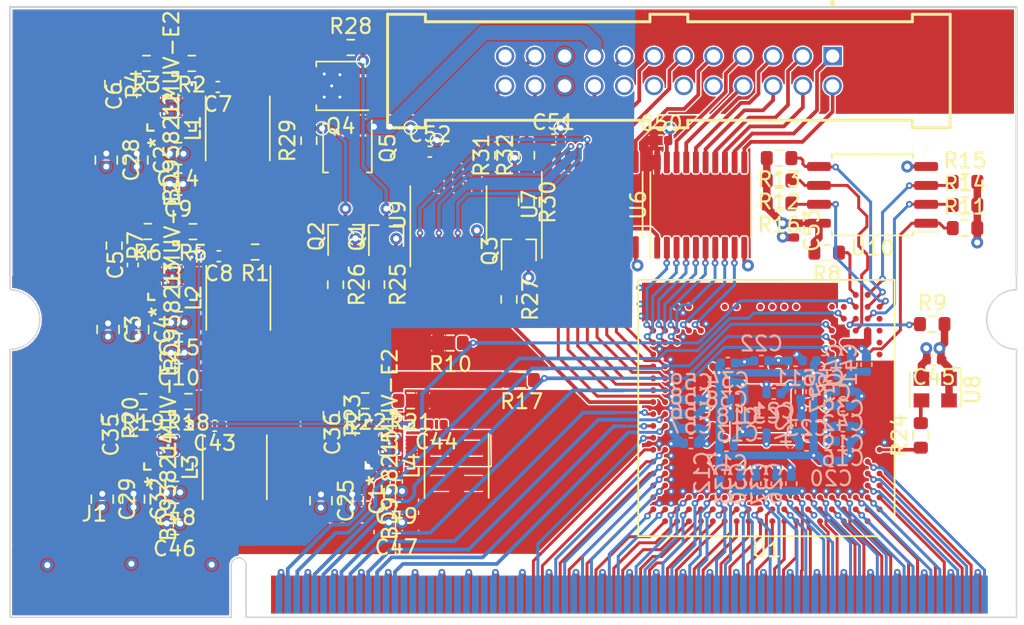
<source format=kicad_pcb>
(kicad_pcb (version 20171130) (host pcbnew "(5.1.8-0-10_14)")
  (layers (0 F.Cu signal) (1 In1.Cu power hide) (2 In2.Cu power) (3 In3.Cu power) (4 In4.Cu power hide) (31 B.Cu signal) (34 B.Paste user) (35 F.Paste user) (36 B.SilkS user hide) (37 F.SilkS user) (38 B.Mask user) (39 F.Mask user) (44 Edge.Cuts user))
  (net 0 "")
  (net 1 GNDREF)
  (net 2 +12V)
  (net 3 "Net-(C5-Pad1)")
  (net 4 "Net-(C6-Pad1)")
  (net 5 "Net-(C7-Pad2)")
  (net 6 "Net-(C7-Pad1)")
  (net 7 "Net-(C8-Pad2)")
  (net 8 "Net-(C8-Pad1)")
  (net 9 +5V)
  (net 10 +3V3)
  (net 11 +2V5)
  (net 12 +1V1)
  (net 13 "Net-(C35-Pad1)")
  (net 14 "Net-(C36-Pad1)")
  (net 15 "Net-(C43-Pad2)")
  (net 16 "Net-(C43-Pad1)")
  (net 17 "Net-(C44-Pad2)")
  (net 18 "Net-(C44-Pad1)")
  (net 19 /RAM_A25)
  (net 20 /RAM_A24)
  (net 21 /RAM_A23)
  (net 22 /RAM_A22)
  (net 23 /RAM_A21)
  (net 24 /RAM_A20)
  (net 25 /RAM_A19)
  (net 26 /RAM_A18)
  (net 27 /RAM_A17)
  (net 28 /RAM_A16)
  (net 29 /RAM_A15)
  (net 30 /RAM_A14)
  (net 31 /RAM_A13)
  (net 32 /RAM_A12)
  (net 33 /RAM_A11)
  (net 34 /RAM_A10)
  (net 35 /RAM_A9)
  (net 36 /RAM_A8)
  (net 37 /RAM_A7)
  (net 38 /RAM_A6)
  (net 39 /RAM_A5)
  (net 40 /RAM_A4)
  (net 41 /RAM_A3)
  (net 42 /RAM_A2)
  (net 43 /RAM_A1)
  (net 44 /RAM_A0)
  (net 45 /RAM_D31)
  (net 46 /RAM_D30)
  (net 47 /RAM_D29)
  (net 48 /RAM_D28)
  (net 49 /RAM_D27)
  (net 50 /RAM_D26)
  (net 51 /RAM_D25)
  (net 52 /RAM_D24)
  (net 53 /RAM_D23)
  (net 54 /RAM_D22)
  (net 55 /RAM_D21)
  (net 56 /RAM_D20)
  (net 57 /RAM_D19)
  (net 58 /RAM_D18)
  (net 59 /RAM_D17)
  (net 60 /RAM_D16)
  (net 61 /RAM_D15)
  (net 62 /RAM_D14)
  (net 63 /RAM_D13)
  (net 64 /RAM_D12)
  (net 65 /RAM_D11)
  (net 66 /RAM_D10)
  (net 67 /RAM_D9)
  (net 68 /RAM_D8)
  (net 69 /RAM_D7)
  (net 70 /RAM_D6)
  (net 71 /RAM_D5)
  (net 72 /RAM_D4)
  (net 73 /RAM_D3)
  (net 74 /RAM_D2)
  (net 75 /RAM_D1)
  (net 76 /RAM_D0)
  (net 77 /BUS_BE2)
  (net 78 /BUS_BE3)
  (net 79 /BUS_BE1)
  (net 80 /BUS_BE0)
  (net 81 /BUS_WAIT)
  (net 82 /BUS_CLK)
  (net 83 /BUS_CS)
  (net 84 /BUS_WE)
  (net 85 /BUS_ADV)
  (net 86 /BUS_OE)
  (net 87 "Net-(J1-Pad98)")
  (net 88 "Net-(J1-Pad95)")
  (net 89 "Net-(J1-Pad94)")
  (net 90 "Net-(J1-Pad93)")
  (net 91 "Net-(J1-Pad92)")
  (net 92 "Net-(J1-Pad89)")
  (net 93 "Net-(J1-Pad88)")
  (net 94 "Net-(J1-Pad87)")
  (net 95 "Net-(J1-Pad86)")
  (net 96 "Net-(J1-Pad83)")
  (net 97 "Net-(J1-Pad82)")
  (net 98 "Net-(J1-Pad81)")
  (net 99 "Net-(J1-Pad80)")
  (net 100 "Net-(J1-Pad77)")
  (net 101 "Net-(J1-Pad76)")
  (net 102 "Net-(J1-Pad75)")
  (net 103 "Net-(J1-Pad74)")
  (net 104 "Net-(J1-Pad71)")
  (net 105 "Net-(J1-Pad70)")
  (net 106 "Net-(J1-Pad69)")
  (net 107 /USER_INT3)
  (net 108 "Net-(J1-Pad65)")
  (net 109 /USER_INT2)
  (net 110 "Net-(J1-Pad63)")
  (net 111 /USER_INT1)
  (net 112 "Net-(J1-Pad59)")
  (net 113 /USER_INT0)
  (net 114 "Net-(J1-Pad57)")
  (net 115 /FPGA_RESET)
  (net 116 "Net-(J1-Pad53)")
  (net 117 /JTAG_TMS)
  (net 118 "Net-(J1-Pad51)")
  (net 119 /JTAG_TDI)
  (net 120 "Net-(J1-Pad47)")
  (net 121 /JTAG_TDO)
  (net 122 "Net-(J1-Pad45)")
  (net 123 /JTAG_TCK)
  (net 124 "Net-(J1-Pad41)")
  (net 125 /VID_ADIM)
  (net 126 /VID_LUM1)
  (net 127 /VID_LUM0)
  (net 128 +12L)
  (net 129 /VID_MODE)
  (net 130 +5VL)
  (net 131 /VID_STEST)
  (net 132 /VID_VS)
  (net 133 /VID_HS)
  (net 134 /VID_VCLK)
  (net 135 /VID_L0)
  (net 136 /VID_L1)
  (net 137 /VID_L2)
  (net 138 /VID_L3)
  (net 139 /VID_U2)
  (net 140 /VID_U3)
  (net 141 /VID_U0)
  (net 142 /VID_U1)
  (net 143 "Net-(Q1-Pad3)")
  (net 144 "Net-(Q1-Pad1)")
  (net 145 "Net-(Q2-Pad3)")
  (net 146 "Net-(Q2-Pad1)")
  (net 147 /VID_BUF_EN)
  (net 148 "Net-(Q3-Pad1)")
  (net 149 /CORE_EN)
  (net 150 "Net-(R2-Pad2)")
  (net 151 "Net-(R3-Pad2)")
  (net 152 "Net-(R5-Pad2)")
  (net 153 "Net-(R6-Pad2)")
  (net 154 /FPGA_DONE)
  (net 155 /FPGA_INITN)
  (net 156 /SPI_CONFIG_SS)
  (net 157 /SPI_CONFIG_CLK)
  (net 158 /SPI_CONFIG_MOSI)
  (net 159 /SPI_CONFIG_MISO)
  (net 160 /SPI_CONFIG_QSPI_D2)
  (net 161 /SPI_CONFIG_QSPI_D3)
  (net 162 "Net-(R18-Pad2)")
  (net 163 "Net-(R19-Pad2)")
  (net 164 "Net-(R21-Pad2)")
  (net 165 "Net-(R22-Pad2)")
  (net 166 "Net-(R24-Pad2)")
  (net 167 /CLK_48MHZ)
  (net 168 /LCD_PWR_EN)
  (net 169 /LCD_U2)
  (net 170 /LCD_L3)
  (net 171 /LCD_VS)
  (net 172 /LCD_ADIM_CS)
  (net 173 /LCD_U0)
  (net 174 /LCD_U3)
  (net 175 /LCD_HS)
  (net 176 /LCD_ADIM_SI)
  (net 177 /LCD_U1)
  (net 178 /LCD_VCLK)
  (net 179 /LCD_MODE)
  (net 180 /LCD_ADIM_SCK)
  (net 181 /LCD_L0)
  (net 182 /LCD_L1)
  (net 183 /LCD_L2)
  (net 184 /LCD_STEST)
  (net 185 /VID_ADIM_SCK)
  (net 186 /VID_ADIM_SI)
  (net 187 /VID_ADIM_CS)
  (net 188 "Net-(U1-PadW18)")
  (net 189 "Net-(U1-PadW17)")
  (net 190 "Net-(U1-PadW14)")
  (net 191 "Net-(U1-PadW13)")
  (net 192 "Net-(U1-PadW11)")
  (net 193 "Net-(U1-PadW10)")
  (net 194 "Net-(U1-PadW9)")
  (net 195 "Net-(U1-PadW8)")
  (net 196 "Net-(U1-PadW5)")
  (net 197 "Net-(U1-PadW4)")
  (net 198 "Net-(U1-PadR3)")
  (net 199 "Net-(U1-PadH3)")
  (net 200 "Net-(U1-PadV1)")
  (net 201 "Net-(U1-PadU1)")
  (net 202 "Net-(U1-PadT1)")
  (net 203 "Net-(U1-PadR1)")
  (module Capacitor_SMD:C_0805_2012Metric (layer F.Cu) (at 29.05 54 180)
    (fp_text reference C46 (at 0 -1.68) (layer F.SilkS))
    (fp_text value 22uf)
    (pad 2 smd roundrect (at 0.95 0 180) (size 1 1.45) (layers F.Cu F.Paste F.Mask) (net 1 GNDREF))
    (pad 1 smd roundrect (at -0.95 0 180) (size 1 1.45) (layers F.Cu F.Paste F.Mask) (net 11 +2V5))
  )
  (module Capacitor_SMD:C_0805_2012Metric (layer F.Cu) (at 29.05 51.9 180)
    (fp_text reference C48 (at 0 -1.68) (layer F.SilkS))
    (fp_text value 22uf)
    (pad 2 smd roundrect (at 0.95 0 180) (size 1 1.45) (layers F.Cu F.Paste F.Mask) (net 1 GNDREF))
    (pad 1 smd roundrect (at -0.95 0 180) (size 1 1.45) (layers F.Cu F.Paste F.Mask) (net 11 +2V5))
  )
  (module Capacitor_SMD:C_0805_2012Metric (layer F.Cu) (at 29.31 42.52 180)
    (fp_text reference C10 (at 0 -1.68) (layer F.SilkS))
    (fp_text value 22uf)
    (pad 2 smd roundrect (at 0.95 0 180) (size 1 1.45) (layers F.Cu F.Paste F.Mask) (net 1 GNDREF))
    (pad 1 smd roundrect (at -0.95 0 180) (size 1 1.45) (layers F.Cu F.Paste F.Mask) (net 10 +3V3))
  )
  (module Inductor_SMD:L_Coilcraft_XxL4020 (layer F.Cu) (at 33.33 38.84 90)
    (fp_text reference L2 (at 0 -3 90) (layer F.SilkS))
    (fp_text value 3.3uH)
    (pad 2 smd rect (at 1.185 0 90) (size 0.98 3.4) (layers F.Cu F.Paste F.Mask) (net 8 "Net-(C8-Pad1)"))
    (pad 1 smd rect (at -1.185 0 90) (size 0.98 3.4) (layers F.Cu F.Paste F.Mask) (net 10 +3V3))
  )
  (module Capacitor_SMD:C_0402_1005Metric (layer F.Cu) (at 32.02 36.04 180)
    (fp_text reference C8 (at 0 -1.16) (layer F.SilkS))
    (fp_text value 0.1uf)
    (pad 2 smd roundrect (at 0.48 0 180) (size 0.56 0.62) (layers F.Cu F.Paste F.Mask) (net 7 "Net-(C8-Pad2)"))
    (pad 1 smd roundrect (at -0.48 0 180) (size 0.56 0.62) (layers F.Cu F.Paste F.Mask) (net 8 "Net-(C8-Pad1)"))
  )
  (module Resistor_SMD:R_0603_1608Metric (layer F.Cu) (at 34.46 35.76 180)
    (fp_text reference R1 (at 0 -1.43) (layer F.SilkS))
    (fp_text value 100k)
    (pad 2 smd roundrect (at 0.825 0 180) (size 0.8 0.95) (layers F.Cu F.Paste F.Mask) (net 149 /CORE_EN))
    (pad 1 smd roundrect (at -0.825 0 180) (size 0.8 0.95) (layers F.Cu F.Paste F.Mask) (net 10 +3V3))
  )
  (module Resistor_SMD:R_0603_1608Metric (layer F.Cu) (at 69.65 29.45 180)
    (fp_text reference R13 (at 0 -1.43) (layer F.SilkS))
    (fp_text value 10k)
    (pad 1 smd roundrect (at -0.825 0 180) (size 0.8 0.95) (layers F.Cu F.Paste F.Mask) (net 158 /SPI_CONFIG_MOSI))
    (pad 2 smd roundrect (at 0.825 0 180) (size 0.8 0.95) (layers F.Cu F.Paste F.Mask) (net 10 +3V3))
  )
  (module Resistor_SMD:R_0603_1608Metric (layer F.Cu) (at 69.65 32.5 180)
    (fp_text reference R16 (at 0 -1.43) (layer F.SilkS))
    (fp_text value 10k)
    (pad 1 smd roundrect (at -0.825 0 180) (size 0.8 0.95) (layers F.Cu F.Paste F.Mask) (net 161 /SPI_CONFIG_QSPI_D3))
    (pad 2 smd roundrect (at 0.825 0 180) (size 0.8 0.95) (layers F.Cu F.Paste F.Mask) (net 10 +3V3))
  )
  (module Capacitor_SMD:C_0402_1005Metric (layer B.Cu) (at 66.12 48.78)
    (fp_text reference C17 (at 0 1.16) (layer B.SilkS) (effects (justify mirror)))
    (fp_text value 0.01uf)
    (pad 2 smd roundrect (at 0.48 0) (size 0.56 0.62) (layers B.Cu B.Paste B.Mask) (net 1 GNDREF))
    (pad 1 smd roundrect (at -0.48 0) (size 0.56 0.62) (layers B.Cu B.Paste B.Mask) (net 11 +2V5))
  )
  (module Capacitor_SMD:C_0402_1005Metric (layer B.Cu) (at 66.12 44.51)
    (fp_text reference C38 (at 0 1.16) (layer B.SilkS) (effects (justify mirror)))
    (fp_text value 0.01uf)
    (pad 2 smd roundrect (at 0.48 0) (size 0.56 0.62) (layers B.Cu B.Paste B.Mask) (net 1 GNDREF))
    (pad 1 smd roundrect (at -0.48 0) (size 0.56 0.62) (layers B.Cu B.Paste B.Mask) (net 11 +2V5))
  )
  (module Capacitor_SMD:C_0402_1005Metric (layer B.Cu) (at 63.73 45.66 180)
    (fp_text reference C59 (at 0 1.16) (layer B.SilkS) (effects (justify mirror)))
    (fp_text value 0.01uf)
    (pad 2 smd roundrect (at 0.48 0 180) (size 0.56 0.62) (layers B.Cu B.Paste B.Mask) (net 1 GNDREF))
    (pad 1 smd roundrect (at -0.48 0 180) (size 0.56 0.62) (layers B.Cu B.Paste B.Mask) (net 10 +3V3))
  )
  (module Capacitor_SMD:C_0402_1005Metric (layer B.Cu) (at 63.73 46.64 180)
    (fp_text reference C58 (at 0 1.16) (layer B.SilkS) (effects (justify mirror)))
    (fp_text value 0.1uf)
    (pad 2 smd roundrect (at 0.48 0 180) (size 0.56 0.62) (layers B.Cu B.Paste B.Mask) (net 1 GNDREF))
    (pad 1 smd roundrect (at -0.48 0 180) (size 0.56 0.62) (layers B.Cu B.Paste B.Mask) (net 10 +3V3))
  )
  (module Capacitor_SMD:C_0402_1005Metric (layer B.Cu) (at 63.73 48.6 180)
    (fp_text reference C57 (at 0 1.16) (layer B.SilkS) (effects (justify mirror)))
    (fp_text value 0.01uf)
    (pad 2 smd roundrect (at 0.48 0 180) (size 0.56 0.62) (layers B.Cu B.Paste B.Mask) (net 1 GNDREF))
    (pad 1 smd roundrect (at -0.48 0 180) (size 0.56 0.62) (layers B.Cu B.Paste B.Mask) (net 10 +3V3))
  )
  (module Capacitor_SMD:C_0402_1005Metric (layer B.Cu) (at 63.73 47.62 180)
    (fp_text reference C56 (at 0 1.16) (layer B.SilkS) (effects (justify mirror)))
    (fp_text value 0.1uf)
    (pad 2 smd roundrect (at 0.48 0 180) (size 0.56 0.62) (layers B.Cu B.Paste B.Mask) (net 1 GNDREF))
    (pad 1 smd roundrect (at -0.48 0 180) (size 0.56 0.62) (layers B.Cu B.Paste B.Mask) (net 10 +3V3))
  )
  (module Capacitor_SMD:C_0402_1005Metric (layer B.Cu) (at 72.64 43.07)
    (fp_text reference C55 (at 0 1.16) (layer B.SilkS) (effects (justify mirror)))
    (fp_text value 0.01uf)
    (pad 2 smd roundrect (at 0.48 0) (size 0.56 0.62) (layers B.Cu B.Paste B.Mask) (net 1 GNDREF))
    (pad 1 smd roundrect (at -0.48 0) (size 0.56 0.62) (layers B.Cu B.Paste B.Mask) (net 11 +2V5))
  )
  (module Capacitor_SMD:C_0402_1005Metric (layer B.Cu) (at 73.08 44.05)
    (fp_text reference C54 (at 0 1.16) (layer B.SilkS) (effects (justify mirror)))
    (fp_text value 0.1uf)
    (pad 2 smd roundrect (at 0.48 0) (size 0.56 0.62) (layers B.Cu B.Paste B.Mask) (net 1 GNDREF))
    (pad 1 smd roundrect (at -0.48 0) (size 0.56 0.62) (layers B.Cu B.Paste B.Mask) (net 11 +2V5))
  )
  (module Capacitor_SMD:C_0402_1005Metric (layer B.Cu) (at 66.21 43.21)
    (fp_text reference C34 (at 0 1.16) (layer B.SilkS) (effects (justify mirror)))
    (fp_text value 0.1uf)
    (pad 2 smd roundrect (at 0.48 0) (size 0.56 0.62) (layers B.Cu B.Paste B.Mask) (net 1 GNDREF))
    (pad 1 smd roundrect (at -0.48 0) (size 0.56 0.62) (layers B.Cu B.Paste B.Mask) (net 11 +2V5))
  )
  (module Package_BGA:Lattice_caBGA-381_17.0x17.0mm_Layout20x20_P0.8mm_Ball0.4mm_Pad0.4mm_NSMD (layer F.Cu) (at 68.8 46.24 180)
    (fp_text reference U1 (at 0 -9.5) (layer F.SilkS))
    (fp_text value ECP5U_85_CABGA381)
    (pad Y19 smd circle (at 6.8 7.6 180) (size 0.4 0.4) (layers F.Cu F.Paste F.Mask) (net 1 GNDREF))
    (pad Y17 smd circle (at 5.2 7.6 180) (size 0.4 0.4) (layers F.Cu F.Paste F.Mask) (net 1 GNDREF))
    (pad Y16 smd circle (at 4.4 7.6 180) (size 0.4 0.4) (layers F.Cu F.Paste F.Mask) (net 1 GNDREF))
    (pad Y15 smd circle (at 3.6 7.6 180) (size 0.4 0.4) (layers F.Cu F.Paste F.Mask) (net 1 GNDREF))
    (pad Y14 smd circle (at 2.8 7.6 180) (size 0.4 0.4) (layers F.Cu F.Paste F.Mask) (net 1 GNDREF))
    (pad Y12 smd circle (at 1.2 7.6 180) (size 0.4 0.4) (layers F.Cu F.Paste F.Mask) (net 1 GNDREF))
    (pad Y11 smd circle (at 0.4 7.6 180) (size 0.4 0.4) (layers F.Cu F.Paste F.Mask) (net 1 GNDREF))
    (pad Y8 smd circle (at -2 7.6 180) (size 0.4 0.4) (layers F.Cu F.Paste F.Mask) (net 1 GNDREF))
    (pad Y7 smd circle (at -2.8 7.6 180) (size 0.4 0.4) (layers F.Cu F.Paste F.Mask) (net 1 GNDREF))
    (pad Y6 smd circle (at -3.6 7.6 180) (size 0.4 0.4) (layers F.Cu F.Paste F.Mask) (net 1 GNDREF))
    (pad Y5 smd circle (at -4.4 7.6 180) (size 0.4 0.4) (layers F.Cu F.Paste F.Mask) (net 1 GNDREF))
    (pad Y3 smd circle (at -6 7.6 180) (size 0.4 0.4) (layers F.Cu F.Paste F.Mask) (net 154 /FPGA_DONE))
    (pad Y2 smd circle (at -6.8 7.6 180) (size 0.4 0.4) (layers F.Cu F.Paste F.Mask) (net 160 /SPI_CONFIG_QSPI_D2))
    (pad W20 smd circle (at 7.6 6.8 180) (size 0.4 0.4) (layers F.Cu F.Paste F.Mask) (net 1 GNDREF))
    (pad W19 smd circle (at 6.8 6.8 180) (size 0.4 0.4) (layers F.Cu F.Paste F.Mask) (net 1 GNDREF))
    (pad W18 smd circle (at 6 6.8 180) (size 0.4 0.4) (layers F.Cu F.Paste F.Mask) (net 188 "Net-(U1-PadW18)"))
    (pad W17 smd circle (at 5.2 6.8 180) (size 0.4 0.4) (layers F.Cu F.Paste F.Mask) (net 189 "Net-(U1-PadW17)"))
    (pad W16 smd circle (at 4.4 6.8 180) (size 0.4 0.4) (layers F.Cu F.Paste F.Mask) (net 1 GNDREF))
    (pad W15 smd circle (at 3.6 6.8 180) (size 0.4 0.4) (layers F.Cu F.Paste F.Mask) (net 1 GNDREF))
    (pad W14 smd circle (at 2.8 6.8 180) (size 0.4 0.4) (layers F.Cu F.Paste F.Mask) (net 190 "Net-(U1-PadW14)"))
    (pad W13 smd circle (at 2 6.8 180) (size 0.4 0.4) (layers F.Cu F.Paste F.Mask) (net 191 "Net-(U1-PadW13)"))
    (pad W12 smd circle (at 1.2 6.8 180) (size 0.4 0.4) (layers F.Cu F.Paste F.Mask) (net 1 GNDREF))
    (pad W11 smd circle (at 0.4 6.8 180) (size 0.4 0.4) (layers F.Cu F.Paste F.Mask) (net 192 "Net-(U1-PadW11)"))
    (pad W10 smd circle (at -0.4 6.8 180) (size 0.4 0.4) (layers F.Cu F.Paste F.Mask) (net 193 "Net-(U1-PadW10)"))
    (pad W9 smd circle (at -1.2 6.8 180) (size 0.4 0.4) (layers F.Cu F.Paste F.Mask) (net 194 "Net-(U1-PadW9)"))
    (pad W8 smd circle (at -2 6.8 180) (size 0.4 0.4) (layers F.Cu F.Paste F.Mask) (net 195 "Net-(U1-PadW8)"))
    (pad W7 smd circle (at -2.8 6.8 180) (size 0.4 0.4) (layers F.Cu F.Paste F.Mask) (net 1 GNDREF))
    (pad W6 smd circle (at -3.6 6.8 180) (size 0.4 0.4) (layers F.Cu F.Paste F.Mask) (net 1 GNDREF))
    (pad W5 smd circle (at -4.4 6.8 180) (size 0.4 0.4) (layers F.Cu F.Paste F.Mask) (net 196 "Net-(U1-PadW5)"))
    (pad W4 smd circle (at -5.2 6.8 180) (size 0.4 0.4) (layers F.Cu F.Paste F.Mask) (net 197 "Net-(U1-PadW4)"))
    (pad W3 smd circle (at -6 6.8 180) (size 0.4 0.4) (layers F.Cu F.Paste F.Mask) (net 115 /FPGA_RESET))
    (pad W2 smd circle (at -6.8 6.8 180) (size 0.4 0.4) (layers F.Cu F.Paste F.Mask) (net 158 /SPI_CONFIG_MOSI))
    (pad W1 smd circle (at -7.6 6.8 180) (size 0.4 0.4) (layers F.Cu F.Paste F.Mask) (net 161 /SPI_CONFIG_QSPI_D3))
    (pad V20 smd circle (at 7.6 6 180) (size 0.4 0.4) (layers F.Cu F.Paste F.Mask) (net 1 GNDREF))
    (pad V19 smd circle (at 6.8 6 180) (size 0.4 0.4) (layers F.Cu F.Paste F.Mask) (net 1 GNDREF))
    (pad V18 smd circle (at 6 6 180) (size 0.4 0.4) (layers F.Cu F.Paste F.Mask) (net 1 GNDREF))
    (pad V17 smd circle (at 5.2 6 180) (size 0.4 0.4) (layers F.Cu F.Paste F.Mask) (net 1 GNDREF))
    (pad V16 smd circle (at 4.4 6 180) (size 0.4 0.4) (layers F.Cu F.Paste F.Mask) (net 1 GNDREF))
    (pad V15 smd circle (at 3.6 6 180) (size 0.4 0.4) (layers F.Cu F.Paste F.Mask) (net 1 GNDREF))
    (pad V14 smd circle (at 2.8 6 180) (size 0.4 0.4) (layers F.Cu F.Paste F.Mask) (net 1 GNDREF))
    (pad V13 smd circle (at 2 6 180) (size 0.4 0.4) (layers F.Cu F.Paste F.Mask) (net 1 GNDREF))
    (pad V12 smd circle (at 1.2 6 180) (size 0.4 0.4) (layers F.Cu F.Paste F.Mask) (net 1 GNDREF))
    (pad V11 smd circle (at 0.4 6 180) (size 0.4 0.4) (layers F.Cu F.Paste F.Mask) (net 1 GNDREF))
    (pad V10 smd circle (at -0.4 6 180) (size 0.4 0.4) (layers F.Cu F.Paste F.Mask) (net 1 GNDREF))
    (pad V9 smd circle (at -1.2 6 180) (size 0.4 0.4) (layers F.Cu F.Paste F.Mask) (net 1 GNDREF))
    (pad V8 smd circle (at -2 6 180) (size 0.4 0.4) (layers F.Cu F.Paste F.Mask) (net 1 GNDREF))
    (pad V7 smd circle (at -2.8 6 180) (size 0.4 0.4) (layers F.Cu F.Paste F.Mask) (net 1 GNDREF))
    (pad V6 smd circle (at -3.6 6 180) (size 0.4 0.4) (layers F.Cu F.Paste F.Mask) (net 1 GNDREF))
    (pad V5 smd circle (at -4.4 6 180) (size 0.4 0.4) (layers F.Cu F.Paste F.Mask) (net 1 GNDREF))
    (pad V4 smd circle (at -5.2 6 180) (size 0.4 0.4) (layers F.Cu F.Paste F.Mask) (net 121 /JTAG_TDO))
    (pad V3 smd circle (at -6 6 180) (size 0.4 0.4) (layers F.Cu F.Paste F.Mask) (net 155 /FPGA_INITN))
    (pad V2 smd circle (at -6.8 6 180) (size 0.4 0.4) (layers F.Cu F.Paste F.Mask) (net 159 /SPI_CONFIG_MISO))
    (pad V1 smd circle (at -7.6 6 180) (size 0.4 0.4) (layers F.Cu F.Paste F.Mask) (net 200 "Net-(U1-PadV1)"))
    (pad U20 smd circle (at 7.6 5.2 180) (size 0.4 0.4) (layers F.Cu F.Paste F.Mask) (net 182 /LCD_L1))
    (pad U19 smd circle (at 6.8 5.2 180) (size 0.4 0.4) (layers F.Cu F.Paste F.Mask) (net 170 /LCD_L3))
    (pad U18 smd circle (at 6 5.2 180) (size 0.4 0.4) (layers F.Cu F.Paste F.Mask) (net 174 /LCD_U3))
    (pad U17 smd circle (at 5.2 5.2 180) (size 0.4 0.4) (layers F.Cu F.Paste F.Mask) (net 177 /LCD_U1))
    (pad U16 smd circle (at 4.4 5.2 180) (size 0.4 0.4) (layers F.Cu F.Paste F.Mask) (net 173 /LCD_U0))
    (pad U15 smd circle (at 3.6 5.2 180) (size 0.4 0.4) (layers F.Cu F.Paste F.Mask) (net 1 GNDREF))
    (pad U14 smd circle (at 2.8 5.2 180) (size 0.4 0.4) (layers F.Cu F.Paste F.Mask) (net 1 GNDREF))
    (pad U13 smd circle (at 2 5.2 180) (size 0.4 0.4) (layers F.Cu F.Paste F.Mask) (net 1 GNDREF))
    (pad U12 smd circle (at 1.2 5.2 180) (size 0.4 0.4) (layers F.Cu F.Paste F.Mask) (net 1 GNDREF))
    (pad U11 smd circle (at 0.4 5.2 180) (size 0.4 0.4) (layers F.Cu F.Paste F.Mask) (net 1 GNDREF))
    (pad U10 smd circle (at -0.4 5.2 180) (size 0.4 0.4) (layers F.Cu F.Paste F.Mask) (net 1 GNDREF))
    (pad U9 smd circle (at -1.2 5.2 180) (size 0.4 0.4) (layers F.Cu F.Paste F.Mask) (net 1 GNDREF))
    (pad U8 smd circle (at -2 5.2 180) (size 0.4 0.4) (layers F.Cu F.Paste F.Mask) (net 1 GNDREF))
    (pad U7 smd circle (at -2.8 5.2 180) (size 0.4 0.4) (layers F.Cu F.Paste F.Mask) (net 1 GNDREF))
    (pad U6 smd circle (at -3.6 5.2 180) (size 0.4 0.4) (layers F.Cu F.Paste F.Mask) (net 1 GNDREF))
    (pad U5 smd circle (at -4.4 5.2 180) (size 0.4 0.4) (layers F.Cu F.Paste F.Mask) (net 117 /JTAG_TMS))
    (pad U4 smd circle (at -5.2 5.2 180) (size 0.4 0.4) (layers F.Cu F.Paste F.Mask) (net 1 GNDREF))
    (pad U3 smd circle (at -6 5.2 180) (size 0.4 0.4) (layers F.Cu F.Paste F.Mask) (net 157 /SPI_CONFIG_CLK))
    (pad U2 smd circle (at -6.8 5.2 180) (size 0.4 0.4) (layers F.Cu F.Paste F.Mask) (net 10 +3V3))
    (pad U1 smd circle (at -7.6 5.2 180) (size 0.4 0.4) (layers F.Cu F.Paste F.Mask) (net 201 "Net-(U1-PadU1)"))
    (pad T20 smd circle (at 7.6 4.4 180) (size 0.4 0.4) (layers F.Cu F.Paste F.Mask) (net 181 /LCD_L0))
    (pad T19 smd circle (at 6.8 4.4 180) (size 0.4 0.4) (layers F.Cu F.Paste F.Mask) (net 183 /LCD_L2))
    (pad T18 smd circle (at 6 4.4 180) (size 0.4 0.4) (layers F.Cu F.Paste F.Mask) (net 169 /LCD_U2))
    (pad T17 smd circle (at 5.2 4.4 180) (size 0.4 0.4) (layers F.Cu F.Paste F.Mask) (net 1 GNDREF))
    (pad T16 smd circle (at 4.4 4.4 180) (size 0.4 0.4) (layers F.Cu F.Paste F.Mask) (net 1 GNDREF))
    (pad T15 smd circle (at 3.6 4.4 180) (size 0.4 0.4) (layers F.Cu F.Paste F.Mask) (net 1 GNDREF))
    (pad T14 smd circle (at 2.8 4.4 180) (size 0.4 0.4) (layers F.Cu F.Paste F.Mask) (net 1 GNDREF))
    (pad T13 smd circle (at 2 4.4 180) (size 0.4 0.4) (layers F.Cu F.Paste F.Mask) (net 1 GNDREF))
    (pad T12 smd circle (at 1.2 4.4 180) (size 0.4 0.4) (layers F.Cu F.Paste F.Mask) (net 1 GNDREF))
    (pad T11 smd circle (at 0.4 4.4 180) (size 0.4 0.4) (layers F.Cu F.Paste F.Mask) (net 1 GNDREF))
    (pad T10 smd circle (at -0.4 4.4 180) (size 0.4 0.4) (layers F.Cu F.Paste F.Mask) (net 1 GNDREF))
    (pad T9 smd circle (at -1.2 4.4 180) (size 0.4 0.4) (layers F.Cu F.Paste F.Mask) (net 1 GNDREF))
    (pad T8 smd circle (at -2 4.4 180) (size 0.4 0.4) (layers F.Cu F.Paste F.Mask) (net 1 GNDREF))
    (pad T7 smd circle (at -2.8 4.4 180) (size 0.4 0.4) (layers F.Cu F.Paste F.Mask) (net 1 GNDREF))
    (pad T6 smd circle (at -3.6 4.4 180) (size 0.4 0.4) (layers F.Cu F.Paste F.Mask) (net 1 GNDREF))
    (pad T5 smd circle (at -4.4 4.4 180) (size 0.4 0.4) (layers F.Cu F.Paste F.Mask) (net 123 /JTAG_TCK))
    (pad T4 smd circle (at -5.2 4.4 180) (size 0.4 0.4) (layers F.Cu F.Paste F.Mask) (net 10 +3V3))
    (pad T3 smd circle (at -6 4.4 180) (size 0.4 0.4) (layers F.Cu F.Paste F.Mask) (net 10 +3V3))
    (pad T2 smd circle (at -6.8 4.4 180) (size 0.4 0.4) (layers F.Cu F.Paste F.Mask) (net 10 +3V3))
    (pad T1 smd circle (at -7.6 4.4 180) (size 0.4 0.4) (layers F.Cu F.Paste F.Mask) (net 202 "Net-(U1-PadT1)"))
    (pad R20 smd circle (at 7.6 3.6 180) (size 0.4 0.4) (layers F.Cu F.Paste F.Mask) (net 178 /LCD_VCLK))
    (pad R19 smd circle (at 6.8 3.6 180) (size 0.4 0.4) (layers F.Cu F.Paste F.Mask) (net 1 GNDREF))
    (pad R18 smd circle (at 6 3.6 180) (size 0.4 0.4) (layers F.Cu F.Paste F.Mask) (net 1 GNDREF))
    (pad R17 smd circle (at 5.2 3.6 180) (size 0.4 0.4) (layers F.Cu F.Paste F.Mask) (net 1 GNDREF))
    (pad R16 smd circle (at 4.4 3.6 180) (size 0.4 0.4) (layers F.Cu F.Paste F.Mask) (net 1 GNDREF))
    (pad R5 smd circle (at -4.4 3.6 180) (size 0.4 0.4) (layers F.Cu F.Paste F.Mask) (net 119 /JTAG_TDI))
    (pad R4 smd circle (at -5.2 3.6 180) (size 0.4 0.4) (layers F.Cu F.Paste F.Mask) (net 1 GNDREF))
    (pad R3 smd circle (at -6 3.6 180) (size 0.4 0.4) (layers F.Cu F.Paste F.Mask) (net 198 "Net-(U1-PadR3)"))
    (pad R2 smd circle (at -6.8 3.6 180) (size 0.4 0.4) (layers F.Cu F.Paste F.Mask) (net 156 /SPI_CONFIG_SS))
    (pad R1 smd circle (at -7.6 3.6 180) (size 0.4 0.4) (layers F.Cu F.Paste F.Mask) (net 203 "Net-(U1-PadR1)"))
    (pad P20 smd circle (at 7.6 2.8 180) (size 0.4 0.4) (layers F.Cu F.Paste F.Mask) (net 171 /LCD_VS))
    (pad P19 smd circle (at 6.8 2.8 180) (size 0.4 0.4) (layers F.Cu F.Paste F.Mask) (net 175 /LCD_HS))
    (pad P18 smd circle (at 6 2.8 180) (size 0.4 0.4) (layers F.Cu F.Paste F.Mask) (net 1 GNDREF))
    (pad P17 smd circle (at 5.2 2.8 180) (size 0.4 0.4) (layers F.Cu F.Paste F.Mask) (net 1 GNDREF))
    (pad P16 smd circle (at 4.4 2.8 180) (size 0.4 0.4) (layers F.Cu F.Paste F.Mask) (net 1 GNDREF))
    (pad P15 smd circle (at 3.6 2.8 180) (size 0.4 0.4) (layers F.Cu F.Paste F.Mask) (net 11 +2V5))
    (pad P14 smd circle (at 2.8 2.8 180) (size 0.4 0.4) (layers F.Cu F.Paste F.Mask) (net 1 GNDREF))
    (pad P13 smd circle (at 2 2.8 180) (size 0.4 0.4) (layers F.Cu F.Paste F.Mask) (net 1 GNDREF))
    (pad P12 smd circle (at 1.2 2.8 180) (size 0.4 0.4) (layers F.Cu F.Paste F.Mask) (net 1 GNDREF))
    (pad P11 smd circle (at 0.4 2.8 180) (size 0.4 0.4) (layers F.Cu F.Paste F.Mask) (net 1 GNDREF))
    (pad P10 smd circle (at -0.4 2.8 180) (size 0.4 0.4) (layers F.Cu F.Paste F.Mask) (net 10 +3V3))
    (pad P9 smd circle (at -1.2 2.8 180) (size 0.4 0.4) (layers F.Cu F.Paste F.Mask) (net 10 +3V3))
    (pad P8 smd circle (at -2 2.8 180) (size 0.4 0.4) (layers F.Cu F.Paste F.Mask) (net 1 GNDREF))
    (pad P7 smd circle (at -2.8 2.8 180) (size 0.4 0.4) (layers F.Cu F.Paste F.Mask) (net 1 GNDREF))
    (pad P6 smd circle (at -3.6 2.8 180) (size 0.4 0.4) (layers F.Cu F.Paste F.Mask) (net 11 +2V5))
    (pad P5 smd circle (at -4.4 2.8 180) (size 0.4 0.4) (layers F.Cu F.Paste F.Mask) (net 1 GNDREF))
    (pad P4 smd circle (at -5.2 2.8 180) (size 0.4 0.4) (layers F.Cu F.Paste F.Mask) (net 1 GNDREF))
    (pad P3 smd circle (at -6 2.8 180) (size 0.4 0.4) (layers F.Cu F.Paste F.Mask) (net 1 GNDREF))
    (pad P2 smd circle (at -6.8 2.8 180) (size 0.4 0.4) (layers F.Cu F.Paste F.Mask) (net 1 GNDREF))
    (pad P1 smd circle (at -7.6 2.8 180) (size 0.4 0.4) (layers F.Cu F.Paste F.Mask) (net 1 GNDREF))
    (pad N20 smd circle (at 7.6 2 180) (size 0.4 0.4) (layers F.Cu F.Paste F.Mask) (net 179 /LCD_MODE))
    (pad N19 smd circle (at 6.8 2 180) (size 0.4 0.4) (layers F.Cu F.Paste F.Mask) (net 184 /LCD_STEST))
    (pad N18 smd circle (at 6 2 180) (size 0.4 0.4) (layers F.Cu F.Paste F.Mask) (net 1 GNDREF))
    (pad N17 smd circle (at 5.2 2 180) (size 0.4 0.4) (layers F.Cu F.Paste F.Mask) (net 1 GNDREF))
    (pad N16 smd circle (at 4.4 2 180) (size 0.4 0.4) (layers F.Cu F.Paste F.Mask) (net 1 GNDREF))
    (pad N15 smd circle (at 3.6 2 180) (size 0.4 0.4) (layers F.Cu F.Paste F.Mask) (net 1 GNDREF))
    (pad N14 smd circle (at 2.8 2 180) (size 0.4 0.4) (layers F.Cu F.Paste F.Mask) (net 1 GNDREF))
    (pad N13 smd circle (at 2 2 180) (size 0.4 0.4) (layers F.Cu F.Paste F.Mask) (net 12 +1V1))
    (pad N12 smd circle (at 1.2 2 180) (size 0.4 0.4) (layers F.Cu F.Paste F.Mask) (net 12 +1V1))
    (pad N11 smd circle (at 0.4 2 180) (size 0.4 0.4) (layers F.Cu F.Paste F.Mask) (net 12 +1V1))
    (pad N10 smd circle (at -0.4 2 180) (size 0.4 0.4) (layers F.Cu F.Paste F.Mask) (net 12 +1V1))
    (pad N9 smd circle (at -1.2 2 180) (size 0.4 0.4) (layers F.Cu F.Paste F.Mask) (net 12 +1V1))
    (pad N8 smd circle (at -2 2 180) (size 0.4 0.4) (layers F.Cu F.Paste F.Mask) (net 12 +1V1))
    (pad N7 smd circle (at -2.8 2 180) (size 0.4 0.4) (layers F.Cu F.Paste F.Mask) (net 1 GNDREF))
    (pad N6 smd circle (at -3.6 2 180) (size 0.4 0.4) (layers F.Cu F.Paste F.Mask) (net 1 GNDREF))
    (pad N5 smd circle (at -4.4 2 180) (size 0.4 0.4) (layers F.Cu F.Paste F.Mask) (net 1 GNDREF))
    (pad N4 smd circle (at -5.2 2 180) (size 0.4 0.4) (layers F.Cu F.Paste F.Mask) (net 1 GNDREF))
    (pad N3 smd circle (at -6 2 180) (size 0.4 0.4) (layers F.Cu F.Paste F.Mask) (net 1 GNDREF))
    (pad N2 smd circle (at -6.8 2 180) (size 0.4 0.4) (layers F.Cu F.Paste F.Mask) (net 1 GNDREF))
    (pad N1 smd circle (at -7.6 2 180) (size 0.4 0.4) (layers F.Cu F.Paste F.Mask) (net 1 GNDREF))
    (pad M20 smd circle (at 7.6 1.2 180) (size 0.4 0.4) (layers F.Cu F.Paste F.Mask) (net 176 /LCD_ADIM_SI))
    (pad M19 smd circle (at 6.8 1.2 180) (size 0.4 0.4) (layers F.Cu F.Paste F.Mask) (net 172 /LCD_ADIM_CS))
    (pad M18 smd circle (at 6 1.2 180) (size 0.4 0.4) (layers F.Cu F.Paste F.Mask) (net 1 GNDREF))
    (pad M17 smd circle (at 5.2 1.2 180) (size 0.4 0.4) (layers F.Cu F.Paste F.Mask) (net 1 GNDREF))
    (pad M16 smd circle (at 4.4 1.2 180) (size 0.4 0.4) (layers F.Cu F.Paste F.Mask) (net 1 GNDREF))
    (pad M15 smd circle (at 3.6 1.2 180) (size 0.4 0.4) (layers F.Cu F.Paste F.Mask) (net 10 +3V3))
    (pad M14 smd circle (at 2.8 1.2 180) (size 0.4 0.4) (layers F.Cu F.Paste F.Mask) (net 1 GNDREF))
    (pad M13 smd circle (at 2 1.2 180) (size 0.4 0.4) (layers F.Cu F.Paste F.Mask) (net 12 +1V1))
    (pad M12 smd circle (at 1.2 1.2 180) (size 0.4 0.4) (layers F.Cu F.Paste F.Mask) (net 1 GNDREF))
    (pad M11 smd circle (at 0.4 1.2 180) (size 0.4 0.4) (layers F.Cu F.Paste F.Mask) (net 1 GNDREF))
    (pad M10 smd circle (at -0.4 1.2 180) (size 0.4 0.4) (layers F.Cu F.Paste F.Mask) (net 1 GNDREF))
    (pad M9 smd circle (at -1.2 1.2 180) (size 0.4 0.4) (layers F.Cu F.Paste F.Mask) (net 1 GNDREF))
    (pad M8 smd circle (at -2 1.2 180) (size 0.4 0.4) (layers F.Cu F.Paste F.Mask) (net 12 +1V1))
    (pad M7 smd circle (at -2.8 1.2 180) (size 0.4 0.4) (layers F.Cu F.Paste F.Mask) (net 1 GNDREF))
    (pad M6 smd circle (at -3.6 1.2 180) (size 0.4 0.4) (layers F.Cu F.Paste F.Mask) (net 10 +3V3))
    (pad M5 smd circle (at -4.4 1.2 180) (size 0.4 0.4) (layers F.Cu F.Paste F.Mask) (net 1 GNDREF))
    (pad M4 smd circle (at -5.2 1.2 180) (size 0.4 0.4) (layers F.Cu F.Paste F.Mask) (net 1 GNDREF))
    (pad M3 smd circle (at -6 1.2 180) (size 0.4 0.4) (layers F.Cu F.Paste F.Mask) (net 1 GNDREF))
    (pad M2 smd circle (at -6.8 1.2 180) (size 0.4 0.4) (layers F.Cu F.Paste F.Mask) (net 1 GNDREF))
    (pad M1 smd circle (at -7.6 1.2 180) (size 0.4 0.4) (layers F.Cu F.Paste F.Mask) (net 1 GNDREF))
    (pad L20 smd circle (at 7.6 0.4 180) (size 0.4 0.4) (layers F.Cu F.Paste F.Mask) (net 168 /LCD_PWR_EN))
    (pad L19 smd circle (at 6.8 0.4 180) (size 0.4 0.4) (layers F.Cu F.Paste F.Mask) (net 180 /LCD_ADIM_SCK))
    (pad L18 smd circle (at 6 0.4 180) (size 0.4 0.4) (layers F.Cu F.Paste F.Mask) (net 1 GNDREF))
    (pad L17 smd circle (at 5.2 0.4 180) (size 0.4 0.4) (layers F.Cu F.Paste F.Mask) (net 1 GNDREF))
    (pad L16 smd circle (at 4.4 0.4 180) (size 0.4 0.4) (layers F.Cu F.Paste F.Mask) (net 1 GNDREF))
    (pad L15 smd circle (at 3.6 0.4 180) (size 0.4 0.4) (layers F.Cu F.Paste F.Mask) (net 10 +3V3))
    (pad L14 smd circle (at 2.8 0.4 180) (size 0.4 0.4) (layers F.Cu F.Paste F.Mask) (net 10 +3V3))
    (pad L13 smd circle (at 2 0.4 180) (size 0.4 0.4) (layers F.Cu F.Paste F.Mask) (net 12 +1V1))
    (pad L12 smd circle (at 1.2 0.4 180) (size 0.4 0.4) (layers F.Cu F.Paste F.Mask) (net 1 GNDREF))
    (pad L11 smd circle (at 0.4 0.4 180) (size 0.4 0.4) (layers F.Cu F.Paste F.Mask) (net 1 GNDREF))
    (pad L10 smd circle (at -0.4 0.4 180) (size 0.4 0.4) (layers F.Cu F.Paste F.Mask) (net 1 GNDREF))
    (pad L9 smd circle (at -1.2 0.4 180) (size 0.4 0.4) (layers F.Cu F.Paste F.Mask) (net 1 GNDREF))
    (pad L8 smd circle (at -2 0.4 180) (size 0.4 0.4) (layers F.Cu F.Paste F.Mask) (net 12 +1V1))
    (pad L7 smd circle (at -2.8 0.4 180) (size 0.4 0.4) (layers F.Cu F.Paste F.Mask) (net 10 +3V3))
    (pad L6 smd circle (at -3.6 0.4 180) (size 0.4 0.4) (layers F.Cu F.Paste F.Mask) (net 10 +3V3))
    (pad L5 smd circle (at -4.4 0.4 180) (size 0.4 0.4) (layers F.Cu F.Paste F.Mask) (net 1 GNDREF))
    (pad L4 smd circle (at -5.2 0.4 180) (size 0.4 0.4) (layers F.Cu F.Paste F.Mask) (net 1 GNDREF))
    (pad L3 smd circle (at -6 0.4 180) (size 0.4 0.4) (layers F.Cu F.Paste F.Mask) (net 1 GNDREF))
    (pad L2 smd circle (at -6.8 0.4 180) (size 0.4 0.4) (layers F.Cu F.Paste F.Mask) (net 1 GNDREF))
    (pad L1 smd circle (at -7.6 0.4 180) (size 0.4 0.4) (layers F.Cu F.Paste F.Mask) (net 1 GNDREF))
    (pad K20 smd circle (at 7.6 -0.4 180) (size 0.4 0.4) (layers F.Cu F.Paste F.Mask) (net 113 /USER_INT0))
    (pad K19 smd circle (at 6.8 -0.4 180) (size 0.4 0.4) (layers F.Cu F.Paste F.Mask) (net 111 /USER_INT1))
    (pad K18 smd circle (at 6 -0.4 180) (size 0.4 0.4) (layers F.Cu F.Paste F.Mask) (net 1 GNDREF))
    (pad K17 smd circle (at 5.2 -0.4 180) (size 0.4 0.4) (layers F.Cu F.Paste F.Mask) (net 1 GNDREF))
    (pad K16 smd circle (at 4.4 -0.4 180) (size 0.4 0.4) (layers F.Cu F.Paste F.Mask) (net 1 GNDREF))
    (pad K15 smd circle (at 3.6 -0.4 180) (size 0.4 0.4) (layers F.Cu F.Paste F.Mask) (net 1 GNDREF))
    (pad K14 smd circle (at 2.8 -0.4 180) (size 0.4 0.4) (layers F.Cu F.Paste F.Mask) (net 1 GNDREF))
    (pad K13 smd circle (at 2 -0.4 180) (size 0.4 0.4) (layers F.Cu F.Paste F.Mask) (net 12 +1V1))
    (pad K12 smd circle (at 1.2 -0.4 180) (size 0.4 0.4) (layers F.Cu F.Paste F.Mask) (net 1 GNDREF))
    (pad K11 smd circle (at 0.4 -0.4 180) (size 0.4 0.4) (layers F.Cu F.Paste F.Mask) (net 1 GNDREF))
    (pad K10 smd circle (at -0.4 -0.4 180) (size 0.4 0.4) (layers F.Cu F.Paste F.Mask) (net 1 GNDREF))
    (pad K9 smd circle (at -1.2 -0.4 180) (size 0.4 0.4) (layers F.Cu F.Paste F.Mask) (net 1 GNDREF))
    (pad K8 smd circle (at -2 -0.4 180) (size 0.4 0.4) (layers F.Cu F.Paste F.Mask) (net 12 +1V1))
    (pad K7 smd circle (at -2.8 -0.4 180) (size 0.4 0.4) (layers F.Cu F.Paste F.Mask) (net 1 GNDREF))
    (pad K6 smd circle (at -3.6 -0.4 180) (size 0.4 0.4) (layers F.Cu F.Paste F.Mask) (net 1 GNDREF))
    (pad K5 smd circle (at -4.4 -0.4 180) (size 0.4 0.4) (layers F.Cu F.Paste F.Mask) (net 1 GNDREF))
    (pad K4 smd circle (at -5.2 -0.4 180) (size 0.4 0.4) (layers F.Cu F.Paste F.Mask) (net 1 GNDREF))
    (pad K3 smd circle (at -6 -0.4 180) (size 0.4 0.4) (layers F.Cu F.Paste F.Mask) (net 1 GNDREF))
    (pad K2 smd circle (at -6.8 -0.4 180) (size 0.4 0.4) (layers F.Cu F.Paste F.Mask) (net 1 GNDREF))
    (pad K1 smd circle (at -7.6 -0.4 180) (size 0.4 0.4) (layers F.Cu F.Paste F.Mask) (net 1 GNDREF))
    (pad J20 smd circle (at 7.6 -1.2 180) (size 0.4 0.4) (layers F.Cu F.Paste F.Mask) (net 109 /USER_INT2))
    (pad J19 smd circle (at 6.8 -1.2 180) (size 0.4 0.4) (layers F.Cu F.Paste F.Mask) (net 107 /USER_INT3))
    (pad J18 smd circle (at 6 -1.2 180) (size 0.4 0.4) (layers F.Cu F.Paste F.Mask) (net 1 GNDREF))
    (pad J17 smd circle (at 5.2 -1.2 180) (size 0.4 0.4) (layers F.Cu F.Paste F.Mask) (net 1 GNDREF))
    (pad J16 smd circle (at 4.4 -1.2 180) (size 0.4 0.4) (layers F.Cu F.Paste F.Mask) (net 1 GNDREF))
    (pad J15 smd circle (at 3.6 -1.2 180) (size 0.4 0.4) (layers F.Cu F.Paste F.Mask) (net 10 +3V3))
    (pad J14 smd circle (at 2.8 -1.2 180) (size 0.4 0.4) (layers F.Cu F.Paste F.Mask) (net 1 GNDREF))
    (pad J13 smd circle (at 2 -1.2 180) (size 0.4 0.4) (layers F.Cu F.Paste F.Mask) (net 12 +1V1))
    (pad J12 smd circle (at 1.2 -1.2 180) (size 0.4 0.4) (layers F.Cu F.Paste F.Mask) (net 1 GNDREF))
    (pad J11 smd circle (at 0.4 -1.2 180) (size 0.4 0.4) (layers F.Cu F.Paste F.Mask) (net 1 GNDREF))
    (pad J10 smd circle (at -0.4 -1.2 180) (size 0.4 0.4) (layers F.Cu F.Paste F.Mask) (net 1 GNDREF))
    (pad J9 smd circle (at -1.2 -1.2 180) (size 0.4 0.4) (layers F.Cu F.Paste F.Mask) (net 1 GNDREF))
    (pad J8 smd circle (at -2 -1.2 180) (size 0.4 0.4) (layers F.Cu F.Paste F.Mask) (net 12 +1V1))
    (pad J7 smd circle (at -2.8 -1.2 180) (size 0.4 0.4) (layers F.Cu F.Paste F.Mask) (net 1 GNDREF))
    (pad J6 smd circle (at -3.6 -1.2 180) (size 0.4 0.4) (layers F.Cu F.Paste F.Mask) (net 10 +3V3))
    (pad J5 smd circle (at -4.4 -1.2 180) (size 0.4 0.4) (layers F.Cu F.Paste F.Mask) (net 1 GNDREF))
    (pad J4 smd circle (at -5.2 -1.2 180) (size 0.4 0.4) (layers F.Cu F.Paste F.Mask) (net 1 GNDREF))
    (pad J3 smd circle (at -6 -1.2 180) (size 0.4 0.4) (layers F.Cu F.Paste F.Mask) (net 1 GNDREF))
    (pad J2 smd circle (at -6.8 -1.2 180) (size 0.4 0.4) (layers F.Cu F.Paste F.Mask) (net 1 GNDREF))
    (pad J1 smd circle (at -7.6 -1.2 180) (size 0.4 0.4) (layers F.Cu F.Paste F.Mask) (net 1 GNDREF))
    (pad H20 smd circle (at 7.6 -2 180) (size 0.4 0.4) (layers F.Cu F.Paste F.Mask) (net 81 /BUS_WAIT))
    (pad H19 smd circle (at 6.8 -2 180) (size 0.4 0.4) (layers F.Cu F.Paste F.Mask) (net 1 GNDREF))
    (pad H18 smd circle (at 6 -2 180) (size 0.4 0.4) (layers F.Cu F.Paste F.Mask) (net 1 GNDREF))
    (pad H17 smd circle (at 5.2 -2 180) (size 0.4 0.4) (layers F.Cu F.Paste F.Mask) (net 1 GNDREF))
    (pad H16 smd circle (at 4.4 -2 180) (size 0.4 0.4) (layers F.Cu F.Paste F.Mask) (net 1 GNDREF))
    (pad H15 smd circle (at 3.6 -2 180) (size 0.4 0.4) (layers F.Cu F.Paste F.Mask) (net 10 +3V3))
    (pad H14 smd circle (at 2.8 -2 180) (size 0.4 0.4) (layers F.Cu F.Paste F.Mask) (net 10 +3V3))
    (pad H13 smd circle (at 2 -2 180) (size 0.4 0.4) (layers F.Cu F.Paste F.Mask) (net 12 +1V1))
    (pad H12 smd circle (at 1.2 -2 180) (size 0.4 0.4) (layers F.Cu F.Paste F.Mask) (net 12 +1V1))
    (pad H11 smd circle (at 0.4 -2 180) (size 0.4 0.4) (layers F.Cu F.Paste F.Mask) (net 12 +1V1))
    (pad H10 smd circle (at -0.4 -2 180) (size 0.4 0.4) (layers F.Cu F.Paste F.Mask) (net 12 +1V1))
    (pad H9 smd circle (at -1.2 -2 180) (size 0.4 0.4) (layers F.Cu F.Paste F.Mask) (net 12 +1V1))
    (pad H8 smd circle (at -2 -2 180) (size 0.4 0.4) (layers F.Cu F.Paste F.Mask) (net 12 +1V1))
    (pad H7 smd circle (at -2.8 -2 180) (size 0.4 0.4) (layers F.Cu F.Paste F.Mask) (net 10 +3V3))
    (pad H6 smd circle (at -3.6 -2 180) (size 0.4 0.4) (layers F.Cu F.Paste F.Mask) (net 10 +3V3))
    (pad H5 smd circle (at -4.4 -2 180) (size 0.4 0.4) (layers F.Cu F.Paste F.Mask) (net 1 GNDREF))
    (pad H4 smd circle (at -5.2 -2 180) (size 0.4 0.4) (layers F.Cu F.Paste F.Mask) (net 1 GNDREF))
    (pad H3 smd circle (at -6 -2 180) (size 0.4 0.4) (layers F.Cu F.Paste F.Mask) (net 1 GNDREF))
    (pad H2 smd circle (at -6.8 -2 180) (size 0.4 0.4) (layers F.Cu F.Paste F.Mask) (net 1 GNDREF))
    (pad H1 smd circle (at -7.6 -2 180) (size 0.4 0.4) (layers F.Cu F.Paste F.Mask) (net 1 GNDREF))
    (pad G20 smd circle (at 7.6 -2.8 180) (size 0.4 0.4) (layers F.Cu F.Paste F.Mask) (net 82 /BUS_CLK))
    (pad G19 smd circle (at 6.8 -2.8 180) (size 0.4 0.4) (layers F.Cu F.Paste F.Mask) (net 86 /BUS_OE))
    (pad G18 smd circle (at 6 -2.8 180) (size 0.4 0.4) (layers F.Cu F.Paste F.Mask) (net 1 GNDREF))
    (pad G17 smd circle (at 5.2 -2.8 180) (size 0.4 0.4) (layers F.Cu F.Paste F.Mask) (net 1 GNDREF))
    (pad G16 smd circle (at 4.4 -2.8 180) (size 0.4 0.4) (layers F.Cu F.Paste F.Mask) (net 1 GNDREF))
    (pad G15 smd circle (at 3.6 -2.8 180) (size 0.4 0.4) (layers F.Cu F.Paste F.Mask) (net 1 GNDREF))
    (pad G14 smd circle (at 2.8 -2.8 180) (size 0.4 0.4) (layers F.Cu F.Paste F.Mask) (net 1 GNDREF))
    (pad G13 smd circle (at 2 -2.8 180) (size 0.4 0.4) (layers F.Cu F.Paste F.Mask) (net 1 GNDREF))
    (pad G12 smd circle (at 1.2 -2.8 180) (size 0.4 0.4) (layers F.Cu F.Paste F.Mask) (net 1 GNDREF))
    (pad G11 smd circle (at 0.4 -2.8 180) (size 0.4 0.4) (layers F.Cu F.Paste F.Mask) (net 1 GNDREF))
    (pad G10 smd circle (at -0.4 -2.8 180) (size 0.4 0.4) (layers F.Cu F.Paste F.Mask) (net 1 GNDREF))
    (pad G9 smd circle (at -1.2 -2.8 180) (size 0.4 0.4) (layers F.Cu F.Paste F.Mask) (net 1 GNDREF))
    (pad G8 smd circle (at -2 -2.8 180) (size 0.4 0.4) (layers F.Cu F.Paste F.Mask) (net 1 GNDREF))
    (pad G7 smd circle (at -2.8 -2.8 180) (size 0.4 0.4) (layers F.Cu F.Paste F.Mask) (net 1 GNDREF))
    (pad G6 smd circle (at -3.6 -2.8 180) (size 0.4 0.4) (layers F.Cu F.Paste F.Mask) (net 1 GNDREF))
    (pad G5 smd circle (at -4.4 -2.8 180) (size 0.4 0.4) (layers F.Cu F.Paste F.Mask) (net 1 GNDREF))
    (pad G4 smd circle (at -5.2 -2.8 180) (size 0.4 0.4) (layers F.Cu F.Paste F.Mask) (net 1 GNDREF))
    (pad G3 smd circle (at -6 -2.8 180) (size 0.4 0.4) (layers F.Cu F.Paste F.Mask) (net 1 GNDREF))
    (pad G2 smd circle (at -6.8 -2.8 180) (size 0.4 0.4) (layers F.Cu F.Paste F.Mask) (net 1 GNDREF))
    (pad G1 smd circle (at -7.6 -2.8 180) (size 0.4 0.4) (layers F.Cu F.Paste F.Mask) (net 167 /CLK_48MHZ))
    (pad F20 smd circle (at 7.6 -3.6 180) (size 0.4 0.4) (layers F.Cu F.Paste F.Mask) (net 83 /BUS_CS))
    (pad F19 smd circle (at 6.8 -3.6 180) (size 0.4 0.4) (layers F.Cu F.Paste F.Mask) (net 84 /BUS_WE))
    (pad F18 smd circle (at 6 -3.6 180) (size 0.4 0.4) (layers F.Cu F.Paste F.Mask) (net 1 GNDREF))
    (pad F17 smd circle (at 5.2 -3.6 180) (size 0.4 0.4) (layers F.Cu F.Paste F.Mask) (net 1 GNDREF))
    (pad F16 smd circle (at 4.4 -3.6 180) (size 0.4 0.4) (layers F.Cu F.Paste F.Mask) (net 1 GNDREF))
    (pad F15 smd circle (at 3.6 -3.6 180) (size 0.4 0.4) (layers F.Cu F.Paste F.Mask) (net 11 +2V5))
    (pad F14 smd circle (at 2.8 -3.6 180) (size 0.4 0.4) (layers F.Cu F.Paste F.Mask) (net 1 GNDREF))
    (pad F13 smd circle (at 2 -3.6 180) (size 0.4 0.4) (layers F.Cu F.Paste F.Mask) (net 1 GNDREF))
    (pad F12 smd circle (at 1.2 -3.6 180) (size 0.4 0.4) (layers F.Cu F.Paste F.Mask) (net 10 +3V3))
    (pad F11 smd circle (at 0.4 -3.6 180) (size 0.4 0.4) (layers F.Cu F.Paste F.Mask) (net 10 +3V3))
    (pad F10 smd circle (at -0.4 -3.6 180) (size 0.4 0.4) (layers F.Cu F.Paste F.Mask) (net 10 +3V3))
    (pad F9 smd circle (at -1.2 -3.6 180) (size 0.4 0.4) (layers F.Cu F.Paste F.Mask) (net 10 +3V3))
    (pad F8 smd circle (at -2 -3.6 180) (size 0.4 0.4) (layers F.Cu F.Paste F.Mask) (net 1 GNDREF))
    (pad F7 smd circle (at -2.8 -3.6 180) (size 0.4 0.4) (layers F.Cu F.Paste F.Mask) (net 1 GNDREF))
    (pad F6 smd circle (at -3.6 -3.6 180) (size 0.4 0.4) (layers F.Cu F.Paste F.Mask) (net 11 +2V5))
    (pad F5 smd circle (at -4.4 -3.6 180) (size 0.4 0.4) (layers F.Cu F.Paste F.Mask) (net 1 GNDREF))
    (pad F4 smd circle (at -5.2 -3.6 180) (size 0.4 0.4) (layers F.Cu F.Paste F.Mask) (net 1 GNDREF))
    (pad F3 smd circle (at -6 -3.6 180) (size 0.4 0.4) (layers F.Cu F.Paste F.Mask) (net 1 GNDREF))
    (pad F2 smd circle (at -6.8 -3.6 180) (size 0.4 0.4) (layers F.Cu F.Paste F.Mask) (net 19 /RAM_A25))
    (pad F1 smd circle (at -7.6 -3.6 180) (size 0.4 0.4) (layers F.Cu F.Paste F.Mask) (net 1 GNDREF))
    (pad E20 smd circle (at 7.6 -4.4 180) (size 0.4 0.4) (layers F.Cu F.Paste F.Mask) (net 85 /BUS_ADV))
    (pad E19 smd circle (at 6.8 -4.4 180) (size 0.4 0.4) (layers F.Cu F.Paste F.Mask) (net 80 /BUS_BE0))
    (pad E18 smd circle (at 6 -4.4 180) (size 0.4 0.4) (layers F.Cu F.Paste F.Mask) (net 1 GNDREF))
    (pad E17 smd circle (at 5.2 -4.4 180) (size 0.4 0.4) (layers F.Cu F.Paste F.Mask) (net 1 GNDREF))
    (pad E16 smd circle (at 4.4 -4.4 180) (size 0.4 0.4) (layers F.Cu F.Paste F.Mask) (net 1 GNDREF))
    (pad E15 smd circle (at 3.6 -4.4 180) (size 0.4 0.4) (layers F.Cu F.Paste F.Mask) (net 1 GNDREF))
    (pad E14 smd circle (at 2.8 -4.4 180) (size 0.4 0.4) (layers F.Cu F.Paste F.Mask) (net 1 GNDREF))
    (pad E13 smd circle (at 2 -4.4 180) (size 0.4 0.4) (layers F.Cu F.Paste F.Mask) (net 1 GNDREF))
    (pad E12 smd circle (at 1.2 -4.4 180) (size 0.4 0.4) (layers F.Cu F.Paste F.Mask) (net 1 GNDREF))
    (pad E11 smd circle (at 0.4 -4.4 180) (size 0.4 0.4) (layers F.Cu F.Paste F.Mask) (net 1 GNDREF))
    (pad E10 smd circle (at -0.4 -4.4 180) (size 0.4 0.4) (layers F.Cu F.Paste F.Mask) (net 1 GNDREF))
    (pad E9 smd circle (at -1.2 -4.4 180) (size 0.4 0.4) (layers F.Cu F.Paste F.Mask) (net 1 GNDREF))
    (pad E8 smd circle (at -2 -4.4 180) (size 0.4 0.4) (layers F.Cu F.Paste F.Mask) (net 1 GNDREF))
    (pad E7 smd circle (at -2.8 -4.4 180) (size 0.4 0.4) (layers F.Cu F.Paste F.Mask) (net 1 GNDREF))
    (pad E6 smd circle (at -3.6 -4.4 180) (size 0.4 0.4) (layers F.Cu F.Paste F.Mask) (net 1 GNDREF))
    (pad E5 smd circle (at -4.4 -4.4 180) (size 0.4 0.4) (layers F.Cu F.Paste F.Mask) (net 1 GNDREF))
    (pad E4 smd circle (at -5.2 -4.4 180) (size 0.4 0.4) (layers F.Cu F.Paste F.Mask) (net 1 GNDREF))
    (pad E3 smd circle (at -6 -4.4 180) (size 0.4 0.4) (layers F.Cu F.Paste F.Mask) (net 1 GNDREF))
    (pad E2 smd circle (at -6.8 -4.4 180) (size 0.4 0.4) (layers F.Cu F.Paste F.Mask) (net 21 /RAM_A23))
    (pad E1 smd circle (at -7.6 -4.4 180) (size 0.4 0.4) (layers F.Cu F.Paste F.Mask) (net 20 /RAM_A24))
    (pad D20 smd circle (at 7.6 -5.2 180) (size 0.4 0.4) (layers F.Cu F.Paste F.Mask) (net 79 /BUS_BE1))
    (pad D19 smd circle (at 6.8 -5.2 180) (size 0.4 0.4) (layers F.Cu F.Paste F.Mask) (net 77 /BUS_BE2))
    (pad D18 smd circle (at 6 -5.2 180) (size 0.4 0.4) (layers F.Cu F.Paste F.Mask) (net 1 GNDREF))
    (pad D17 smd circle (at 5.2 -5.2 180) (size 0.4 0.4) (layers F.Cu F.Paste F.Mask) (net 1 GNDREF))
    (pad D16 smd circle (at 4.4 -5.2 180) (size 0.4 0.4) (layers F.Cu F.Paste F.Mask) (net 1 GNDREF))
    (pad D15 smd circle (at 3.6 -5.2 180) (size 0.4 0.4) (layers F.Cu F.Paste F.Mask) (net 1 GNDREF))
    (pad D14 smd circle (at 2.8 -5.2 180) (size 0.4 0.4) (layers F.Cu F.Paste F.Mask) (net 1 GNDREF))
    (pad D13 smd circle (at 2 -5.2 180) (size 0.4 0.4) (layers F.Cu F.Paste F.Mask) (net 1 GNDREF))
    (pad D12 smd circle (at 1.2 -5.2 180) (size 0.4 0.4) (layers F.Cu F.Paste F.Mask) (net 1 GNDREF))
    (pad D11 smd circle (at 0.4 -5.2 180) (size 0.4 0.4) (layers F.Cu F.Paste F.Mask) (net 1 GNDREF))
    (pad D10 smd circle (at -0.4 -5.2 180) (size 0.4 0.4) (layers F.Cu F.Paste F.Mask) (net 1 GNDREF))
    (pad D9 smd circle (at -1.2 -5.2 180) (size 0.4 0.4) (layers F.Cu F.Paste F.Mask) (net 1 GNDREF))
    (pad D8 smd circle (at -2 -5.2 180) (size 0.4 0.4) (layers F.Cu F.Paste F.Mask) (net 1 GNDREF))
    (pad D7 smd circle (at -2.8 -5.2 180) (size 0.4 0.4) (layers F.Cu F.Paste F.Mask) (net 1 GNDREF))
    (pad D6 smd circle (at -3.6 -5.2 180) (size 0.4 0.4) (layers F.Cu F.Paste F.Mask) (net 1 GNDREF))
    (pad D5 smd circle (at -4.4 -5.2 180) (size 0.4 0.4) (layers F.Cu F.Paste F.Mask) (net 1 GNDREF))
    (pad D4 smd circle (at -5.2 -5.2 180) (size 0.4 0.4) (layers F.Cu F.Paste F.Mask) (net 1 GNDREF))
    (pad D3 smd circle (at -6 -5.2 180) (size 0.4 0.4) (layers F.Cu F.Paste F.Mask) (net 1 GNDREF))
    (pad D2 smd circle (at -6.8 -5.2 180) (size 0.4 0.4) (layers F.Cu F.Paste F.Mask) (net 23 /RAM_A21))
    (pad D1 smd circle (at -7.6 -5.2 180) (size 0.4 0.4) (layers F.Cu F.Paste F.Mask) (net 22 /RAM_A22))
    (pad C20 smd circle (at 7.6 -6 180) (size 0.4 0.4) (layers F.Cu F.Paste F.Mask) (net 78 /BUS_BE3))
    (pad C19 smd circle (at 6.8 -6 180) (size 0.4 0.4) (layers F.Cu F.Paste F.Mask) (net 1 GNDREF))
    (pad C18 smd circle (at 6 -6 180) (size 0.4 0.4) (layers F.Cu F.Paste F.Mask) (net 1 GNDREF))
    (pad C17 smd circle (at 5.2 -6 180) (size 0.4 0.4) (layers F.Cu F.Paste F.Mask) (net 69 /RAM_D7))
    (pad C16 smd circle (at 4.4 -6 180) (size 0.4 0.4) (layers F.Cu F.Paste F.Mask) (net 65 /RAM_D11))
    (pad C15 smd circle (at 3.6 -6 180) (size 0.4 0.4) (layers F.Cu F.Paste F.Mask) (net 63 /RAM_D13))
    (pad C14 smd circle (at 2.8 -6 180) (size 0.4 0.4) (layers F.Cu F.Paste F.Mask) (net 59 /RAM_D17))
    (pad C13 smd circle (at 2 -6 180) (size 0.4 0.4) (layers F.Cu F.Paste F.Mask) (net 57 /RAM_D19))
    (pad C12 smd circle (at 1.2 -6 180) (size 0.4 0.4) (layers F.Cu F.Paste F.Mask) (net 53 /RAM_D23))
    (pad C11 smd circle (at 0.4 -6 180) (size 0.4 0.4) (layers F.Cu F.Paste F.Mask) (net 49 /RAM_D27))
    (pad C10 smd circle (at -0.4 -6 180) (size 0.4 0.4) (layers F.Cu F.Paste F.Mask) (net 47 /RAM_D29))
    (pad C9 smd circle (at -1.2 -6 180) (size 0.4 0.4) (layers F.Cu F.Paste F.Mask) (net 43 /RAM_A1))
    (pad C8 smd circle (at -2 -6 180) (size 0.4 0.4) (layers F.Cu F.Paste F.Mask) (net 41 /RAM_A3))
    (pad C7 smd circle (at -2.8 -6 180) (size 0.4 0.4) (layers F.Cu F.Paste F.Mask) (net 39 /RAM_A5))
    (pad C6 smd circle (at -3.6 -6 180) (size 0.4 0.4) (layers F.Cu F.Paste F.Mask) (net 37 /RAM_A7))
    (pad C5 smd circle (at -4.4 -6 180) (size 0.4 0.4) (layers F.Cu F.Paste F.Mask) (net 33 /RAM_A11))
    (pad C4 smd circle (at -5.2 -6 180) (size 0.4 0.4) (layers F.Cu F.Paste F.Mask) (net 31 /RAM_A13))
    (pad C3 smd circle (at -6 -6 180) (size 0.4 0.4) (layers F.Cu F.Paste F.Mask) (net 27 /RAM_A17))
    (pad C2 smd circle (at -6.8 -6 180) (size 0.4 0.4) (layers F.Cu F.Paste F.Mask) (net 25 /RAM_A19))
    (pad C1 smd circle (at -7.6 -6 180) (size 0.4 0.4) (layers F.Cu F.Paste F.Mask) (net 24 /RAM_A20))
    (pad B20 smd circle (at 7.6 -6.8 180) (size 0.4 0.4) (layers F.Cu F.Paste F.Mask) (net 75 /RAM_D1))
    (pad B19 smd circle (at 6.8 -6.8 180) (size 0.4 0.4) (layers F.Cu F.Paste F.Mask) (net 73 /RAM_D3))
    (pad B18 smd circle (at 6 -6.8 180) (size 0.4 0.4) (layers F.Cu F.Paste F.Mask) (net 71 /RAM_D5))
    (pad B17 smd circle (at 5.2 -6.8 180) (size 0.4 0.4) (layers F.Cu F.Paste F.Mask) (net 67 /RAM_D9))
    (pad B16 smd circle (at 4.4 -6.8 180) (size 0.4 0.4) (layers F.Cu F.Paste F.Mask) (net 70 /RAM_D6))
    (pad B15 smd circle (at 3.6 -6.8 180) (size 0.4 0.4) (layers F.Cu F.Paste F.Mask) (net 61 /RAM_D15))
    (pad B14 smd circle (at 2.8 -6.8 180) (size 0.4 0.4) (layers F.Cu F.Paste F.Mask) (net 1 GNDREF))
    (pad B13 smd circle (at 2 -6.8 180) (size 0.4 0.4) (layers F.Cu F.Paste F.Mask) (net 62 /RAM_D14))
    (pad B12 smd circle (at 1.2 -6.8 180) (size 0.4 0.4) (layers F.Cu F.Paste F.Mask) (net 55 /RAM_D21))
    (pad B11 smd circle (at 0.4 -6.8 180) (size 0.4 0.4) (layers F.Cu F.Paste F.Mask) (net 51 /RAM_D25))
    (pad B10 smd circle (at -0.4 -6.8 180) (size 0.4 0.4) (layers F.Cu F.Paste F.Mask) (net 54 /RAM_D22))
    (pad B9 smd circle (at -1.2 -6.8 180) (size 0.4 0.4) (layers F.Cu F.Paste F.Mask) (net 45 /RAM_D31))
    (pad B8 smd circle (at -2 -6.8 180) (size 0.4 0.4) (layers F.Cu F.Paste F.Mask) (net 46 /RAM_D30))
    (pad B7 smd circle (at -2.8 -6.8 180) (size 0.4 0.4) (layers F.Cu F.Paste F.Mask) (net 1 GNDREF))
    (pad B6 smd circle (at -3.6 -6.8 180) (size 0.4 0.4) (layers F.Cu F.Paste F.Mask) (net 40 /RAM_A4))
    (pad B5 smd circle (at -4.4 -6.8 180) (size 0.4 0.4) (layers F.Cu F.Paste F.Mask) (net 35 /RAM_A9))
    (pad B4 smd circle (at -5.2 -6.8 180) (size 0.4 0.4) (layers F.Cu F.Paste F.Mask) (net 34 /RAM_A10))
    (pad B3 smd circle (at -6 -6.8 180) (size 0.4 0.4) (layers F.Cu F.Paste F.Mask) (net 29 /RAM_A15))
    (pad B2 smd circle (at -6.8 -6.8 180) (size 0.4 0.4) (layers F.Cu F.Paste F.Mask) (net 28 /RAM_A16))
    (pad B1 smd circle (at -7.6 -6.8 180) (size 0.4 0.4) (layers F.Cu F.Paste F.Mask) (net 26 /RAM_A18))
    (pad A19 smd circle (at 6.8 -7.6 180) (size 0.4 0.4) (layers F.Cu F.Paste F.Mask) (net 76 /RAM_D0))
    (pad A18 smd circle (at 6 -7.6 180) (size 0.4 0.4) (layers F.Cu F.Paste F.Mask) (net 74 /RAM_D2))
    (pad A17 smd circle (at 5.2 -7.6 180) (size 0.4 0.4) (layers F.Cu F.Paste F.Mask) (net 72 /RAM_D4))
    (pad A16 smd circle (at 4.4 -7.6 180) (size 0.4 0.4) (layers F.Cu F.Paste F.Mask) (net 68 /RAM_D8))
    (pad A15 smd circle (at 3.6 -7.6 180) (size 0.4 0.4) (layers F.Cu F.Paste F.Mask) (net 66 /RAM_D10))
    (pad A14 smd circle (at 2.8 -7.6 180) (size 0.4 0.4) (layers F.Cu F.Paste F.Mask) (net 64 /RAM_D12))
    (pad A13 smd circle (at 2 -7.6 180) (size 0.4 0.4) (layers F.Cu F.Paste F.Mask) (net 60 /RAM_D16))
    (pad A12 smd circle (at 1.2 -7.6 180) (size 0.4 0.4) (layers F.Cu F.Paste F.Mask) (net 58 /RAM_D18))
    (pad A11 smd circle (at 0.4 -7.6 180) (size 0.4 0.4) (layers F.Cu F.Paste F.Mask) (net 56 /RAM_D20))
    (pad A10 smd circle (at -0.4 -7.6 180) (size 0.4 0.4) (layers F.Cu F.Paste F.Mask) (net 52 /RAM_D24))
    (pad A9 smd circle (at -1.2 -7.6 180) (size 0.4 0.4) (layers F.Cu F.Paste F.Mask) (net 50 /RAM_D26))
    (pad A8 smd circle (at -2 -7.6 180) (size 0.4 0.4) (layers F.Cu F.Paste F.Mask) (net 48 /RAM_D28))
    (pad A7 smd circle (at -2.8 -7.6 180) (size 0.4 0.4) (layers F.Cu F.Paste F.Mask) (net 44 /RAM_A0))
    (pad A6 smd circle (at -3.6 -7.6 180) (size 0.4 0.4) (layers F.Cu F.Paste F.Mask) (net 42 /RAM_A2))
    (pad A5 smd circle (at -4.4 -7.6 180) (size 0.4 0.4) (layers F.Cu F.Paste F.Mask) (net 38 /RAM_A6))
    (pad A4 smd circle (at -5.2 -7.6 180) (size 0.4 0.4) (layers F.Cu F.Paste F.Mask) (net 36 /RAM_A8))
    (pad A3 smd circle (at -6 -7.6 180) (size 0.4 0.4) (layers F.Cu F.Paste F.Mask) (net 32 /RAM_A12))
    (pad A2 smd circle (at -6.8 -7.6 180) (size 0.4 0.4) (layers F.Cu F.Paste F.Mask) (net 30 /RAM_A14))
  )
  (module Capacitor_SMD:C_0402_1005Metric (layer B.Cu) (at 71.11 45.14 90)
    (fp_text reference C27 (at 0 1.16 90) (layer B.SilkS) (effects (justify mirror)))
    (fp_text value 0.1uf)
    (pad 1 smd roundrect (at -0.48 0 90) (size 0.56 0.62) (layers B.Cu B.Paste B.Mask) (net 12 +1V1))
    (pad 2 smd roundrect (at 0.48 0 90) (size 0.56 0.62) (layers B.Cu B.Paste B.Mask) (net 1 GNDREF))
  )
  (module Capacitor_SMD:C_0402_1005Metric (layer B.Cu) (at 68.33 47.92 180)
    (fp_text reference C31 (at 0 1.16) (layer B.SilkS) (effects (justify mirror)))
    (fp_text value 0.01uf)
    (pad 1 smd roundrect (at -0.48 0 180) (size 0.56 0.62) (layers B.Cu B.Paste B.Mask) (net 12 +1V1))
    (pad 2 smd roundrect (at 0.48 0 180) (size 0.56 0.62) (layers B.Cu B.Paste B.Mask) (net 1 GNDREF))
  )
  (module Capacitor_SMD:C_0402_1005Metric (layer B.Cu) (at 69.49 51.32 270)
    (fp_text reference C37 (at 0 1.16 90) (layer B.SilkS) (effects (justify mirror)))
    (fp_text value 0.01uf)
    (pad 2 smd roundrect (at 0.48 0 270) (size 0.56 0.62) (layers B.Cu B.Paste B.Mask) (net 1 GNDREF))
    (pad 1 smd roundrect (at -0.48 0 270) (size 0.56 0.62) (layers B.Cu B.Paste B.Mask) (net 10 +3V3))
  )
  (module Capacitor_SMD:C_0402_1005Metric (layer B.Cu) (at 73.94 45.12)
    (fp_text reference C39 (at 0 1.16) (layer B.SilkS) (effects (justify mirror)))
    (fp_text value 0.1uf)
    (pad 2 smd roundrect (at 0.48 0) (size 0.56 0.62) (layers B.Cu B.Paste B.Mask) (net 1 GNDREF))
    (pad 1 smd roundrect (at -0.48 0) (size 0.56 0.62) (layers B.Cu B.Paste B.Mask) (net 10 +3V3))
  )
  (module Capacitor_SMD:C_0402_1005Metric (layer B.Cu) (at 74.52 43.32 270)
    (fp_text reference C40 (at 0 1.16 90) (layer B.SilkS) (effects (justify mirror)))
    (fp_text value 0.01uf)
    (pad 2 smd roundrect (at 0.48 0 270) (size 0.56 0.62) (layers B.Cu B.Paste B.Mask) (net 1 GNDREF))
    (pad 1 smd roundrect (at -0.48 0 270) (size 0.56 0.62) (layers B.Cu B.Paste B.Mask) (net 10 +3V3))
  )
  (module Capacitor_SMD:C_0402_1005Metric (layer B.Cu) (at 73.94 48.46)
    (fp_text reference C16 (at 0 1.16) (layer B.SilkS) (effects (justify mirror)))
    (fp_text value 0.01uf)
    (pad 2 smd roundrect (at 0.48 0) (size 0.56 0.62) (layers B.Cu B.Paste B.Mask) (net 1 GNDREF))
    (pad 1 smd roundrect (at -0.48 0) (size 0.56 0.62) (layers B.Cu B.Paste B.Mask) (net 10 +3V3))
  )
  (module Capacitor_SMD:C_0402_1005Metric (layer B.Cu) (at 73.94 47.46)
    (fp_text reference C19 (at 0 1.16) (layer B.SilkS) (effects (justify mirror)))
    (fp_text value 0.1uf)
    (pad 2 smd roundrect (at 0.48 0) (size 0.56 0.62) (layers B.Cu B.Paste B.Mask) (net 1 GNDREF))
    (pad 1 smd roundrect (at -0.48 0) (size 0.56 0.62) (layers B.Cu B.Paste B.Mask) (net 10 +3V3))
  )
  (module Capacitor_SMD:C_0402_1005Metric (layer B.Cu) (at 73.93 46.1)
    (fp_text reference C42 (at 0 1.16) (layer B.SilkS) (effects (justify mirror)))
    (fp_text value 0.01uf)
    (pad 2 smd roundrect (at 0.48 0) (size 0.56 0.62) (layers B.Cu B.Paste B.Mask) (net 1 GNDREF))
    (pad 1 smd roundrect (at -0.48 0) (size 0.56 0.62) (layers B.Cu B.Paste B.Mask) (net 10 +3V3))
  )
  (module Capacitor_SMD:C_0402_1005Metric (layer B.Cu) (at 68.46 43.07 180)
    (fp_text reference C22 (at 0 1.16) (layer B.SilkS) (effects (justify mirror)))
    (fp_text value 0.01uf)
    (pad 1 smd roundrect (at -0.48 0 180) (size 0.56 0.62) (layers B.Cu B.Paste B.Mask) (net 10 +3V3))
    (pad 2 smd roundrect (at 0.48 0 180) (size 0.56 0.62) (layers B.Cu B.Paste B.Mask) (net 1 GNDREF))
  )
  (module Capacitor_SMD:C_0402_1005Metric (layer B.Cu) (at 75.52 43.32 270)
    (fp_text reference C41 (at 0 1.16 90) (layer B.SilkS) (effects (justify mirror)))
    (fp_text value 0.1uf)
    (pad 2 smd roundrect (at 0.48 0 270) (size 0.56 0.62) (layers B.Cu B.Paste B.Mask) (net 1 GNDREF))
    (pad 1 smd roundrect (at -0.48 0 270) (size 0.56 0.62) (layers B.Cu B.Paste B.Mask) (net 10 +3V3))
  )
  (module Capacitor_SMD:C_0402_1005Metric (layer B.Cu) (at 70.47 51.32 270)
    (fp_text reference C26 (at 0 1.16 90) (layer B.SilkS) (effects (justify mirror)))
    (fp_text value 0.1uf)
    (pad 2 smd roundrect (at 0.48 0 270) (size 0.56 0.62) (layers B.Cu B.Paste B.Mask) (net 1 GNDREF))
    (pad 1 smd roundrect (at -0.48 0 270) (size 0.56 0.62) (layers B.Cu B.Paste B.Mask) (net 10 +3V3))
  )
  (module Capacitor_SMD:C_0402_1005Metric (layer B.Cu) (at 68.07 51.32 270)
    (fp_text reference C30 (at 0 1.16 90) (layer B.SilkS) (effects (justify mirror)))
    (fp_text value 0.01uf)
    (pad 2 smd roundrect (at 0.48 0 270) (size 0.56 0.62) (layers B.Cu B.Paste B.Mask) (net 1 GNDREF))
    (pad 1 smd roundrect (at -0.48 0 270) (size 0.56 0.62) (layers B.Cu B.Paste B.Mask) (net 10 +3V3))
  )
  (module Capacitor_SMD:C_0402_1005Metric (layer B.Cu) (at 67.09 51.32 270)
    (fp_text reference C33 (at 0 1.16 90) (layer B.SilkS) (effects (justify mirror)))
    (fp_text value 0.1uf)
    (pad 2 smd roundrect (at 0.48 0 270) (size 0.56 0.62) (layers B.Cu B.Paste B.Mask) (net 1 GNDREF))
    (pad 1 smd roundrect (at -0.48 0 270) (size 0.56 0.62) (layers B.Cu B.Paste B.Mask) (net 10 +3V3))
  )
  (module Capacitor_SMD:C_0402_1005Metric (layer B.Cu) (at 70.76 43.07)
    (fp_text reference C11 (at 0 1.16) (layer B.SilkS) (effects (justify mirror)))
    (fp_text value 0.1uf)
    (pad 2 smd roundrect (at 0.48 0) (size 0.56 0.62) (layers B.Cu B.Paste B.Mask) (net 1 GNDREF))
    (pad 1 smd roundrect (at -0.48 0) (size 0.56 0.62) (layers B.Cu B.Paste B.Mask) (net 10 +3V3))
  )
  (module Capacitor_SMD:C_0402_1005Metric (layer B.Cu) (at 73.15 49.81)
    (fp_text reference C20 (at 0 1.16) (layer B.SilkS) (effects (justify mirror)))
    (fp_text value 0.1uf)
    (pad 2 smd roundrect (at 0.48 0) (size 0.56 0.62) (layers B.Cu B.Paste B.Mask) (net 1 GNDREF))
    (pad 1 smd roundrect (at -0.48 0) (size 0.56 0.62) (layers B.Cu B.Paste B.Mask) (net 11 +2V5))
  )
  (module Package_TO_SOT_SMD:SOT-323_SC-70 (layer F.Cu) (at 43.26 34.68 90)
    (fp_text reference Q1 (at -0.05 -1.95 90) (layer F.SilkS))
    (fp_text value BSS816NWH6327XTSA1)
    (pad 3 smd rect (at 1 0) (size 0.45 0.7) (layers F.Cu F.Paste F.Mask) (net 143 "Net-(Q1-Pad3)"))
    (pad 2 smd rect (at -1 0.65) (size 0.45 0.7) (layers F.Cu F.Paste F.Mask) (net 1 GNDREF))
    (pad 1 smd rect (at -1 -0.65) (size 0.45 0.7) (layers F.Cu F.Paste F.Mask) (net 144 "Net-(Q1-Pad1)"))
  )
  (module Capacitor_SMD:C_0402_1005Metric (layer F.Cu) (at 46.64 47.34 180)
    (fp_text reference C44 (at 0 -1.16) (layer F.SilkS))
    (fp_text value 0.1uf)
    (pad 2 smd roundrect (at 0.48 0 180) (size 0.56 0.62) (layers F.Cu F.Paste F.Mask) (net 17 "Net-(C44-Pad2)"))
    (pad 1 smd roundrect (at -0.48 0 180) (size 0.56 0.62) (layers F.Cu F.Paste F.Mask) (net 18 "Net-(C44-Pad1)"))
  )
  (module Capacitor_SMD:C_0805_2012Metric (layer F.Cu) (at 38.88 52.46 270)
    (fp_text reference C25 (at 0 -1.68 90) (layer F.SilkS))
    (fp_text value 10uf)
    (pad 2 smd roundrect (at 0.95 0 270) (size 1 1.45) (layers F.Cu F.Paste F.Mask) (net 1 GNDREF))
    (pad 1 smd roundrect (at -0.95 0 270) (size 1 1.45) (layers F.Cu F.Paste F.Mask) (net 2 +12V))
  )
  (module Capacitor_SMD:C_0805_2012Metric (layer F.Cu) (at 40.98 52.46 270)
    (fp_text reference C1 (at 0 -1.68 90) (layer F.SilkS))
    (fp_text value 10uf)
    (pad 2 smd roundrect (at 0.95 0 270) (size 1 1.45) (layers F.Cu F.Paste F.Mask) (net 1 GNDREF))
    (pad 1 smd roundrect (at -0.95 0 270) (size 1 1.45) (layers F.Cu F.Paste F.Mask) (net 2 +12V))
  )
  (module Capacitor_SMD:C_0805_2012Metric (layer F.Cu) (at 43.94 53.92 180)
    (fp_text reference C47 (at 0 -1.68) (layer F.SilkS))
    (fp_text value 22uf)
    (pad 2 smd roundrect (at 0.95 0 180) (size 1 1.45) (layers F.Cu F.Paste F.Mask) (net 1 GNDREF))
    (pad 1 smd roundrect (at -0.95 0 180) (size 1 1.45) (layers F.Cu F.Paste F.Mask) (net 12 +1V1))
  )
  (module Capacitor_SMD:C_0805_2012Metric (layer F.Cu) (at 43.94 51.82 180)
    (fp_text reference C49 (at 0 -1.68) (layer F.SilkS))
    (fp_text value 22uf)
    (pad 2 smd roundrect (at 0.95 0 180) (size 1 1.45) (layers F.Cu F.Paste F.Mask) (net 1 GNDREF))
    (pad 1 smd roundrect (at -0.95 0 180) (size 1 1.45) (layers F.Cu F.Paste F.Mask) (net 12 +1V1))
  )
  (module Capacitor_SMD:C_0402_1005Metric (layer F.Cu) (at 40.82 47.97 90)
    (fp_text reference C36 (at 0 -1.16 90) (layer F.SilkS))
    (fp_text value 0.022uf)
    (pad 2 smd roundrect (at 0.48 0 90) (size 0.56 0.62) (layers F.Cu F.Paste F.Mask) (net 1 GNDREF))
    (pad 1 smd roundrect (at -0.48 0 90) (size 0.56 0.62) (layers F.Cu F.Paste F.Mask) (net 14 "Net-(C36-Pad1)"))
  )
  (module Inductor_SMD:L_Coilcraft_XxL4020 (layer F.Cu) (at 47.99 50.12 90)
    (fp_text reference L4 (at 0 -3 90) (layer F.SilkS))
    (fp_text value 1.5uH)
    (pad 2 smd rect (at 1.185 0 90) (size 0.98 3.4) (layers F.Cu F.Paste F.Mask) (net 18 "Net-(C44-Pad1)"))
    (pad 1 smd rect (at -1.185 0 90) (size 0.98 3.4) (layers F.Cu F.Paste F.Mask) (net 12 +1V1))
  )
  (module swreg:BD95821MUV-E2 (layer F.Cu) (at 43.5086 48.6714 90)
    (fp_text reference U5 (at 0 0 90) (layer F.SilkS))
    (fp_text value BD95821MUV-E2 (at 0 0 90) (layer F.SilkS))
    (fp_text user * (at -2.4384 -1.016 90) (layer F.SilkS))
    (fp_text user * (at -2.4384 -1.016 90) (layer F.SilkS))
    (pad 17 smd rect (at 0 0 90) (size 1.397 1.397) (layers F.Cu F.Paste F.Mask) (net 1 GNDREF))
    (pad 16 smd rect (at -0.762 -1.4478 90) (size 0.2032 0.7112) (layers F.Cu F.Paste F.Mask) (net 2 +12V))
    (pad 15 smd rect (at -0.254 -1.4478 90) (size 0.2032 0.7112) (layers F.Cu F.Paste F.Mask) (net 1 GNDREF))
    (pad 14 smd rect (at 0.254 -1.4478 90) (size 0.2032 0.7112) (layers F.Cu F.Paste F.Mask) (net 14 "Net-(C36-Pad1)"))
    (pad 13 smd rect (at 0.762 -1.4478 90) (size 0.2032 0.7112) (layers F.Cu F.Paste F.Mask) (net 1 GNDREF))
    (pad 12 smd rect (at 1.4478 -0.762 180) (size 0.2032 0.7112) (layers F.Cu F.Paste F.Mask) (net 165 "Net-(R22-Pad2)"))
    (pad 11 smd rect (at 1.4478 -0.254 180) (size 0.2032 0.7112) (layers F.Cu F.Paste F.Mask) (net 12 +1V1))
    (pad 10 smd rect (at 1.4478 0.254 180) (size 0.2032 0.7112) (layers F.Cu F.Paste F.Mask) (net 1 GNDREF))
    (pad 9 smd rect (at 1.4478 0.762 180) (size 0.2032 0.7112) (layers F.Cu F.Paste F.Mask) (net 149 /CORE_EN))
    (pad 8 smd rect (at 0.762 1.4478 90) (size 0.2032 0.7112) (layers F.Cu F.Paste F.Mask) (net 17 "Net-(C44-Pad2)"))
    (pad 7 smd rect (at 0.254 1.4478 90) (size 0.2032 0.7112) (layers F.Cu F.Paste F.Mask) (net 18 "Net-(C44-Pad1)"))
    (pad 6 smd rect (at -0.254 1.4478 90) (size 0.2032 0.7112) (layers F.Cu F.Paste F.Mask) (net 18 "Net-(C44-Pad1)"))
    (pad 5 smd rect (at -0.762 1.4478 90) (size 0.2032 0.7112) (layers F.Cu F.Paste F.Mask) (net 18 "Net-(C44-Pad1)"))
    (pad 4 smd rect (at -1.4478 0.762 180) (size 0.2032 0.7112) (layers F.Cu F.Paste F.Mask) (net 1 GNDREF))
    (pad 3 smd rect (at -1.4478 0.254 180) (size 0.2032 0.7112) (layers F.Cu F.Paste F.Mask) (net 1 GNDREF))
    (pad 2 smd rect (at -1.4478 -0.254 180) (size 0.2032 0.7112) (layers F.Cu F.Paste F.Mask) (net 2 +12V))
    (pad 1 smd rect (at -1.4478 -0.762 180) (size 0.2032 0.7112) (layers F.Cu F.Paste F.Mask) (net 2 +12V))
  )
  (module Resistor_SMD:R_0603_1608Metric (layer F.Cu) (at 44.91 45.75 180)
    (fp_text reference R21 (at 0 -1.43) (layer F.SilkS))
    (fp_text value 820)
    (pad 2 smd roundrect (at 0.825 0 180) (size 0.8 0.95) (layers F.Cu F.Paste F.Mask) (net 164 "Net-(R21-Pad2)"))
    (pad 1 smd roundrect (at -0.825 0 180) (size 0.8 0.95) (layers F.Cu F.Paste F.Mask) (net 12 +1V1))
  )
  (module Resistor_SMD:R_0603_1608Metric (layer F.Cu) (at 41.85 45.75 180)
    (fp_text reference R22 (at 0 -1.43) (layer F.SilkS))
    (fp_text value 820)
    (pad 2 smd roundrect (at 0.825 0 180) (size 0.8 0.95) (layers F.Cu F.Paste F.Mask) (net 165 "Net-(R22-Pad2)"))
    (pad 1 smd roundrect (at -0.825 0 180) (size 0.8 0.95) (layers F.Cu F.Paste F.Mask) (net 164 "Net-(R21-Pad2)"))
  )
  (module Resistor_SMD:R_0603_1608Metric (layer F.Cu) (at 39.57 46.72 270)
    (fp_text reference R23 (at 0 -1.43 90) (layer F.SilkS))
    (fp_text value 4.7k)
    (pad 2 smd roundrect (at 0.825 0 270) (size 0.8 0.95) (layers F.Cu F.Paste F.Mask) (net 1 GNDREF))
    (pad 1 smd roundrect (at -0.825 0 270) (size 0.8 0.95) (layers F.Cu F.Paste F.Mask) (net 165 "Net-(R22-Pad2)"))
  )
  (module Resistor_SMD:R_0603_1608Metric (layer F.Cu) (at 24.99 35.33 270)
    (fp_text reference R7 (at 0 -1.43 90) (layer F.SilkS))
    (fp_text value 4.7k)
    (pad 2 smd roundrect (at 0.825 0 270) (size 0.8 0.95) (layers F.Cu F.Paste F.Mask) (net 1 GNDREF))
    (pad 1 smd roundrect (at -0.825 0 270) (size 0.8 0.95) (layers F.Cu F.Paste F.Mask) (net 153 "Net-(R6-Pad2)"))
  )
  (module Resistor_SMD:R_0603_1608Metric (layer F.Cu) (at 24.89 24.48 270)
    (fp_text reference R4 (at 0 -1.43 90) (layer F.SilkS))
    (fp_text value 4.7k)
    (pad 2 smd roundrect (at 0.825 0 270) (size 0.8 0.95) (layers F.Cu F.Paste F.Mask) (net 1 GNDREF))
    (pad 1 smd roundrect (at -0.825 0 270) (size 0.8 0.95) (layers F.Cu F.Paste F.Mask) (net 151 "Net-(R3-Pad2)"))
  )
  (module Capacitor_SMD:C_0805_2012Metric (layer F.Cu) (at 26.29 52.36 270)
    (fp_text reference C32 (at 0 -1.68 90) (layer F.SilkS))
    (fp_text value 10uf)
    (pad 2 smd roundrect (at 0.95 0 270) (size 1 1.45) (layers F.Cu F.Paste F.Mask) (net 1 GNDREF))
    (pad 1 smd roundrect (at -0.95 0 270) (size 1 1.45) (layers F.Cu F.Paste F.Mask) (net 2 +12V))
  )
  (module Capacitor_SMD:C_0805_2012Metric (layer F.Cu) (at 24.19 52.36 270)
    (fp_text reference C29 (at 0 -1.68 90) (layer F.SilkS))
    (fp_text value 10uf)
    (pad 2 smd roundrect (at 0.95 0 270) (size 1 1.45) (layers F.Cu F.Paste F.Mask) (net 1 GNDREF))
    (pad 1 smd roundrect (at -0.95 0 270) (size 1 1.45) (layers F.Cu F.Paste F.Mask) (net 2 +12V))
  )
  (module Capacitor_SMD:C_0805_2012Metric (layer F.Cu) (at 24.46 29.58 270)
    (fp_text reference C28 (at 0 -1.68 90) (layer F.SilkS))
    (fp_text value 10uf)
    (pad 2 smd roundrect (at 0.95 0 270) (size 1 1.45) (layers F.Cu F.Paste F.Mask) (net 1 GNDREF))
    (pad 1 smd roundrect (at -0.95 0 270) (size 1 1.45) (layers F.Cu F.Paste F.Mask) (net 2 +12V))
  )
  (module Capacitor_SMD:C_0805_2012Metric (layer F.Cu) (at 29.31 40.5 180)
    (fp_text reference C15 (at 0 -1.68) (layer F.SilkS))
    (fp_text value 22uf)
    (pad 2 smd roundrect (at 0.95 0 180) (size 1 1.45) (layers F.Cu F.Paste F.Mask) (net 1 GNDREF))
    (pad 1 smd roundrect (at -0.95 0 180) (size 1 1.45) (layers F.Cu F.Paste F.Mask) (net 10 +3V3))
  )
  (module Capacitor_SMD:C_0805_2012Metric (layer F.Cu) (at 29.26 29.15 180)
    (fp_text reference C14 (at 0 -1.68) (layer F.SilkS))
    (fp_text value 22uf)
    (pad 2 smd roundrect (at 0.95 0 180) (size 1 1.45) (layers F.Cu F.Paste F.Mask) (net 1 GNDREF))
    (pad 1 smd roundrect (at -0.95 0 180) (size 1 1.45) (layers F.Cu F.Paste F.Mask) (net 9 +5V))
  )
  (module Capacitor_SMD:C_0805_2012Metric (layer F.Cu) (at 29.27 31.19 180)
    (fp_text reference C9 (at 0 -1.68) (layer F.SilkS))
    (fp_text value 22uf)
    (pad 2 smd roundrect (at 0.95 0 180) (size 1 1.45) (layers F.Cu F.Paste F.Mask) (net 1 GNDREF))
    (pad 1 smd roundrect (at -0.95 0 180) (size 1 1.45) (layers F.Cu F.Paste F.Mask) (net 9 +5V))
  )
  (module Capacitor_SMD:C_0805_2012Metric (layer F.Cu) (at 26.57 40.97 270)
    (fp_text reference C4 (at 0 -1.68 90) (layer F.SilkS))
    (fp_text value 10uf)
    (pad 2 smd roundrect (at 0.95 0 270) (size 1 1.45) (layers F.Cu F.Paste F.Mask) (net 1 GNDREF))
    (pad 1 smd roundrect (at -0.95 0 270) (size 1 1.45) (layers F.Cu F.Paste F.Mask) (net 2 +12V))
  )
  (module Capacitor_SMD:C_0805_2012Metric (layer F.Cu) (at 24.58 40.96 270)
    (fp_text reference C3 (at 0 -1.68 90) (layer F.SilkS))
    (fp_text value 10uf)
    (pad 2 smd roundrect (at 0.95 0 270) (size 1 1.45) (layers F.Cu F.Paste F.Mask) (net 1 GNDREF))
    (pad 1 smd roundrect (at -0.95 0 270) (size 1 1.45) (layers F.Cu F.Paste F.Mask) (net 2 +12V))
  )
  (module Capacitor_SMD:C_0805_2012Metric (layer F.Cu) (at 26.51 29.58 270)
    (fp_text reference C2 (at 0 -1.68 90) (layer F.SilkS))
    (fp_text value 10uf)
    (pad 2 smd roundrect (at 0.95 0 270) (size 1 1.45) (layers F.Cu F.Paste F.Mask) (net 1 GNDREF))
    (pad 1 smd roundrect (at -0.95 0 270) (size 1 1.45) (layers F.Cu F.Paste F.Mask) (net 2 +12V))
  )
  (module Capacitor_SMD:C_0402_1005Metric (layer F.Cu) (at 70.69 34.3 270)
    (fp_text reference C53 (at 0 -1.16 90) (layer F.SilkS))
    (fp_text value 0.01uf)
    (pad 2 smd roundrect (at 0.48 0 270) (size 0.56 0.62) (layers F.Cu F.Paste F.Mask) (net 1 GNDREF))
    (pad 1 smd roundrect (at -0.48 0 270) (size 0.56 0.62) (layers F.Cu F.Paste F.Mask) (net 10 +3V3))
  )
  (module Capacitor_SMD:C_0402_1005Metric (layer F.Cu) (at 46.19 29.02)
    (fp_text reference C52 (at 0 -1.16) (layer F.SilkS))
    (fp_text value 0.1uf)
    (pad 2 smd roundrect (at 0.48 0) (size 0.56 0.62) (layers F.Cu F.Paste F.Mask) (net 1 GNDREF))
    (pad 1 smd roundrect (at -0.48 0) (size 0.56 0.62) (layers F.Cu F.Paste F.Mask) (net 9 +5V))
  )
  (module Capacitor_SMD:C_0402_1005Metric (layer F.Cu) (at 54.5 28.2)
    (fp_text reference C51 (at 0 -1.16) (layer F.SilkS))
    (fp_text value 0.1uf)
    (pad 2 smd roundrect (at 0.48 0) (size 0.56 0.62) (layers F.Cu F.Paste F.Mask) (net 1 GNDREF))
    (pad 1 smd roundrect (at -0.48 0) (size 0.56 0.62) (layers F.Cu F.Paste F.Mask) (net 9 +5V))
  )
  (module Capacitor_SMD:C_0402_1005Metric (layer F.Cu) (at 61.72 28.27)
    (fp_text reference C50 (at 0 -1.16) (layer F.SilkS))
    (fp_text value 0.1uf)
    (pad 2 smd roundrect (at 0.48 0) (size 0.56 0.62) (layers F.Cu F.Paste F.Mask) (net 1 GNDREF))
    (pad 1 smd roundrect (at -0.48 0) (size 0.56 0.62) (layers F.Cu F.Paste F.Mask) (net 9 +5V))
  )
  (module Capacitor_SMD:C_0402_1005Metric (layer F.Cu) (at 80.05 43 180)
    (fp_text reference C45 (at 0 -1.16) (layer F.SilkS))
    (fp_text value 0.01uf)
    (pad 2 smd roundrect (at 0.48 0 180) (size 0.56 0.62) (layers F.Cu F.Paste F.Mask) (net 1 GNDREF))
    (pad 1 smd roundrect (at -0.48 0 180) (size 0.56 0.62) (layers F.Cu F.Paste F.Mask) (net 10 +3V3))
  )
  (module Capacitor_SMD:C_0402_1005Metric (layer F.Cu) (at 31.74 47.43 180)
    (fp_text reference C43 (at 0 -1.16) (layer F.SilkS))
    (fp_text value 0.1uf)
    (pad 2 smd roundrect (at 0.48 0 180) (size 0.56 0.62) (layers F.Cu F.Paste F.Mask) (net 15 "Net-(C43-Pad2)"))
    (pad 1 smd roundrect (at -0.48 0 180) (size 0.56 0.62) (layers F.Cu F.Paste F.Mask) (net 16 "Net-(C43-Pad1)"))
  )
  (module Capacitor_SMD:C_0402_1005Metric (layer F.Cu) (at 25.93 48.05 90)
    (fp_text reference C35 (at 0 -1.16 90) (layer F.SilkS))
    (fp_text value 0.022uf)
    (pad 2 smd roundrect (at 0.48 0 90) (size 0.56 0.62) (layers F.Cu F.Paste F.Mask) (net 1 GNDREF))
    (pad 1 smd roundrect (at -0.48 0 90) (size 0.56 0.62) (layers F.Cu F.Paste F.Mask) (net 13 "Net-(C35-Pad1)"))
  )
  (module Capacitor_SMD:C_0402_1005Metric (layer B.Cu) (at 71.14 47.33 270)
    (fp_text reference C24 (at 0 1.16 90) (layer B.SilkS) (effects (justify mirror)))
    (fp_text value 0.01uf)
    (pad 2 smd roundrect (at 0.48 0 270) (size 0.56 0.62) (layers B.Cu B.Paste B.Mask) (net 1 GNDREF))
    (pad 1 smd roundrect (at -0.48 0 270) (size 0.56 0.62) (layers B.Cu B.Paste B.Mask) (net 12 +1V1))
  )
  (module Capacitor_SMD:C_0402_1005Metric (layer B.Cu) (at 71.5 48.75 180)
    (fp_text reference C23 (at 0 1.16) (layer B.SilkS) (effects (justify mirror)))
    (fp_text value 0.01uf)
    (pad 2 smd roundrect (at 0.48 0 180) (size 0.56 0.62) (layers B.Cu B.Paste B.Mask) (net 1 GNDREF))
    (pad 1 smd roundrect (at -0.48 0 180) (size 0.56 0.62) (layers B.Cu B.Paste B.Mask) (net 11 +2V5))
  )
  (module Capacitor_SMD:C_0402_1005Metric (layer B.Cu) (at 69.29 45.27)
    (fp_text reference C21 (at 0 1.16) (layer B.SilkS) (effects (justify mirror)))
    (fp_text value 0.1uf)
    (pad 2 smd roundrect (at 0.48 0) (size 0.56 0.62) (layers B.Cu B.Paste B.Mask) (net 1 GNDREF))
    (pad 1 smd roundrect (at -0.48 0) (size 0.56 0.62) (layers B.Cu B.Paste B.Mask) (net 12 +1V1))
  )
  (module Capacitor_SMD:C_0402_1005Metric (layer B.Cu) (at 66.85 45.65)
    (fp_text reference C18 (at 0 1.16) (layer B.SilkS) (effects (justify mirror)))
    (fp_text value 0.01uf)
    (pad 2 smd roundrect (at 0.48 0) (size 0.56 0.62) (layers B.Cu B.Paste B.Mask) (net 1 GNDREF))
    (pad 1 smd roundrect (at -0.48 0) (size 0.56 0.62) (layers B.Cu B.Paste B.Mask) (net 12 +1V1))
  )
  (module Capacitor_SMD:C_0402_1005Metric (layer B.Cu) (at 66.86 46.81)
    (fp_text reference C13 (at 0 1.16) (layer B.SilkS) (effects (justify mirror)))
    (fp_text value 0.1uf)
    (pad 2 smd roundrect (at 0.48 0) (size 0.56 0.62) (layers B.Cu B.Paste B.Mask) (net 1 GNDREF))
    (pad 1 smd roundrect (at -0.48 0) (size 0.56 0.62) (layers B.Cu B.Paste B.Mask) (net 12 +1V1))
  )
  (module Capacitor_SMD:C_0402_1005Metric (layer B.Cu) (at 65.65 50.58 270)
    (fp_text reference C12 (at 0 1.16 90) (layer B.SilkS) (effects (justify mirror)))
    (fp_text value 0.1uf)
    (pad 2 smd roundrect (at 0.48 0 270) (size 0.56 0.62) (layers B.Cu B.Paste B.Mask) (net 1 GNDREF))
    (pad 1 smd roundrect (at -0.48 0 270) (size 0.56 0.62) (layers B.Cu B.Paste B.Mask) (net 11 +2V5))
  )
  (module Capacitor_SMD:C_0402_1005Metric (layer F.Cu) (at 31.95 24.67 180)
    (fp_text reference C7 (at 0 -1.16) (layer F.SilkS))
    (fp_text value 0.1uf)
    (pad 2 smd roundrect (at 0.48 0 180) (size 0.56 0.62) (layers F.Cu F.Paste F.Mask) (net 5 "Net-(C7-Pad2)"))
    (pad 1 smd roundrect (at -0.48 0 180) (size 0.56 0.62) (layers F.Cu F.Paste F.Mask) (net 6 "Net-(C7-Pad1)"))
  )
  (module Capacitor_SMD:C_0402_1005Metric (layer F.Cu) (at 26.15 25.27 90)
    (fp_text reference C6 (at 0 -1.16 90) (layer F.SilkS))
    (fp_text value 0.022uf)
    (pad 2 smd roundrect (at 0.48 0 90) (size 0.56 0.62) (layers F.Cu F.Paste F.Mask) (net 1 GNDREF))
    (pad 1 smd roundrect (at -0.48 0 90) (size 0.56 0.62) (layers F.Cu F.Paste F.Mask) (net 4 "Net-(C6-Pad1)"))
  )
  (module Capacitor_SMD:C_0402_1005Metric (layer F.Cu) (at 26.24 36.63 90)
    (fp_text reference C5 (at 0 -1.16 90) (layer F.SilkS))
    (fp_text value 0.022uf)
    (pad 2 smd roundrect (at 0.48 0 90) (size 0.56 0.62) (layers F.Cu F.Paste F.Mask) (net 1 GNDREF))
    (pad 1 smd roundrect (at -0.48 0 90) (size 0.56 0.62) (layers F.Cu F.Paste F.Mask) (net 3 "Net-(C5-Pad1)"))
  )
  (module Inductor_SMD:L_Coilcraft_XxL4020 (layer F.Cu) (at 33.09 50.22 90)
    (fp_text reference L3 (at 0 -3 90) (layer F.SilkS))
    (fp_text value 2.2uH)
    (pad 2 smd rect (at 1.185 0 90) (size 0.98 3.4) (layers F.Cu F.Paste F.Mask) (net 16 "Net-(C43-Pad1)"))
    (pad 1 smd rect (at -1.185 0 90) (size 0.98 3.4) (layers F.Cu F.Paste F.Mask) (net 11 +2V5))
  )
  (module Inductor_SMD:L_Coilcraft_XxL4020 (layer F.Cu) (at 33.29 27.45 90)
    (fp_text reference L1 (at 0 -3 90) (layer F.SilkS))
    (fp_text value 3.3uH)
    (pad 2 smd rect (at 1.185 0 90) (size 0.98 3.4) (layers F.Cu F.Paste F.Mask) (net 6 "Net-(C7-Pad1)"))
    (pad 1 smd rect (at -1.185 0 90) (size 0.98 3.4) (layers F.Cu F.Paste F.Mask) (net 9 +5V))
  )
  (module Package_SO:SOIC-8_5.23x5.23mm_P1.27mm (layer F.Cu) (at 75.93 31.92 180)
    (fp_text reference U10 (at 0 -3.56) (layer F.SilkS))
    (fp_text value W25Q128JVS)
    (pad 8 smd roundrect (at 3.6 -1.905 180) (size 1.6 0.6) (layers F.Cu F.Paste F.Mask) (net 10 +3V3))
    (pad 7 smd roundrect (at 3.6 -0.635 180) (size 1.6 0.6) (layers F.Cu F.Paste F.Mask) (net 161 /SPI_CONFIG_QSPI_D3))
    (pad 6 smd roundrect (at 3.6 0.635 180) (size 1.6 0.6) (layers F.Cu F.Paste F.Mask) (net 157 /SPI_CONFIG_CLK))
    (pad 5 smd roundrect (at 3.6 1.905 180) (size 1.6 0.6) (layers F.Cu F.Paste F.Mask) (net 158 /SPI_CONFIG_MOSI))
    (pad 4 smd roundrect (at -3.6 1.905 180) (size 1.6 0.6) (layers F.Cu F.Paste F.Mask) (net 1 GNDREF))
    (pad 3 smd roundrect (at -3.6 0.635 180) (size 1.6 0.6) (layers F.Cu F.Paste F.Mask) (net 160 /SPI_CONFIG_QSPI_D2))
    (pad 2 smd roundrect (at -3.6 -0.635 180) (size 1.6 0.6) (layers F.Cu F.Paste F.Mask) (net 159 /SPI_CONFIG_MISO))
    (pad 1 smd roundrect (at -3.6 -1.905 180) (size 1.6 0.6) (layers F.Cu F.Paste F.Mask) (net 156 /SPI_CONFIG_SS))
  )
  (module Package_SO:SOIC-8_3.9x4.9mm_P1.27mm (layer F.Cu) (at 47.44 33.28 90)
    (fp_text reference U9 (at 0 -3.4 90) (layer F.SilkS))
    (fp_text value MCP41100)
    (pad 8 smd roundrect (at 2.475 -1.905 90) (size 1.95 0.6) (layers F.Cu F.Paste F.Mask) (net 9 +5V))
    (pad 7 smd roundrect (at 2.475 -0.635 90) (size 1.95 0.6) (layers F.Cu F.Paste F.Mask) (net 1 GNDREF))
    (pad 6 smd roundrect (at 2.475 0.635 90) (size 1.95 0.6) (layers F.Cu F.Paste F.Mask) (net 125 /VID_ADIM))
    (pad 5 smd roundrect (at 2.475 1.905 90) (size 1.95 0.6) (layers F.Cu F.Paste F.Mask) (net 125 /VID_ADIM))
    (pad 4 smd roundrect (at -2.475 1.905 90) (size 1.95 0.6) (layers F.Cu F.Paste F.Mask) (net 1 GNDREF))
    (pad 3 smd roundrect (at -2.475 0.635 90) (size 1.95 0.6) (layers F.Cu F.Paste F.Mask) (net 186 /VID_ADIM_SI))
    (pad 2 smd roundrect (at -2.475 -0.635 90) (size 1.95 0.6) (layers F.Cu F.Paste F.Mask) (net 185 /VID_ADIM_SCK))
    (pad 1 smd roundrect (at -2.475 -1.905 90) (size 1.95 0.6) (layers F.Cu F.Paste F.Mask) (net 187 /VID_ADIM_CS))
  )
  (module Oscillator:Oscillator_SMD_Kyocera_KC2520Z-4Pin_2.5x2.0mm (layer F.Cu) (at 80.14 45 270)
    (fp_text reference U8 (at 0 -2.5 90) (layer F.SilkS))
    (fp_text value KC2520Z48.0000C1KX00)
    (pad 4 smd rect (at 0.725 -0.925 270) (size 0.95 1.05) (layers F.Cu F.Paste F.Mask) (net 10 +3V3))
    (pad 3 smd rect (at 0.725 0.925 270) (size 0.95 1.05) (layers F.Cu F.Paste F.Mask) (net 166 "Net-(R24-Pad2)"))
    (pad 2 smd rect (at -0.725 0.925 270) (size 0.95 1.05) (layers F.Cu F.Paste F.Mask) (net 1 GNDREF))
    (pad 1 smd rect (at -0.725 -0.925 270) (size 0.95 1.05) (layers F.Cu F.Paste F.Mask) (net 10 +3V3))
  )
  (module Package_SO:TSSOP-20_4.4x6.5mm_P0.65mm (layer F.Cu) (at 57.1 32.57 90)
    (fp_text reference U7 (at 0 -4.2 90) (layer F.SilkS))
    (fp_text value 74HCT541)
    (pad 20 smd roundrect (at 2.8625 -2.925 90) (size 1.475 0.4) (layers F.Cu F.Paste F.Mask) (net 9 +5V))
    (pad 19 smd roundrect (at 2.8625 -2.275 90) (size 1.475 0.4) (layers F.Cu F.Paste F.Mask) (net 1 GNDREF))
    (pad 18 smd roundrect (at 2.8625 -1.625 90) (size 1.475 0.4) (layers F.Cu F.Paste F.Mask) (net 185 /VID_ADIM_SCK))
    (pad 17 smd roundrect (at 2.8625 -0.975 90) (size 1.475 0.4) (layers F.Cu F.Paste F.Mask) (net 186 /VID_ADIM_SI))
    (pad 16 smd roundrect (at 2.8625 -0.325 90) (size 1.475 0.4) (layers F.Cu F.Paste F.Mask) (net 187 /VID_ADIM_CS))
    (pad 15 smd roundrect (at 2.8625 0.325 90) (size 1.475 0.4) (layers F.Cu F.Paste F.Mask) (net 129 /VID_MODE))
    (pad 14 smd roundrect (at 2.8625 0.975 90) (size 1.475 0.4) (layers F.Cu F.Paste F.Mask) (net 131 /VID_STEST))
    (pad 13 smd roundrect (at 2.8625 1.625 90) (size 1.475 0.4) (layers F.Cu F.Paste F.Mask) (net 132 /VID_VS))
    (pad 12 smd roundrect (at 2.8625 2.275 90) (size 1.475 0.4) (layers F.Cu F.Paste F.Mask) (net 133 /VID_HS))
    (pad 11 smd roundrect (at 2.8625 2.925 90) (size 1.475 0.4) (layers F.Cu F.Paste F.Mask) (net 134 /VID_VCLK))
    (pad 10 smd roundrect (at -2.8625 2.925 90) (size 1.475 0.4) (layers F.Cu F.Paste F.Mask) (net 1 GNDREF))
    (pad 9 smd roundrect (at -2.8625 2.275 90) (size 1.475 0.4) (layers F.Cu F.Paste F.Mask) (net 178 /LCD_VCLK))
    (pad 8 smd roundrect (at -2.8625 1.625 90) (size 1.475 0.4) (layers F.Cu F.Paste F.Mask) (net 175 /LCD_HS))
    (pad 7 smd roundrect (at -2.8625 0.975 90) (size 1.475 0.4) (layers F.Cu F.Paste F.Mask) (net 171 /LCD_VS))
    (pad 6 smd roundrect (at -2.8625 0.325 90) (size 1.475 0.4) (layers F.Cu F.Paste F.Mask) (net 184 /LCD_STEST))
    (pad 5 smd roundrect (at -2.8625 -0.325 90) (size 1.475 0.4) (layers F.Cu F.Paste F.Mask) (net 179 /LCD_MODE))
    (pad 4 smd roundrect (at -2.8625 -0.975 90) (size 1.475 0.4) (layers F.Cu F.Paste F.Mask) (net 172 /LCD_ADIM_CS))
    (pad 3 smd roundrect (at -2.8625 -1.625 90) (size 1.475 0.4) (layers F.Cu F.Paste F.Mask) (net 176 /LCD_ADIM_SI))
    (pad 2 smd roundrect (at -2.8625 -2.275 90) (size 1.475 0.4) (layers F.Cu F.Paste F.Mask) (net 180 /LCD_ADIM_SCK))
    (pad 1 smd roundrect (at -2.8625 -2.925 90) (size 1.475 0.4) (layers F.Cu F.Paste F.Mask) (net 147 /VID_BUF_EN))
  )
  (module Package_SO:TSSOP-20_4.4x6.5mm_P0.65mm (layer F.Cu) (at 64.39 32.6 90)
    (fp_text reference U6 (at 0 -4.2 90) (layer F.SilkS))
    (fp_text value 74HCT541)
    (pad 20 smd roundrect (at 2.8625 -2.925 90) (size 1.475 0.4) (layers F.Cu F.Paste F.Mask) (net 9 +5V))
    (pad 19 smd roundrect (at 2.8625 -2.275 90) (size 1.475 0.4) (layers F.Cu F.Paste F.Mask) (net 1 GNDREF))
    (pad 18 smd roundrect (at 2.8625 -1.625 90) (size 1.475 0.4) (layers F.Cu F.Paste F.Mask) (net 136 /VID_L1))
    (pad 17 smd roundrect (at 2.8625 -0.975 90) (size 1.475 0.4) (layers F.Cu F.Paste F.Mask) (net 135 /VID_L0))
    (pad 16 smd roundrect (at 2.8625 -0.325 90) (size 1.475 0.4) (layers F.Cu F.Paste F.Mask) (net 138 /VID_L3))
    (pad 15 smd roundrect (at 2.8625 0.325 90) (size 1.475 0.4) (layers F.Cu F.Paste F.Mask) (net 137 /VID_L2))
    (pad 14 smd roundrect (at 2.8625 0.975 90) (size 1.475 0.4) (layers F.Cu F.Paste F.Mask) (net 140 /VID_U3))
    (pad 13 smd roundrect (at 2.8625 1.625 90) (size 1.475 0.4) (layers F.Cu F.Paste F.Mask) (net 139 /VID_U2))
    (pad 12 smd roundrect (at 2.8625 2.275 90) (size 1.475 0.4) (layers F.Cu F.Paste F.Mask) (net 142 /VID_U1))
    (pad 11 smd roundrect (at 2.8625 2.925 90) (size 1.475 0.4) (layers F.Cu F.Paste F.Mask) (net 141 /VID_U0))
    (pad 10 smd roundrect (at -2.8625 2.925 90) (size 1.475 0.4) (layers F.Cu F.Paste F.Mask) (net 1 GNDREF))
    (pad 9 smd roundrect (at -2.8625 2.275 90) (size 1.475 0.4) (layers F.Cu F.Paste F.Mask) (net 173 /LCD_U0))
    (pad 8 smd roundrect (at -2.8625 1.625 90) (size 1.475 0.4) (layers F.Cu F.Paste F.Mask) (net 177 /LCD_U1))
    (pad 7 smd roundrect (at -2.8625 0.975 90) (size 1.475 0.4) (layers F.Cu F.Paste F.Mask) (net 169 /LCD_U2))
    (pad 6 smd roundrect (at -2.8625 0.325 90) (size 1.475 0.4) (layers F.Cu F.Paste F.Mask) (net 174 /LCD_U3))
    (pad 5 smd roundrect (at -2.8625 -0.325 90) (size 1.475 0.4) (layers F.Cu F.Paste F.Mask) (net 183 /LCD_L2))
    (pad 4 smd roundrect (at -2.8625 -0.975 90) (size 1.475 0.4) (layers F.Cu F.Paste F.Mask) (net 170 /LCD_L3))
    (pad 3 smd roundrect (at -2.8625 -1.625 90) (size 1.475 0.4) (layers F.Cu F.Paste F.Mask) (net 181 /LCD_L0))
    (pad 2 smd roundrect (at -2.8625 -2.275 90) (size 1.475 0.4) (layers F.Cu F.Paste F.Mask) (net 182 /LCD_L1))
    (pad 1 smd roundrect (at -2.8625 -2.925 90) (size 1.475 0.4) (layers F.Cu F.Paste F.Mask) (net 147 /VID_BUF_EN))
  )
  (module swreg:BD95821MUV-E2 (layer F.Cu) (at 28.63 48.75 90)
    (fp_text reference U4 (at 0 0 90) (layer F.SilkS))
    (fp_text value BD95821MUV-E2 (at 0 0 90) (layer F.SilkS))
    (fp_text user * (at -2.4384 -1.016 90) (layer F.SilkS))
    (fp_text user * (at -2.4384 -1.016 90) (layer F.SilkS))
    (pad 17 smd rect (at 0 0 90) (size 1.397 1.397) (layers F.Cu F.Paste F.Mask) (net 1 GNDREF))
    (pad 16 smd rect (at -0.762 -1.4478 90) (size 0.2032 0.7112) (layers F.Cu F.Paste F.Mask) (net 2 +12V))
    (pad 15 smd rect (at -0.254 -1.4478 90) (size 0.2032 0.7112) (layers F.Cu F.Paste F.Mask) (net 1 GNDREF))
    (pad 14 smd rect (at 0.254 -1.4478 90) (size 0.2032 0.7112) (layers F.Cu F.Paste F.Mask) (net 13 "Net-(C35-Pad1)"))
    (pad 13 smd rect (at 0.762 -1.4478 90) (size 0.2032 0.7112) (layers F.Cu F.Paste F.Mask) (net 1 GNDREF))
    (pad 12 smd rect (at 1.4478 -0.762 180) (size 0.2032 0.7112) (layers F.Cu F.Paste F.Mask) (net 163 "Net-(R19-Pad2)"))
    (pad 11 smd rect (at 1.4478 -0.254 180) (size 0.2032 0.7112) (layers F.Cu F.Paste F.Mask) (net 11 +2V5))
    (pad 10 smd rect (at 1.4478 0.254 180) (size 0.2032 0.7112) (layers F.Cu F.Paste F.Mask) (net 1 GNDREF))
    (pad 9 smd rect (at 1.4478 0.762 180) (size 0.2032 0.7112) (layers F.Cu F.Paste F.Mask) (net 149 /CORE_EN))
    (pad 8 smd rect (at 0.762 1.4478 90) (size 0.2032 0.7112) (layers F.Cu F.Paste F.Mask) (net 15 "Net-(C43-Pad2)"))
    (pad 7 smd rect (at 0.254 1.4478 90) (size 0.2032 0.7112) (layers F.Cu F.Paste F.Mask) (net 16 "Net-(C43-Pad1)"))
    (pad 6 smd rect (at -0.254 1.4478 90) (size 0.2032 0.7112) (layers F.Cu F.Paste F.Mask) (net 16 "Net-(C43-Pad1)"))
    (pad 5 smd rect (at -0.762 1.4478 90) (size 0.2032 0.7112) (layers F.Cu F.Paste F.Mask) (net 16 "Net-(C43-Pad1)"))
    (pad 4 smd rect (at -1.4478 0.762 180) (size 0.2032 0.7112) (layers F.Cu F.Paste F.Mask) (net 1 GNDREF))
    (pad 3 smd rect (at -1.4478 0.254 180) (size 0.2032 0.7112) (layers F.Cu F.Paste F.Mask) (net 1 GNDREF))
    (pad 2 smd rect (at -1.4478 -0.254 180) (size 0.2032 0.7112) (layers F.Cu F.Paste F.Mask) (net 2 +12V))
    (pad 1 smd rect (at -1.4478 -0.762 180) (size 0.2032 0.7112) (layers F.Cu F.Paste F.Mask) (net 2 +12V))
  )
  (module swreg:BD95821MUV-E2 (layer F.Cu) (at 28.9 37.35 90)
    (fp_text reference U3 (at 0 0 90) (layer F.SilkS))
    (fp_text value BD95821MUV-E2 (at 0 0 90) (layer F.SilkS))
    (fp_text user * (at -2.4384 -1.016 90) (layer F.SilkS))
    (fp_text user * (at -2.4384 -1.016 90) (layer F.SilkS))
    (pad 17 smd rect (at 0 0 90) (size 1.397 1.397) (layers F.Cu F.Paste F.Mask) (net 1 GNDREF))
    (pad 16 smd rect (at -0.762 -1.4478 90) (size 0.2032 0.7112) (layers F.Cu F.Paste F.Mask) (net 2 +12V))
    (pad 15 smd rect (at -0.254 -1.4478 90) (size 0.2032 0.7112) (layers F.Cu F.Paste F.Mask) (net 1 GNDREF))
    (pad 14 smd rect (at 0.254 -1.4478 90) (size 0.2032 0.7112) (layers F.Cu F.Paste F.Mask) (net 3 "Net-(C5-Pad1)"))
    (pad 13 smd rect (at 0.762 -1.4478 90) (size 0.2032 0.7112) (layers F.Cu F.Paste F.Mask) (net 1 GNDREF))
    (pad 12 smd rect (at 1.4478 -0.762 180) (size 0.2032 0.7112) (layers F.Cu F.Paste F.Mask) (net 153 "Net-(R6-Pad2)"))
    (pad 11 smd rect (at 1.4478 -0.254 180) (size 0.2032 0.7112) (layers F.Cu F.Paste F.Mask) (net 10 +3V3))
    (pad 10 smd rect (at 1.4478 0.254 180) (size 0.2032 0.7112) (layers F.Cu F.Paste F.Mask) (net 149 /CORE_EN))
    (pad 9 smd rect (at 1.4478 0.762 180) (size 0.2032 0.7112) (layers F.Cu F.Paste F.Mask) (net 2 +12V))
    (pad 8 smd rect (at 0.762 1.4478 90) (size 0.2032 0.7112) (layers F.Cu F.Paste F.Mask) (net 7 "Net-(C8-Pad2)"))
    (pad 7 smd rect (at 0.254 1.4478 90) (size 0.2032 0.7112) (layers F.Cu F.Paste F.Mask) (net 8 "Net-(C8-Pad1)"))
    (pad 6 smd rect (at -0.254 1.4478 90) (size 0.2032 0.7112) (layers F.Cu F.Paste F.Mask) (net 8 "Net-(C8-Pad1)"))
    (pad 5 smd rect (at -0.762 1.4478 90) (size 0.2032 0.7112) (layers F.Cu F.Paste F.Mask) (net 8 "Net-(C8-Pad1)"))
    (pad 4 smd rect (at -1.4478 0.762 180) (size 0.2032 0.7112) (layers F.Cu F.Paste F.Mask) (net 1 GNDREF))
    (pad 3 smd rect (at -1.4478 0.254 180) (size 0.2032 0.7112) (layers F.Cu F.Paste F.Mask) (net 1 GNDREF))
    (pad 2 smd rect (at -1.4478 -0.254 180) (size 0.2032 0.7112) (layers F.Cu F.Paste F.Mask) (net 2 +12V))
    (pad 1 smd rect (at -1.4478 -0.762 180) (size 0.2032 0.7112) (layers F.Cu F.Paste F.Mask) (net 2 +12V))
  )
  (module swreg:BD95821MUV-E2 (layer F.Cu) (at 28.8386 25.9814 90)
    (fp_text reference U2 (at 0 0 90) (layer F.SilkS))
    (fp_text value BD95821MUV-E2 (at 0 0 90) (layer F.SilkS))
    (fp_text user * (at -2.4384 -1.016 90) (layer F.SilkS))
    (fp_text user * (at -2.4384 -1.016 90) (layer F.SilkS))
    (pad 17 smd rect (at 0 0 90) (size 1.397 1.397) (layers F.Cu F.Paste F.Mask) (net 1 GNDREF))
    (pad 16 smd rect (at -0.762 -1.4478 90) (size 0.2032 0.7112) (layers F.Cu F.Paste F.Mask) (net 2 +12V))
    (pad 15 smd rect (at -0.254 -1.4478 90) (size 0.2032 0.7112) (layers F.Cu F.Paste F.Mask) (net 1 GNDREF))
    (pad 14 smd rect (at 0.254 -1.4478 90) (size 0.2032 0.7112) (layers F.Cu F.Paste F.Mask) (net 4 "Net-(C6-Pad1)"))
    (pad 13 smd rect (at 0.762 -1.4478 90) (size 0.2032 0.7112) (layers F.Cu F.Paste F.Mask) (net 1 GNDREF))
    (pad 12 smd rect (at 1.4478 -0.762 180) (size 0.2032 0.7112) (layers F.Cu F.Paste F.Mask) (net 151 "Net-(R3-Pad2)"))
    (pad 11 smd rect (at 1.4478 -0.254 180) (size 0.2032 0.7112) (layers F.Cu F.Paste F.Mask) (net 9 +5V))
    (pad 10 smd rect (at 1.4478 0.254 180) (size 0.2032 0.7112) (layers F.Cu F.Paste F.Mask) (net 1 GNDREF))
    (pad 9 smd rect (at 1.4478 0.762 180) (size 0.2032 0.7112) (layers F.Cu F.Paste F.Mask) (net 2 +12V))
    (pad 8 smd rect (at 0.762 1.4478 90) (size 0.2032 0.7112) (layers F.Cu F.Paste F.Mask) (net 5 "Net-(C7-Pad2)"))
    (pad 7 smd rect (at 0.254 1.4478 90) (size 0.2032 0.7112) (layers F.Cu F.Paste F.Mask) (net 6 "Net-(C7-Pad1)"))
    (pad 6 smd rect (at -0.254 1.4478 90) (size 0.2032 0.7112) (layers F.Cu F.Paste F.Mask) (net 6 "Net-(C7-Pad1)"))
    (pad 5 smd rect (at -0.762 1.4478 90) (size 0.2032 0.7112) (layers F.Cu F.Paste F.Mask) (net 6 "Net-(C7-Pad1)"))
    (pad 4 smd rect (at -1.4478 0.762 180) (size 0.2032 0.7112) (layers F.Cu F.Paste F.Mask) (net 1 GNDREF))
    (pad 3 smd rect (at -1.4478 0.254 180) (size 0.2032 0.7112) (layers F.Cu F.Paste F.Mask) (net 1 GNDREF))
    (pad 2 smd rect (at -1.4478 -0.254 180) (size 0.2032 0.7112) (layers F.Cu F.Paste F.Mask) (net 2 +12V))
    (pad 1 smd rect (at -1.4478 -0.762 180) (size 0.2032 0.7112) (layers F.Cu F.Paste F.Mask) (net 2 +12V))
  )
  (module Resistor_SMD:R_0603_1608Metric (layer F.Cu) (at 52.69 29.26 90)
    (fp_text reference R32 (at 0 -1.43 90) (layer F.SilkS))
    (fp_text value 1k)
    (pad 2 smd roundrect (at 0.825 0 90) (size 0.8 0.95) (layers F.Cu F.Paste F.Mask) (net 126 /VID_LUM1))
    (pad 1 smd roundrect (at -0.825 0 90) (size 0.8 0.95) (layers F.Cu F.Paste F.Mask) (net 1 GNDREF))
  )
  (module Resistor_SMD:R_0603_1608Metric (layer F.Cu) (at 51.09 29.26 90)
    (fp_text reference R31 (at 0 -1.43 90) (layer F.SilkS))
    (fp_text value DNP)
    (pad 2 smd roundrect (at 0.825 0 90) (size 0.8 0.95) (layers F.Cu F.Paste F.Mask) (net 127 /VID_LUM0))
    (pad 1 smd roundrect (at -0.825 0 90) (size 0.8 0.95) (layers F.Cu F.Paste F.Mask) (net 1 GNDREF))
  )
  (module Resistor_SMD:R_0603_1608Metric (layer F.Cu) (at 52.68 32.405 270)
    (fp_text reference R30 (at 0 -1.43 90) (layer F.SilkS))
    (fp_text value 1k)
    (pad 2 smd roundrect (at 0.825 0 270) (size 0.8 0.95) (layers F.Cu F.Paste F.Mask) (net 147 /VID_BUF_EN))
    (pad 1 smd roundrect (at -0.825 0 270) (size 0.8 0.95) (layers F.Cu F.Paste F.Mask) (net 9 +5V))
  )
  (module Resistor_SMD:R_0603_1608Metric (layer F.Cu) (at 38.07 28.28 90)
    (fp_text reference R29 (at 0 -1.43 90) (layer F.SilkS))
    (fp_text value 1k)
    (pad 2 smd roundrect (at 0.825 0 90) (size 0.8 0.95) (layers F.Cu F.Paste F.Mask) (net 145 "Net-(Q2-Pad3)"))
    (pad 1 smd roundrect (at -0.825 0 90) (size 0.8 0.95) (layers F.Cu F.Paste F.Mask) (net 9 +5V))
  )
  (module Resistor_SMD:R_0603_1608Metric (layer F.Cu) (at 40.88 22.02)
    (fp_text reference R28 (at 0 -1.43) (layer F.SilkS))
    (fp_text value 1k)
    (pad 2 smd roundrect (at 0.825 0) (size 0.8 0.95) (layers F.Cu F.Paste F.Mask) (net 143 "Net-(Q1-Pad3)"))
    (pad 1 smd roundrect (at -0.825 0) (size 0.8 0.95) (layers F.Cu F.Paste F.Mask) (net 2 +12V))
  )
  (module Resistor_SMD:R_0603_1608Metric (layer F.Cu) (at 51.51 38.94 270)
    (fp_text reference R27 (at 0 -1.43 90) (layer F.SilkS))
    (fp_text value 1k)
    (pad 2 smd roundrect (at 0.825 0 270) (size 0.8 0.95) (layers F.Cu F.Paste F.Mask) (net 168 /LCD_PWR_EN))
    (pad 1 smd roundrect (at -0.825 0 270) (size 0.8 0.95) (layers F.Cu F.Paste F.Mask) (net 148 "Net-(Q3-Pad1)"))
  )
  (module Resistor_SMD:R_0603_1608Metric (layer F.Cu) (at 39.86 37.955 270)
    (fp_text reference R26 (at 0 -1.43 90) (layer F.SilkS))
    (fp_text value 1k)
    (pad 2 smd roundrect (at 0.825 0 270) (size 0.8 0.95) (layers F.Cu F.Paste F.Mask) (net 168 /LCD_PWR_EN))
    (pad 1 smd roundrect (at -0.825 0 270) (size 0.8 0.95) (layers F.Cu F.Paste F.Mask) (net 146 "Net-(Q2-Pad1)"))
  )
  (module Resistor_SMD:R_0603_1608Metric (layer F.Cu) (at 42.62 37.945 270)
    (fp_text reference R25 (at 0 -1.43 90) (layer F.SilkS))
    (fp_text value 1k)
    (pad 2 smd roundrect (at 0.825 0 270) (size 0.8 0.95) (layers F.Cu F.Paste F.Mask) (net 168 /LCD_PWR_EN))
    (pad 1 smd roundrect (at -0.825 0 270) (size 0.8 0.95) (layers F.Cu F.Paste F.Mask) (net 144 "Net-(Q1-Pad1)"))
  )
  (module Resistor_SMD:R_0603_1608Metric (layer F.Cu) (at 79.17 48.075 90)
    (fp_text reference R24 (at 0 -1.43 90) (layer F.SilkS))
    (fp_text value 33)
    (pad 2 smd roundrect (at 0.825 0 90) (size 0.8 0.95) (layers F.Cu F.Paste F.Mask) (net 166 "Net-(R24-Pad2)"))
    (pad 1 smd roundrect (at -0.825 0 90) (size 0.8 0.95) (layers F.Cu F.Paste F.Mask) (net 167 /CLK_48MHZ))
  )
  (module Resistor_SMD:R_0603_1608Metric (layer F.Cu) (at 24.66 46.9 270)
    (fp_text reference R20 (at 0 -1.43 90) (layer F.SilkS))
    (fp_text value 4.7k)
    (pad 2 smd roundrect (at 0.825 0 270) (size 0.8 0.95) (layers F.Cu F.Paste F.Mask) (net 1 GNDREF))
    (pad 1 smd roundrect (at -0.825 0 270) (size 0.8 0.95) (layers F.Cu F.Paste F.Mask) (net 163 "Net-(R19-Pad2)"))
  )
  (module Resistor_SMD:R_0603_1608Metric (layer F.Cu) (at 26.94 45.81 180)
    (fp_text reference R19 (at 0 -1.43) (layer F.SilkS))
    (fp_text value 5.1k)
    (pad 1 smd roundrect (at -0.825 0 180) (size 0.8 0.95) (layers F.Cu F.Paste F.Mask) (net 162 "Net-(R18-Pad2)"))
    (pad 2 smd roundrect (at 0.825 0 180) (size 0.8 0.95) (layers F.Cu F.Paste F.Mask) (net 163 "Net-(R19-Pad2)"))
  )
  (module Resistor_SMD:R_0603_1608Metric (layer F.Cu) (at 29.98 45.8 180)
    (fp_text reference R18 (at 0 -1.43) (layer F.SilkS))
    (fp_text value 4.7k)
    (pad 1 smd roundrect (at -0.825 0 180) (size 0.8 0.95) (layers F.Cu F.Paste F.Mask) (net 11 +2V5))
    (pad 2 smd roundrect (at 0.825 0 180) (size 0.8 0.95) (layers F.Cu F.Paste F.Mask) (net 162 "Net-(R18-Pad2)"))
  )
  (module Resistor_SMD:R_0603_1608Metric (layer F.Cu) (at 52.36 44.36 180)
    (fp_text reference R17 (at 0 -1.43) (layer F.SilkS))
    (fp_text value 4.7k)
    (pad 2 smd roundrect (at 0.825 0 180) (size 0.8 0.95) (layers F.Cu F.Paste F.Mask) (net 1 GNDREF))
    (pad 1 smd roundrect (at -0.825 0 180) (size 0.8 0.95) (layers F.Cu F.Paste F.Mask) (net 123 /JTAG_TCK))
  )
  (module Resistor_SMD:R_0603_1608Metric (layer F.Cu) (at 82.14 31.05)
    (fp_text reference R15 (at 0 -1.43) (layer F.SilkS))
    (fp_text value 10k)
    (pad 2 smd roundrect (at 0.825 0) (size 0.8 0.95) (layers F.Cu F.Paste F.Mask) (net 10 +3V3))
    (pad 1 smd roundrect (at -0.825 0) (size 0.8 0.95) (layers F.Cu F.Paste F.Mask) (net 160 /SPI_CONFIG_QSPI_D2))
  )
  (module Resistor_SMD:R_0603_1608Metric (layer F.Cu) (at 82.14 32.6)
    (fp_text reference R14 (at 0 -1.43) (layer F.SilkS))
    (fp_text value 10k)
    (pad 2 smd roundrect (at 0.825 0) (size 0.8 0.95) (layers F.Cu F.Paste F.Mask) (net 10 +3V3))
    (pad 1 smd roundrect (at -0.825 0) (size 0.8 0.95) (layers F.Cu F.Paste F.Mask) (net 159 /SPI_CONFIG_MISO))
  )
  (module Resistor_SMD:R_0603_1608Metric (layer F.Cu) (at 69.65 30.95 180)
    (fp_text reference R12 (at 0 -1.43) (layer F.SilkS))
    (fp_text value 1k)
    (pad 1 smd roundrect (at -0.825 0 180) (size 0.8 0.95) (layers F.Cu F.Paste F.Mask) (net 157 /SPI_CONFIG_CLK))
    (pad 2 smd roundrect (at 0.825 0 180) (size 0.8 0.95) (layers F.Cu F.Paste F.Mask) (net 10 +3V3))
  )
  (module Resistor_SMD:R_0603_1608Metric (layer F.Cu) (at 82.14 34.15)
    (fp_text reference R11 (at 0 -1.43) (layer F.SilkS))
    (fp_text value 4.7k)
    (pad 2 smd roundrect (at 0.825 0) (size 0.8 0.95) (layers F.Cu F.Paste F.Mask) (net 10 +3V3))
    (pad 1 smd roundrect (at -0.825 0) (size 0.8 0.95) (layers F.Cu F.Paste F.Mask) (net 156 /SPI_CONFIG_SS))
  )
  (module Resistor_SMD:R_0603_1608Metric (layer F.Cu) (at 47.575 41.87 180)
    (fp_text reference R10 (at 0 -1.43) (layer F.SilkS))
    (fp_text value 10k)
    (pad 2 smd roundrect (at 0.825 0 180) (size 0.8 0.95) (layers F.Cu F.Paste F.Mask) (net 10 +3V3))
    (pad 1 smd roundrect (at -0.825 0 180) (size 0.8 0.95) (layers F.Cu F.Paste F.Mask) (net 115 /FPGA_RESET))
  )
  (module Resistor_SMD:R_0603_1608Metric (layer F.Cu) (at 79.94 40.6)
    (fp_text reference R9 (at 0 -1.43) (layer F.SilkS))
    (fp_text value 10k)
    (pad 2 smd roundrect (at 0.825 0) (size 0.8 0.95) (layers F.Cu F.Paste F.Mask) (net 10 +3V3))
    (pad 1 smd roundrect (at -0.825 0) (size 0.8 0.95) (layers F.Cu F.Paste F.Mask) (net 155 /FPGA_INITN))
  )
  (module Resistor_SMD:R_0603_1608Metric (layer F.Cu) (at 72.85 35.8 180)
    (fp_text reference R8 (at 0 -1.43) (layer F.SilkS))
    (fp_text value 10k)
    (pad 2 smd roundrect (at 0.825 0 180) (size 0.8 0.95) (layers F.Cu F.Paste F.Mask) (net 10 +3V3))
    (pad 1 smd roundrect (at -0.825 0 180) (size 0.8 0.95) (layers F.Cu F.Paste F.Mask) (net 154 /FPGA_DONE))
  )
  (module Resistor_SMD:R_0603_1608Metric (layer F.Cu) (at 27.25 34.38 180)
    (fp_text reference R6 (at 0 -1.43) (layer F.SilkS))
    (fp_text value 1.5k)
    (pad 2 smd roundrect (at 0.825 0 180) (size 0.8 0.95) (layers F.Cu F.Paste F.Mask) (net 153 "Net-(R6-Pad2)"))
    (pad 1 smd roundrect (at -0.825 0 180) (size 0.8 0.95) (layers F.Cu F.Paste F.Mask) (net 152 "Net-(R5-Pad2)"))
  )
  (module Resistor_SMD:R_0603_1608Metric (layer F.Cu) (at 30.28 34.39 180)
    (fp_text reference R5 (at 0 -1.43) (layer F.SilkS))
    (fp_text value 13k)
    (pad 2 smd roundrect (at 0.825 0 180) (size 0.8 0.95) (layers F.Cu F.Paste F.Mask) (net 152 "Net-(R5-Pad2)"))
    (pad 1 smd roundrect (at -0.825 0 180) (size 0.8 0.95) (layers F.Cu F.Paste F.Mask) (net 10 +3V3))
  )
  (module Resistor_SMD:R_0603_1608Metric (layer F.Cu) (at 27.16 23.09 180)
    (fp_text reference R3 (at 0 -1.43) (layer F.SilkS))
    (fp_text value 680)
    (pad 2 smd roundrect (at 0.825 0 180) (size 0.8 0.95) (layers F.Cu F.Paste F.Mask) (net 151 "Net-(R3-Pad2)"))
    (pad 1 smd roundrect (at -0.825 0 180) (size 0.8 0.95) (layers F.Cu F.Paste F.Mask) (net 150 "Net-(R2-Pad2)"))
  )
  (module Resistor_SMD:R_0603_1608Metric (layer F.Cu) (at 30.2 23.09 180)
    (fp_text reference R2 (at 0 -1.43) (layer F.SilkS))
    (fp_text value 24k)
    (pad 2 smd roundrect (at 0.825 0 180) (size 0.8 0.95) (layers F.Cu F.Paste F.Mask) (net 150 "Net-(R2-Pad2)"))
    (pad 1 smd roundrect (at -0.825 0 180) (size 0.8 0.95) (layers F.Cu F.Paste F.Mask) (net 9 +5V))
  )
  (module Package_SO:Vishay_PowerPAK_1212-8_Single (layer F.Cu) (at 40.66 28.78 270)
    (fp_text reference Q5 (at 0 -2.7 90) (layer F.SilkS))
    (fp_text value SISH615ADN-T1-GE3)
    (pad 5 smd custom (at 0.5575 0 270) (size 1.725 2.235) (layers F.Cu F.Paste F.Mask) (net 9 +5V) (options (clearance outline) (anchor rect)) (primitives (gr_poly (pts (xy 0.8625 0.1275) (xy 0.8625 -0.1275) (xy 1.3725 -0.1275) (xy 1.3725 -0.5325) (xy 0.8625 -0.5325) (xy 0.8625 -0.7875) (xy 1.3725 -0.7875) (xy 1.3725 -1.195) (xy 0.6125 -1.195) (xy 0.6125 1.195) (xy 1.3725 1.195) (xy 1.3725 0.7875) (xy 0.8625 0.7875) (xy 0.8625 0.5325) (xy 1.3725 0.5325) (xy 1.3725 0.1275)) (width 0))))
    (pad 4 smd rect (at -1.435 0.99 270) (size 0.99 0.405) (layers F.Cu F.Paste F.Mask) (net 145 "Net-(Q2-Pad3)"))
    (pad 3 smd rect (at -1.435 0.33 270) (size 0.99 0.405) (layers F.Cu F.Paste F.Mask) (net 130 +5VL))
    (pad 2 smd rect (at -1.435 -0.33 270) (size 0.99 0.405) (layers F.Cu F.Paste F.Mask) (net 130 +5VL))
    (pad 1 smd rect (at -1.435 -0.99 270) (size 0.99 0.405) (layers F.Cu F.Paste F.Mask) (net 130 +5VL))
  )
  (module Package_SO:Vishay_PowerPAK_1212-8_Single (layer F.Cu) (at 40.2 24.6 180)
    (fp_text reference Q4 (at 0 -2.7) (layer F.SilkS))
    (fp_text value SISH615ADN-T1-GE3)
    (pad 5 smd custom (at 0.5575 0 180) (size 1.725 2.235) (layers F.Cu F.Paste F.Mask) (net 2 +12V) (options (clearance outline) (anchor rect)) (primitives (gr_poly (pts (xy 0.8625 0.1275) (xy 0.8625 -0.1275) (xy 1.3725 -0.1275) (xy 1.3725 -0.5325) (xy 0.8625 -0.5325) (xy 0.8625 -0.7875) (xy 1.3725 -0.7875) (xy 1.3725 -1.195) (xy 0.6125 -1.195) (xy 0.6125 1.195) (xy 1.3725 1.195) (xy 1.3725 0.7875) (xy 0.8625 0.7875) (xy 0.8625 0.5325) (xy 1.3725 0.5325) (xy 1.3725 0.1275)) (width 0))))
    (pad 4 smd rect (at -1.435 0.99 180) (size 0.99 0.405) (layers F.Cu F.Paste F.Mask) (net 143 "Net-(Q1-Pad3)"))
    (pad 3 smd rect (at -1.435 0.33 180) (size 0.99 0.405) (layers F.Cu F.Paste F.Mask) (net 128 +12L))
    (pad 2 smd rect (at -1.435 -0.33 180) (size 0.99 0.405) (layers F.Cu F.Paste F.Mask) (net 128 +12L))
    (pad 1 smd rect (at -1.435 -0.99 180) (size 0.99 0.405) (layers F.Cu F.Paste F.Mask) (net 128 +12L))
  )
  (module Package_TO_SOT_SMD:SOT-323_SC-70 (layer F.Cu) (at 52.17 35.64 90)
    (fp_text reference Q3 (at -0.05 -1.95 90) (layer F.SilkS))
    (fp_text value BSS816NWH6327XTSA1)
    (pad 3 smd rect (at 1 0) (size 0.45 0.7) (layers F.Cu F.Paste F.Mask) (net 147 /VID_BUF_EN))
    (pad 2 smd rect (at -1 0.65) (size 0.45 0.7) (layers F.Cu F.Paste F.Mask) (net 1 GNDREF))
    (pad 1 smd rect (at -1 -0.65) (size 0.45 0.7) (layers F.Cu F.Paste F.Mask) (net 148 "Net-(Q3-Pad1)"))
  )
  (module Package_TO_SOT_SMD:SOT-323_SC-70 (layer F.Cu) (at 40.52 34.66 90)
    (fp_text reference Q2 (at -0.05 -1.95 90) (layer F.SilkS))
    (fp_text value BSS816NWH6327XTSA1)
    (pad 3 smd rect (at 1 0) (size 0.45 0.7) (layers F.Cu F.Paste F.Mask) (net 145 "Net-(Q2-Pad3)"))
    (pad 2 smd rect (at -1 0.65) (size 0.45 0.7) (layers F.Cu F.Paste F.Mask) (net 1 GNDREF))
    (pad 1 smd rect (at -1 -0.65) (size 0.45 0.7) (layers F.Cu F.Paste F.Mask) (net 146 "Net-(Q2-Pad1)"))
  )
  (module swreg:SAMTEC_EHT-112-01-S-D (layer F.Cu) (at 62.25 23.6 180)
    (fp_text reference J7 (at -16.72 -5.46) (layer F.SilkS) (effects (font (thickness 0.015))))
    (fp_text value EHT-112-01-S-D)
    (pad 24 thru_hole circle (at 11 -1 180) (size 1.24 1.24) (drill 0.89) (layers *.Cu *.Mask) (net 125 /VID_ADIM))
    (pad 23 thru_hole circle (at 11 1 180) (size 1.24 1.24) (drill 0.89) (layers *.Cu *.Mask) (net 1 GNDREF))
    (pad 22 thru_hole circle (at 9 -1 180) (size 1.24 1.24) (drill 0.89) (layers *.Cu *.Mask) (net 126 /VID_LUM1))
    (pad 21 thru_hole circle (at 9 1 180) (size 1.24 1.24) (drill 0.89) (layers *.Cu *.Mask) (net 127 /VID_LUM0))
    (pad 20 thru_hole circle (at 7 -1 180) (size 1.24 1.24) (drill 0.89) (layers *.Cu *.Mask) (net 128 +12L))
    (pad 19 thru_hole circle (at 7 1 180) (size 1.24 1.24) (drill 0.89) (layers *.Cu *.Mask) (net 128 +12L))
    (pad 18 thru_hole circle (at 5 -1 180) (size 1.24 1.24) (drill 0.89) (layers *.Cu *.Mask) (net 129 /VID_MODE))
    (pad 17 thru_hole circle (at 5 1 180) (size 1.24 1.24) (drill 0.89) (layers *.Cu *.Mask) (net 130 +5VL))
    (pad 16 thru_hole circle (at 3 -1 180) (size 1.24 1.24) (drill 0.89) (layers *.Cu *.Mask) (net 1 GNDREF))
    (pad 15 thru_hole circle (at 3 1 180) (size 1.24 1.24) (drill 0.89) (layers *.Cu *.Mask) (net 131 /VID_STEST))
    (pad 14 thru_hole circle (at 1 -1 180) (size 1.24 1.24) (drill 0.89) (layers *.Cu *.Mask) (net 1 GNDREF))
    (pad 13 thru_hole circle (at 1 1 180) (size 1.24 1.24) (drill 0.89) (layers *.Cu *.Mask) (net 132 /VID_VS))
    (pad 12 thru_hole circle (at -1 -1 180) (size 1.24 1.24) (drill 0.89) (layers *.Cu *.Mask) (net 1 GNDREF))
    (pad 11 thru_hole circle (at -1 1 180) (size 1.24 1.24) (drill 0.89) (layers *.Cu *.Mask) (net 133 /VID_HS))
    (pad 10 thru_hole circle (at -3 -1 180) (size 1.24 1.24) (drill 0.89) (layers *.Cu *.Mask) (net 1 GNDREF))
    (pad 9 thru_hole circle (at -3 1 180) (size 1.24 1.24) (drill 0.89) (layers *.Cu *.Mask) (net 134 /VID_VCLK))
    (pad 8 thru_hole circle (at -5 -1 180) (size 1.24 1.24) (drill 0.89) (layers *.Cu *.Mask) (net 135 /VID_L0))
    (pad 7 thru_hole circle (at -5 1 180) (size 1.24 1.24) (drill 0.89) (layers *.Cu *.Mask) (net 136 /VID_L1))
    (pad 6 thru_hole circle (at -7 -1 180) (size 1.24 1.24) (drill 0.89) (layers *.Cu *.Mask) (net 137 /VID_L2))
    (pad 5 thru_hole circle (at -7 1 180) (size 1.24 1.24) (drill 0.89) (layers *.Cu *.Mask) (net 138 /VID_L3))
    (pad 4 thru_hole circle (at -9 -1 180) (size 1.24 1.24) (drill 0.89) (layers *.Cu *.Mask) (net 139 /VID_U2))
    (pad 3 thru_hole circle (at -9 1 180) (size 1.24 1.24) (drill 0.89) (layers *.Cu *.Mask) (net 140 /VID_U3))
    (pad 2 thru_hole circle (at -11 -1 180) (size 1.24 1.24) (drill 0.89) (layers *.Cu *.Mask) (net 141 /VID_U0))
    (pad 1 thru_hole rect (at -11 1 180) (size 1.24 1.24) (drill 0.89) (layers *.Cu *.Mask) (net 142 /VID_U1))
  )
  (module swreg:BUS_SODIMM200DDR1 (layer F.Cu) (at 18 60.295)
    (fp_text reference J1 (at 5.65 -6.95) (layer F.SilkS))
    (fp_text value Conn_SODIMM200)
    (fp_line (start 15.85 0) (end 67.6 0) (layer Edge.Cuts) (width 0.1))
    (fp_line (start 67.6 -18) (end 67.6 0) (layer Edge.Cuts) (width 0.1))
    (fp_line (start 0 0) (end 14.85 0) (layer Edge.Cuts) (width 0.1))
    (fp_line (start 0 -18) (end 0 0) (layer Edge.Cuts) (width 0.1))
    (fp_line (start 15.85 -3.5) (end 15.85 0) (layer Edge.Cuts) (width 0.1))
    (fp_line (start 14.85 -3.5) (end 14.85 0) (layer Edge.Cuts) (width 0.1))
    (fp_line (start 67.6 -22) (end 67.6 -23) (layer Edge.Cuts) (width 0.1))
    (fp_line (start 0 -22) (end 0 -23) (layer Edge.Cuts) (width 0.1))
    (fp_arc (start 0 -20) (end 0 -18) (angle -180) (layer Edge.Cuts) (width 0.1))
    (fp_arc (start 67.6 -20) (end 67.6 -18) (angle 180) (layer Edge.Cuts) (width 0.1))
    (fp_arc (start 15.35 -3.5) (end 15.85 -3.5) (angle -180) (layer Edge.Cuts) (width 0.1))
    (pad 200 connect rect (at 65.45 -1.525) (size 0.45 2.55) (layers B.Cu B.Mask) (net 19 /RAM_A25))
    (pad 199 connect rect (at 65.15 -1.525) (size 0.45 2.55) (layers F.Cu F.Mask) (net 1 GNDREF))
    (pad 198 connect rect (at 64.85 -1.525) (size 0.45 2.55) (layers B.Cu B.Mask) (net 1 GNDREF))
    (pad 197 connect rect (at 64.55 -1.525) (size 0.45 2.55) (layers F.Cu F.Mask) (net 20 /RAM_A24))
    (pad 196 connect rect (at 64.25 -1.525) (size 0.45 2.55) (layers B.Cu B.Mask) (net 21 /RAM_A23))
    (pad 195 connect rect (at 63.95 -1.525) (size 0.45 2.55) (layers F.Cu F.Mask) (net 22 /RAM_A22))
    (pad 194 connect rect (at 63.65 -1.525) (size 0.45 2.55) (layers B.Cu B.Mask) (net 23 /RAM_A21))
    (pad 193 connect rect (at 63.35 -1.525) (size 0.45 2.55) (layers F.Cu F.Mask) (net 1 GNDREF))
    (pad 192 connect rect (at 63.05 -1.525) (size 0.45 2.55) (layers B.Cu B.Mask) (net 1 GNDREF))
    (pad 191 connect rect (at 62.75 -1.525) (size 0.45 2.55) (layers F.Cu F.Mask) (net 24 /RAM_A20))
    (pad 190 connect rect (at 62.45 -1.525) (size 0.45 2.55) (layers B.Cu B.Mask) (net 25 /RAM_A19))
    (pad 189 connect rect (at 62.15 -1.525) (size 0.45 2.55) (layers F.Cu F.Mask) (net 26 /RAM_A18))
    (pad 188 connect rect (at 61.85 -1.525) (size 0.45 2.55) (layers B.Cu B.Mask) (net 27 /RAM_A17))
    (pad 187 connect rect (at 61.55 -1.525) (size 0.45 2.55) (layers F.Cu F.Mask) (net 1 GNDREF))
    (pad 186 connect rect (at 61.25 -1.525) (size 0.45 2.55) (layers B.Cu B.Mask) (net 1 GNDREF))
    (pad 185 connect rect (at 60.95 -1.525) (size 0.45 2.55) (layers F.Cu F.Mask) (net 28 /RAM_A16))
    (pad 184 connect rect (at 60.65 -1.525) (size 0.45 2.55) (layers B.Cu B.Mask) (net 29 /RAM_A15))
    (pad 183 connect rect (at 60.35 -1.525) (size 0.45 2.55) (layers F.Cu F.Mask) (net 30 /RAM_A14))
    (pad 182 connect rect (at 60.05 -1.525) (size 0.45 2.55) (layers B.Cu B.Mask) (net 31 /RAM_A13))
    (pad 181 connect rect (at 59.75 -1.525) (size 0.45 2.55) (layers F.Cu F.Mask) (net 1 GNDREF))
    (pad 180 connect rect (at 59.45 -1.525) (size 0.45 2.55) (layers B.Cu B.Mask) (net 1 GNDREF))
    (pad 179 connect rect (at 59.15 -1.525) (size 0.45 2.55) (layers F.Cu F.Mask) (net 32 /RAM_A12))
    (pad 178 connect rect (at 58.85 -1.525) (size 0.45 2.55) (layers B.Cu B.Mask) (net 33 /RAM_A11))
    (pad 177 connect rect (at 58.55 -1.525) (size 0.45 2.55) (layers F.Cu F.Mask) (net 34 /RAM_A10))
    (pad 176 connect rect (at 58.25 -1.525) (size 0.45 2.55) (layers B.Cu B.Mask) (net 35 /RAM_A9))
    (pad 175 connect rect (at 57.95 -1.525) (size 0.45 2.55) (layers F.Cu F.Mask) (net 1 GNDREF))
    (pad 174 connect rect (at 57.65 -1.525) (size 0.45 2.55) (layers B.Cu B.Mask) (net 1 GNDREF))
    (pad 173 connect rect (at 57.35 -1.525) (size 0.45 2.55) (layers F.Cu F.Mask) (net 36 /RAM_A8))
    (pad 172 connect rect (at 57.05 -1.525) (size 0.45 2.55) (layers B.Cu B.Mask) (net 37 /RAM_A7))
    (pad 171 connect rect (at 56.75 -1.525) (size 0.45 2.55) (layers F.Cu F.Mask) (net 38 /RAM_A6))
    (pad 170 connect rect (at 56.45 -1.525) (size 0.45 2.55) (layers B.Cu B.Mask) (net 39 /RAM_A5))
    (pad 169 connect rect (at 56.15 -1.525) (size 0.45 2.55) (layers F.Cu F.Mask) (net 1 GNDREF))
    (pad 168 connect rect (at 55.85 -1.525) (size 0.45 2.55) (layers B.Cu B.Mask) (net 1 GNDREF))
    (pad 167 connect rect (at 55.55 -1.525) (size 0.45 2.55) (layers F.Cu F.Mask) (net 40 /RAM_A4))
    (pad 166 connect rect (at 55.25 -1.525) (size 0.45 2.55) (layers B.Cu B.Mask) (net 41 /RAM_A3))
    (pad 165 connect rect (at 54.95 -1.525) (size 0.45 2.55) (layers F.Cu F.Mask) (net 42 /RAM_A2))
    (pad 164 connect rect (at 54.65 -1.525) (size 0.45 2.55) (layers B.Cu B.Mask) (net 43 /RAM_A1))
    (pad 163 connect rect (at 54.35 -1.525) (size 0.45 2.55) (layers F.Cu F.Mask) (net 1 GNDREF))
    (pad 162 connect rect (at 54.05 -1.525) (size 0.45 2.55) (layers B.Cu B.Mask) (net 1 GNDREF))
    (pad 161 connect rect (at 53.75 -1.525) (size 0.45 2.55) (layers F.Cu F.Mask) (net 44 /RAM_A0))
    (pad 160 connect rect (at 53.45 -1.525) (size 0.45 2.55) (layers B.Cu B.Mask) (net 45 /RAM_D31))
    (pad 159 connect rect (at 53.15 -1.525) (size 0.45 2.55) (layers F.Cu F.Mask) (net 46 /RAM_D30))
    (pad 158 connect rect (at 52.85 -1.525) (size 0.45 2.55) (layers B.Cu B.Mask) (net 47 /RAM_D29))
    (pad 157 connect rect (at 52.55 -1.525) (size 0.45 2.55) (layers F.Cu F.Mask) (net 1 GNDREF))
    (pad 156 connect rect (at 52.25 -1.525) (size 0.45 2.55) (layers B.Cu B.Mask) (net 1 GNDREF))
    (pad 155 connect rect (at 51.95 -1.525) (size 0.45 2.55) (layers F.Cu F.Mask) (net 48 /RAM_D28))
    (pad 154 connect rect (at 51.65 -1.525) (size 0.45 2.55) (layers B.Cu B.Mask) (net 49 /RAM_D27))
    (pad 153 connect rect (at 51.35 -1.525) (size 0.45 2.55) (layers F.Cu F.Mask) (net 50 /RAM_D26))
    (pad 152 connect rect (at 51.05 -1.525) (size 0.45 2.55) (layers B.Cu B.Mask) (net 51 /RAM_D25))
    (pad 151 connect rect (at 50.75 -1.525) (size 0.45 2.55) (layers F.Cu F.Mask) (net 1 GNDREF))
    (pad 150 connect rect (at 50.45 -1.525) (size 0.45 2.55) (layers B.Cu B.Mask) (net 1 GNDREF))
    (pad 149 connect rect (at 50.15 -1.525) (size 0.45 2.55) (layers F.Cu F.Mask) (net 52 /RAM_D24))
    (pad 148 connect rect (at 49.85 -1.525) (size 0.45 2.55) (layers B.Cu B.Mask) (net 53 /RAM_D23))
    (pad 147 connect rect (at 49.55 -1.525) (size 0.45 2.55) (layers F.Cu F.Mask) (net 54 /RAM_D22))
    (pad 146 connect rect (at 49.25 -1.525) (size 0.45 2.55) (layers B.Cu B.Mask) (net 55 /RAM_D21))
    (pad 145 connect rect (at 48.95 -1.525) (size 0.45 2.55) (layers F.Cu F.Mask) (net 1 GNDREF))
    (pad 144 connect rect (at 48.65 -1.525) (size 0.45 2.55) (layers B.Cu B.Mask) (net 1 GNDREF))
    (pad 143 connect rect (at 48.35 -1.525) (size 0.45 2.55) (layers F.Cu F.Mask) (net 56 /RAM_D20))
    (pad 142 connect rect (at 48.05 -1.525) (size 0.45 2.55) (layers B.Cu B.Mask) (net 57 /RAM_D19))
    (pad 141 connect rect (at 47.75 -1.525) (size 0.45 2.55) (layers F.Cu F.Mask) (net 58 /RAM_D18))
    (pad 140 connect rect (at 47.45 -1.525) (size 0.45 2.55) (layers B.Cu B.Mask) (net 59 /RAM_D17))
    (pad 139 connect rect (at 47.15 -1.525) (size 0.45 2.55) (layers F.Cu F.Mask) (net 1 GNDREF))
    (pad 138 connect rect (at 46.85 -1.525) (size 0.45 2.55) (layers B.Cu B.Mask) (net 1 GNDREF))
    (pad 137 connect rect (at 46.55 -1.525) (size 0.45 2.55) (layers F.Cu F.Mask) (net 60 /RAM_D16))
    (pad 136 connect rect (at 46.25 -1.525) (size 0.45 2.55) (layers B.Cu B.Mask) (net 61 /RAM_D15))
    (pad 135 connect rect (at 45.95 -1.525) (size 0.45 2.55) (layers F.Cu F.Mask) (net 62 /RAM_D14))
    (pad 134 connect rect (at 45.65 -1.525) (size 0.45 2.55) (layers B.Cu B.Mask) (net 63 /RAM_D13))
    (pad 133 connect rect (at 45.35 -1.525) (size 0.45 2.55) (layers F.Cu F.Mask) (net 1 GNDREF))
    (pad 132 connect rect (at 45.05 -1.525) (size 0.45 2.55) (layers B.Cu B.Mask) (net 1 GNDREF))
    (pad 131 connect rect (at 44.75 -1.525) (size 0.45 2.55) (layers F.Cu F.Mask) (net 64 /RAM_D12))
    (pad 130 connect rect (at 44.45 -1.525) (size 0.45 2.55) (layers B.Cu B.Mask) (net 65 /RAM_D11))
    (pad 129 connect rect (at 44.15 -1.525) (size 0.45 2.55) (layers F.Cu F.Mask) (net 66 /RAM_D10))
    (pad 128 connect rect (at 43.85 -1.525) (size 0.45 2.55) (layers B.Cu B.Mask) (net 67 /RAM_D9))
    (pad 127 connect rect (at 43.55 -1.525) (size 0.45 2.55) (layers F.Cu F.Mask) (net 1 GNDREF))
    (pad 126 connect rect (at 43.25 -1.525) (size 0.45 2.55) (layers B.Cu B.Mask) (net 1 GNDREF))
    (pad 125 connect rect (at 42.95 -1.525) (size 0.45 2.55) (layers F.Cu F.Mask) (net 68 /RAM_D8))
    (pad 124 connect rect (at 42.65 -1.525) (size 0.45 2.55) (layers B.Cu B.Mask) (net 69 /RAM_D7))
    (pad 123 connect rect (at 42.35 -1.525) (size 0.45 2.55) (layers F.Cu F.Mask) (net 70 /RAM_D6))
    (pad 122 connect rect (at 42.05 -1.525) (size 0.45 2.55) (layers B.Cu B.Mask) (net 71 /RAM_D5))
    (pad 121 connect rect (at 41.75 -1.525) (size 0.45 2.55) (layers F.Cu F.Mask) (net 1 GNDREF))
    (pad 120 connect rect (at 41.45 -1.525) (size 0.45 2.55) (layers B.Cu B.Mask) (net 1 GNDREF))
    (pad 119 connect rect (at 41.15 -1.525) (size 0.45 2.55) (layers F.Cu F.Mask) (net 72 /RAM_D4))
    (pad 118 connect rect (at 40.85 -1.525) (size 0.45 2.55) (layers B.Cu B.Mask) (net 73 /RAM_D3))
    (pad 117 connect rect (at 40.55 -1.525) (size 0.45 2.55) (layers F.Cu F.Mask) (net 74 /RAM_D2))
    (pad 116 connect rect (at 40.25 -1.525) (size 0.45 2.55) (layers B.Cu B.Mask) (net 75 /RAM_D1))
    (pad 115 connect rect (at 39.95 -1.525) (size 0.45 2.55) (layers F.Cu F.Mask) (net 1 GNDREF))
    (pad 114 connect rect (at 39.65 -1.525) (size 0.45 2.55) (layers B.Cu B.Mask) (net 1 GNDREF))
    (pad 113 connect rect (at 39.35 -1.525) (size 0.45 2.55) (layers F.Cu F.Mask) (net 76 /RAM_D0))
    (pad 112 connect rect (at 39.05 -1.525) (size 0.45 2.55) (layers B.Cu B.Mask) (net 77 /BUS_BE2))
    (pad 111 connect rect (at 38.75 -1.525) (size 0.45 2.55) (layers F.Cu F.Mask) (net 78 /BUS_BE3))
    (pad 110 connect rect (at 38.45 -1.525) (size 0.45 2.55) (layers B.Cu B.Mask) (net 80 /BUS_BE0))
    (pad 109 connect rect (at 38.15 -1.525) (size 0.45 2.55) (layers F.Cu F.Mask) (net 1 GNDREF))
    (pad 108 connect rect (at 37.85 -1.525) (size 0.45 2.55) (layers B.Cu B.Mask) (net 1 GNDREF))
    (pad 107 connect rect (at 37.55 -1.525) (size 0.45 2.55) (layers F.Cu F.Mask) (net 79 /BUS_BE1))
    (pad 106 connect rect (at 37.25 -1.525) (size 0.45 2.55) (layers B.Cu B.Mask) (net 84 /BUS_WE))
    (pad 105 connect rect (at 36.95 -1.525) (size 0.45 2.55) (layers F.Cu F.Mask) (net 85 /BUS_ADV))
    (pad 104 connect rect (at 36.65 -1.525) (size 0.45 2.55) (layers B.Cu B.Mask) (net 86 /BUS_OE))
    (pad 103 connect rect (at 36.35 -1.525) (size 0.45 2.55) (layers F.Cu F.Mask) (net 1 GNDREF))
    (pad 102 connect rect (at 36.05 -1.525) (size 0.45 2.55) (layers B.Cu B.Mask) (net 1 GNDREF))
    (pad 101 connect rect (at 35.75 -1.525) (size 0.45 2.55) (layers F.Cu F.Mask) (net 83 /BUS_CS))
    (pad 100 connect rect (at 35.45 -1.525) (size 0.45 2.55) (layers B.Cu B.Mask) (net 81 /BUS_WAIT))
    (pad 99 connect rect (at 35.15 -1.525) (size 0.45 2.55) (layers F.Cu F.Mask) (net 82 /BUS_CLK))
    (pad 98 connect rect (at 34.85 -1.525) (size 0.45 2.55) (layers B.Cu B.Mask) (net 87 "Net-(J1-Pad98)"))
    (pad 97 connect rect (at 34.55 -1.525) (size 0.45 2.55) (layers F.Cu F.Mask) (net 1 GNDREF))
    (pad 96 connect rect (at 34.25 -1.525) (size 0.45 2.55) (layers B.Cu B.Mask) (net 1 GNDREF))
    (pad 95 connect rect (at 33.95 -1.525) (size 0.45 2.55) (layers F.Cu F.Mask) (net 88 "Net-(J1-Pad95)"))
    (pad 94 connect rect (at 33.65 -1.525) (size 0.45 2.55) (layers B.Cu B.Mask) (net 89 "Net-(J1-Pad94)"))
    (pad 93 connect rect (at 33.35 -1.525) (size 0.45 2.55) (layers F.Cu F.Mask) (net 90 "Net-(J1-Pad93)"))
    (pad 92 connect rect (at 33.05 -1.525) (size 0.45 2.55) (layers B.Cu B.Mask) (net 91 "Net-(J1-Pad92)"))
    (pad 91 connect rect (at 32.75 -1.525) (size 0.45 2.55) (layers F.Cu F.Mask) (net 1 GNDREF))
    (pad 90 connect rect (at 32.45 -1.525) (size 0.45 2.55) (layers B.Cu B.Mask) (net 1 GNDREF))
    (pad 89 connect rect (at 32.15 -1.525) (size 0.45 2.55) (layers F.Cu F.Mask) (net 92 "Net-(J1-Pad89)"))
    (pad 88 connect rect (at 31.85 -1.525) (size 0.45 2.55) (layers B.Cu B.Mask) (net 93 "Net-(J1-Pad88)"))
    (pad 87 connect rect (at 31.55 -1.525) (size 0.45 2.55) (layers F.Cu F.Mask) (net 94 "Net-(J1-Pad87)"))
    (pad 86 connect rect (at 31.25 -1.525) (size 0.45 2.55) (layers B.Cu B.Mask) (net 95 "Net-(J1-Pad86)"))
    (pad 85 connect rect (at 30.95 -1.525) (size 0.45 2.55) (layers F.Cu F.Mask) (net 1 GNDREF))
    (pad 84 connect rect (at 30.65 -1.525) (size 0.45 2.55) (layers B.Cu B.Mask) (net 1 GNDREF))
    (pad 83 connect rect (at 30.35 -1.525) (size 0.45 2.55) (layers F.Cu F.Mask) (net 96 "Net-(J1-Pad83)"))
    (pad 82 connect rect (at 30.05 -1.525) (size 0.45 2.55) (layers B.Cu B.Mask) (net 97 "Net-(J1-Pad82)"))
    (pad 81 connect rect (at 29.75 -1.525) (size 0.45 2.55) (layers F.Cu F.Mask) (net 98 "Net-(J1-Pad81)"))
    (pad 80 connect rect (at 29.45 -1.525) (size 0.45 2.55) (layers B.Cu B.Mask) (net 99 "Net-(J1-Pad80)"))
    (pad 79 connect rect (at 29.15 -1.525) (size 0.45 2.55) (layers F.Cu F.Mask) (net 1 GNDREF))
    (pad 78 connect rect (at 28.85 -1.525) (size 0.45 2.55) (layers B.Cu B.Mask) (net 1 GNDREF))
    (pad 77 connect rect (at 28.55 -1.525) (size 0.45 2.55) (layers F.Cu F.Mask) (net 100 "Net-(J1-Pad77)"))
    (pad 76 connect rect (at 28.25 -1.525) (size 0.45 2.55) (layers B.Cu B.Mask) (net 101 "Net-(J1-Pad76)"))
    (pad 75 connect rect (at 27.95 -1.525) (size 0.45 2.55) (layers F.Cu F.Mask) (net 102 "Net-(J1-Pad75)"))
    (pad 74 connect rect (at 27.65 -1.525) (size 0.45 2.55) (layers B.Cu B.Mask) (net 103 "Net-(J1-Pad74)"))
    (pad 73 connect rect (at 27.35 -1.525) (size 0.45 2.55) (layers F.Cu F.Mask) (net 1 GNDREF))
    (pad 72 connect rect (at 27.05 -1.525) (size 0.45 2.55) (layers B.Cu B.Mask) (net 1 GNDREF))
    (pad 71 connect rect (at 26.75 -1.525) (size 0.45 2.55) (layers F.Cu F.Mask) (net 104 "Net-(J1-Pad71)"))
    (pad 70 connect rect (at 26.45 -1.525) (size 0.45 2.55) (layers B.Cu B.Mask) (net 105 "Net-(J1-Pad70)"))
    (pad 69 connect rect (at 26.15 -1.525) (size 0.45 2.55) (layers F.Cu F.Mask) (net 106 "Net-(J1-Pad69)"))
    (pad 68 connect rect (at 25.85 -1.525) (size 0.45 2.55) (layers B.Cu B.Mask) (net 107 /USER_INT3))
    (pad 67 connect rect (at 25.55 -1.525) (size 0.45 2.55) (layers F.Cu F.Mask) (net 1 GNDREF))
    (pad 66 connect rect (at 25.25 -1.525) (size 0.45 2.55) (layers B.Cu B.Mask) (net 1 GNDREF))
    (pad 65 connect rect (at 24.95 -1.525) (size 0.45 2.55) (layers F.Cu F.Mask) (net 108 "Net-(J1-Pad65)"))
    (pad 64 connect rect (at 24.65 -1.525) (size 0.45 2.55) (layers B.Cu B.Mask) (net 109 /USER_INT2))
    (pad 63 connect rect (at 24.35 -1.525) (size 0.45 2.55) (layers F.Cu F.Mask) (net 110 "Net-(J1-Pad63)"))
    (pad 62 connect rect (at 24.05 -1.525) (size 0.45 2.55) (layers B.Cu B.Mask) (net 111 /USER_INT1))
    (pad 61 connect rect (at 23.75 -1.525) (size 0.45 2.55) (layers F.Cu F.Mask) (net 1 GNDREF))
    (pad 60 connect rect (at 23.45 -1.525) (size 0.45 2.55) (layers B.Cu B.Mask) (net 1 GNDREF))
    (pad 59 connect rect (at 23.15 -1.525) (size 0.45 2.55) (layers F.Cu F.Mask) (net 112 "Net-(J1-Pad59)"))
    (pad 58 connect rect (at 22.85 -1.525) (size 0.45 2.55) (layers B.Cu B.Mask) (net 113 /USER_INT0))
    (pad 57 connect rect (at 22.55 -1.525) (size 0.45 2.55) (layers F.Cu F.Mask) (net 114 "Net-(J1-Pad57)"))
    (pad 56 connect rect (at 22.25 -1.525) (size 0.45 2.55) (layers B.Cu B.Mask) (net 119 /JTAG_TDI))
    (pad 55 connect rect (at 21.95 -1.525) (size 0.45 2.55) (layers F.Cu F.Mask) (net 1 GNDREF))
    (pad 54 connect rect (at 21.65 -1.525) (size 0.45 2.55) (layers B.Cu B.Mask) (net 1 GNDREF))
    (pad 53 connect rect (at 21.35 -1.525) (size 0.45 2.55) (layers F.Cu F.Mask) (net 116 "Net-(J1-Pad53)"))
    (pad 52 connect rect (at 21.05 -1.525) (size 0.45 2.55) (layers B.Cu B.Mask) (net 123 /JTAG_TCK))
    (pad 51 connect rect (at 20.75 -1.525) (size 0.45 2.55) (layers F.Cu F.Mask) (net 118 "Net-(J1-Pad51)"))
    (pad 50 connect rect (at 20.45 -1.525) (size 0.45 2.55) (layers B.Cu B.Mask) (net 117 /JTAG_TMS))
    (pad 49 connect rect (at 20.15 -1.525) (size 0.45 2.55) (layers F.Cu F.Mask) (net 1 GNDREF))
    (pad 48 connect rect (at 19.85 -1.525) (size 0.45 2.55) (layers B.Cu B.Mask) (net 1 GNDREF))
    (pad 47 connect rect (at 19.55 -1.525) (size 0.45 2.55) (layers F.Cu F.Mask) (net 120 "Net-(J1-Pad47)"))
    (pad 46 connect rect (at 19.25 -1.525) (size 0.45 2.55) (layers B.Cu B.Mask) (net 121 /JTAG_TDO))
    (pad 45 connect rect (at 18.95 -1.525) (size 0.45 2.55) (layers F.Cu F.Mask) (net 122 "Net-(J1-Pad45)"))
    (pad 44 connect rect (at 18.65 -1.525) (size 0.45 2.55) (layers B.Cu B.Mask) (net 115 /FPGA_RESET))
    (pad 43 connect rect (at 18.35 -1.525) (size 0.45 2.55) (layers F.Cu F.Mask) (net 1 GNDREF))
    (pad 42 connect rect (at 18.05 -1.525) (size 0.45 2.55) (layers B.Cu B.Mask) (net 1 GNDREF))
    (pad 41 connect rect (at 17.75 -1.525) (size 0.45 2.55) (layers F.Cu F.Mask) (net 124 "Net-(J1-Pad41)"))
    (pad 40 connect rect (at 13.85 -1.525) (size 0.45 2.55) (layers B.Cu B.Mask) (net 2 +12V))
    (pad 39 connect rect (at 13.55 -1.525) (size 0.45 2.55) (layers F.Cu F.Mask) (net 1 GNDREF))
    (pad 38 connect rect (at 13.25 -1.525) (size 0.45 2.55) (layers B.Cu B.Mask) (net 2 +12V))
    (pad 37 connect rect (at 12.95 -1.525) (size 0.45 2.55) (layers F.Cu F.Mask) (net 1 GNDREF))
    (pad 36 connect rect (at 12.65 -1.525) (size 0.45 2.55) (layers B.Cu B.Mask) (net 2 +12V))
    (pad 35 connect rect (at 12.35 -1.525) (size 0.45 2.55) (layers F.Cu F.Mask) (net 1 GNDREF))
    (pad 34 connect rect (at 12.05 -1.525) (size 0.45 2.55) (layers B.Cu B.Mask) (net 2 +12V))
    (pad 33 connect rect (at 11.75 -1.525) (size 0.45 2.55) (layers F.Cu F.Mask) (net 1 GNDREF))
    (pad 32 connect rect (at 11.45 -1.525) (size 0.45 2.55) (layers B.Cu B.Mask) (net 2 +12V))
    (pad 31 connect rect (at 11.15 -1.525) (size 0.45 2.55) (layers F.Cu F.Mask) (net 1 GNDREF))
    (pad 30 connect rect (at 10.85 -1.525) (size 0.45 2.55) (layers B.Cu B.Mask) (net 2 +12V))
    (pad 29 connect rect (at 10.55 -1.525) (size 0.45 2.55) (layers F.Cu F.Mask) (net 1 GNDREF))
    (pad 28 connect rect (at 10.25 -1.525) (size 0.45 2.55) (layers B.Cu B.Mask) (net 2 +12V))
    (pad 27 connect rect (at 9.95 -1.525) (size 0.45 2.55) (layers F.Cu F.Mask) (net 1 GNDREF))
    (pad 26 connect rect (at 9.65 -1.525) (size 0.45 2.55) (layers B.Cu B.Mask) (net 2 +12V))
    (pad 25 connect rect (at 9.35 -1.525) (size 0.45 2.55) (layers F.Cu F.Mask) (net 1 GNDREF))
    (pad 24 connect rect (at 9.05 -1.525) (size 0.45 2.55) (layers B.Cu B.Mask) (net 2 +12V))
    (pad 23 connect rect (at 8.75 -1.525) (size 0.45 2.55) (layers F.Cu F.Mask) (net 1 GNDREF))
    (pad 22 connect rect (at 8.45 -1.525) (size 0.45 2.55) (layers B.Cu B.Mask) (net 2 +12V))
    (pad 21 connect rect (at 8.15 -1.525) (size 0.45 2.55) (layers F.Cu F.Mask) (net 1 GNDREF))
    (pad 20 connect rect (at 7.85 -1.525) (size 0.45 2.55) (layers B.Cu B.Mask) (net 2 +12V))
    (pad 19 connect rect (at 7.55 -1.525) (size 0.45 2.55) (layers F.Cu F.Mask) (net 1 GNDREF))
    (pad 18 connect rect (at 7.25 -1.525) (size 0.45 2.55) (layers B.Cu B.Mask) (net 2 +12V))
    (pad 17 connect rect (at 6.95 -1.525) (size 0.45 2.55) (layers F.Cu F.Mask) (net 1 GNDREF))
    (pad 16 connect rect (at 6.65 -1.525) (size 0.45 2.55) (layers B.Cu B.Mask) (net 2 +12V))
    (pad 15 connect rect (at 6.35 -1.525) (size 0.45 2.55) (layers F.Cu F.Mask) (net 1 GNDREF))
    (pad 14 connect rect (at 6.05 -1.525) (size 0.45 2.55) (layers B.Cu B.Mask) (net 2 +12V))
    (pad 13 connect rect (at 5.75 -1.525) (size 0.45 2.55) (layers F.Cu F.Mask) (net 1 GNDREF))
    (pad 12 connect rect (at 5.45 -1.525) (size 0.45 2.55) (layers B.Cu B.Mask) (net 2 +12V))
    (pad 11 connect rect (at 5.15 -1.525) (size 0.45 2.55) (layers F.Cu F.Mask) (net 1 GNDREF))
    (pad 10 connect rect (at 4.85 -1.525) (size 0.45 2.55) (layers B.Cu B.Mask) (net 2 +12V))
    (pad 9 connect rect (at 4.55 -1.525) (size 0.45 2.55) (layers F.Cu F.Mask) (net 1 GNDREF))
    (pad 8 connect rect (at 4.25 -1.525) (size 0.45 2.55) (layers B.Cu B.Mask) (net 2 +12V))
    (pad 7 connect rect (at 3.95 -1.525) (size 0.45 2.55) (layers F.Cu F.Mask) (net 1 GNDREF))
    (pad 6 connect rect (at 3.65 -1.525) (size 0.45 2.55) (layers B.Cu B.Mask) (net 2 +12V))
    (pad 5 connect rect (at 3.35 -1.525) (size 0.45 2.55) (layers F.Cu F.Mask) (net 1 GNDREF))
    (pad 4 connect rect (at 3.05 -1.525) (size 0.45 2.55) (layers B.Cu B.Mask) (net 2 +12V))
    (pad 3 connect rect (at 2.75 -1.525) (size 0.45 2.55) (layers F.Cu F.Mask) (net 1 GNDREF))
    (pad 2 connect rect (at 2.45 -1.525) (size 0.45 2.55) (layers B.Cu B.Mask) (net 2 +12V))
    (pad 1 connect rect (at 2.15 -1.525) (size 0.45 2.55) (layers F.Cu F.Mask) (net 1 GNDREF))
  )
  (gr_line (start 85.6 19.3) (end 85.6 37.3) (layer Edge.Cuts) (width 0.15))
  (gr_line (start 18 19.3) (end 85.6 19.3) (layer Edge.Cuts) (width 0.15))
  (gr_line (start 18 37.3) (end 18 19.3) (layer Edge.Cuts) (width 0.15))
  (via (at 43.44 53.92) (size 0.8) (drill 0.4) (layers F.Cu B.Cu) (net 1))
  (via (at 40.98 52.93) (size 0.8) (drill 0.4) (layers F.Cu B.Cu) (net 1))
  (via (at 38.87 52.93) (size 0.8) (drill 0.4) (layers F.Cu B.Cu) (net 1))
  (via (at 43.44 51.82) (size 0.8) (drill 0.4) (layers F.Cu B.Cu) (net 1))
  (via (at 26.51 30.03) (size 0.8) (drill 0.4) (layers F.Cu B.Cu) (net 1))
  (via (at 28.73 31.18) (size 0.8) (drill 0.4) (layers F.Cu B.Cu) (net 1))
  (via (at 28.73 29.15) (size 0.8) (drill 0.4) (layers F.Cu B.Cu) (net 1))
  (via (at 24.58 41.44) (size 0.8) (drill 0.4) (layers F.Cu B.Cu) (net 1))
  (via (at 26.57 41.45) (size 0.8) (drill 0.4) (layers F.Cu B.Cu) (net 1))
  (via (at 28.82 40.49) (size 0.8) (drill 0.4) (layers F.Cu B.Cu) (net 1))
  (via (at 28.81 42.52) (size 0.8) (drill 0.4) (layers F.Cu B.Cu) (net 1))
  (via (at 26.29 52.9) (size 0.8) (drill 0.4) (layers F.Cu B.Cu) (net 1))
  (via (at 24.18 52.9) (size 0.8) (drill 0.4) (layers F.Cu B.Cu) (net 1))
  (via (at 28.52 53.99) (size 0.8) (drill 0.4) (layers F.Cu B.Cu) (net 1))
  (via (at 28.52 51.92) (size 0.8) (drill 0.4) (layers F.Cu B.Cu) (net 1))
  (via (at 28.85 26.02) (size 0.45) (drill 0.2) (layers F.Cu B.Cu) (net 1))
  (via (at 28.35 26.47) (size 0.45) (drill 0.2) (layers F.Cu B.Cu) (net 1))
  (via (at 29.3 26.47) (size 0.45) (drill 0.2) (layers F.Cu B.Cu) (net 1))
  (via (at 29.3 25.52) (size 0.45) (drill 0.2) (layers F.Cu B.Cu) (net 1))
  (via (at 28.35 25.52) (size 0.45) (drill 0.2) (layers F.Cu B.Cu) (net 1))
  (via (at 28.89 37.38) (size 0.45) (drill 0.2) (layers F.Cu B.Cu) (net 1))
  (via (at 29.34 37.83) (size 0.45) (drill 0.2) (layers F.Cu B.Cu) (net 1))
  (via (at 29.39 36.88) (size 0.45) (drill 0.2) (layers F.Cu B.Cu) (net 1))
  (via (at 28.44 36.88) (size 0.45) (drill 0.2) (layers F.Cu B.Cu) (net 1))
  (via (at 28.44 37.83) (size 0.45) (drill 0.2) (layers F.Cu B.Cu) (net 1))
  (via (at 28.63 48.75) (size 0.45) (drill 0.2) (layers F.Cu B.Cu) (net 1))
  (via (at 29.13 49.25) (size 0.45) (drill 0.2) (layers F.Cu B.Cu) (net 1))
  (via (at 29.13 48.25) (size 0.45) (drill 0.2) (layers F.Cu B.Cu) (net 1))
  (via (at 28.13 48.25) (size 0.45) (drill 0.2) (layers F.Cu B.Cu) (net 1))
  (via (at 28.13 49.25) (size 0.45) (drill 0.2) (layers F.Cu B.Cu) (net 1))
  (segment (start 26.225 24.715) (end 26.15 24.79) (width 0.2) (layer F.Cu) (net 1))
  (segment (start 28.5846 26.2354) (end 28.8386 25.9814) (width 0.2) (layer F.Cu) (net 1))
  (segment (start 27.3908 26.2354) (end 28.5846 26.2354) (width 0.2) (layer F.Cu) (net 1))
  (segment (start 26.204 36.196) (end 26.19 36.21) (width 0.2) (layer F.Cu) (net 1))
  (via (at 43.47 48.62) (size 0.45) (drill 0.2) (layers F.Cu B.Cu) (net 1))
  (via (at 44.02 48.17) (size 0.45) (drill 0.2) (layers F.Cu B.Cu) (net 1))
  (via (at 43.97 49.17) (size 0.45) (drill 0.2) (layers F.Cu B.Cu) (net 1))
  (via (at 43.02 49.17) (size 0.45) (drill 0.2) (layers F.Cu B.Cu) (net 1))
  (via (at 43.02 48.12) (size 0.45) (drill 0.2) (layers F.Cu B.Cu) (net 1))
  (segment (start 71.51 48.96) (end 71.51 48.965) (width 0.2) (layer F.Cu) (net 1))
  (segment (start 74.01 48.96) (end 74.01 48.998683) (width 0.2) (layer F.Cu) (net 1))
  (via (at 61.6 52.64) (size 0.45) (drill 0.2) (layers F.Cu B.Cu) (net 1))
  (segment (start 62 52.24) (end 61.6 52.64) (width 0.2) (layer F.Cu) (net 1))
  (via (at 61.6 48.64) (size 0.45) (drill 0.2) (layers F.Cu B.Cu) (net 1))
  (segment (start 62 48.24) (end 61.6 48.64) (width 0.2) (layer F.Cu) (net 1))
  (segment (start 66 38.64) (end 65.58 38.22) (width 0.2) (layer F.Cu) (net 1))
  (segment (start 65.2 38.64) (end 64.8 38.24) (width 0.2) (layer F.Cu) (net 1))
  (segment (start 63.6 38.64) (end 63.2 38.24) (width 0.2) (layer F.Cu) (net 1))
  (via (at 74.4 51.84) (size 0.45) (drill 0.2) (layers F.Cu B.Cu) (net 1))
  (segment (start 74 51.44) (end 74.4 51.84) (width 0.2) (layer F.Cu) (net 1))
  (via (at 74.4 49.44) (size 0.45) (drill 0.2) (layers F.Cu B.Cu) (net 1))
  (segment (start 74 49.04) (end 74.4 49.44) (width 0.2) (layer F.Cu) (net 1))
  (via (at 67.21 47.83) (size 0.45) (drill 0.2) (layers F.Cu B.Cu) (net 1))
  (segment (start 67.6 47.44) (end 67.21 47.83) (width 0.2) (layer F.Cu) (net 1))
  (via (at 67.2 44.66) (size 0.45) (drill 0.2) (layers F.Cu B.Cu) (net 1))
  (segment (start 67.58 45.04) (end 67.2 44.66) (width 0.2) (layer F.Cu) (net 1))
  (segment (start 67.6 45.04) (end 67.58 45.04) (width 0.2) (layer F.Cu) (net 1))
  (via (at 70.41 44.65) (size 0.45) (drill 0.2) (layers F.Cu B.Cu) (net 1))
  (segment (start 70.02 45.04) (end 70.41 44.65) (width 0.2) (layer F.Cu) (net 1))
  (segment (start 70 45.04) (end 70.02 45.04) (width 0.2) (layer F.Cu) (net 1))
  (via (at 70.41 47.85) (size 0.45) (drill 0.2) (layers F.Cu B.Cu) (net 1))
  (segment (start 70 47.44) (end 70.41 47.85) (width 0.2) (layer F.Cu) (net 1))
  (via (at 75.2 47.84) (size 0.45) (drill 0.2) (layers F.Cu B.Cu) (net 1))
  (segment (start 75.6 47.44) (end 75.2 47.84) (width 0.2) (layer F.Cu) (net 1))
  (via (at 75.2 45.44) (size 0.45) (drill 0.2) (layers F.Cu B.Cu) (net 1))
  (segment (start 75.6 45.04) (end 75.2 45.44) (width 0.2) (layer F.Cu) (net 1))
  (via (at 74.4 44.64) (size 0.45) (drill 0.2) (layers F.Cu B.Cu) (net 1))
  (via (at 73.6 43.04) (size 0.45) (drill 0.2) (layers F.Cu B.Cu) (net 1))
  (segment (start 74 42.64) (end 73.6 43.04) (width 0.2) (layer F.Cu) (net 1))
  (segment (start 67.17 44.69) (end 67.2 44.66) (width 0.2) (layer B.Cu) (net 1))
  (via (at 68.8 51.84) (size 0.45) (drill 0.2) (layers F.Cu B.Cu) (net 1))
  (via (at 64.8 47.03) (size 0.45) (drill 0.2) (layers F.Cu B.Cu) (net 1))
  (segment (start 65.19 46.64) (end 64.8 47.03) (width 0.2) (layer F.Cu) (net 1))
  (segment (start 65.2 46.64) (end 65.19 46.64) (width 0.2) (layer F.Cu) (net 1))
  (via (at 72.8 47.04) (size 0.45) (drill 0.2) (layers F.Cu B.Cu) (net 1))
  (segment (start 72.4 46.64) (end 72.8 47.04) (width 0.2) (layer F.Cu) (net 1))
  (via (at 60.32 39.25) (size 0.45) (drill 0.2) (layers F.Cu B.Cu) (net 1))
  (via (at 60.29 38.16) (size 0.45) (drill 0.2) (layers F.Cu B.Cu) (net 1))
  (via (at 63.21 41.45) (size 0.45) (drill 0.2) (layers F.Cu B.Cu) (net 1))
  (segment (start 63.6 41.84) (end 63.21 41.45) (width 0.2) (layer F.Cu) (net 1))
  (via (at 61.62 42.27) (size 0.45) (drill 0.2) (layers F.Cu B.Cu) (net 1))
  (segment (start 61.99 42.64) (end 61.62 42.27) (width 0.2) (layer F.Cu) (net 1))
  (segment (start 62 42.64) (end 61.99 42.64) (width 0.2) (layer F.Cu) (net 1))
  (via (at 62.35 42.98) (size 0.45) (drill 0.2) (layers F.Cu B.Cu) (net 1))
  (segment (start 62.8 43.43) (end 62.35 42.98) (width 0.2) (layer F.Cu) (net 1))
  (segment (start 62.8 43.44) (end 62.8 43.43) (width 0.2) (layer F.Cu) (net 1))
  (via (at 64.738614 40.578614) (size 0.45) (drill 0.2) (layers F.Cu B.Cu) (net 1))
  (segment (start 64.4 40.24) (end 64.738614 40.578614) (width 0.2) (layer F.Cu) (net 1))
  (segment (start 62.429921 44.669921) (end 62.429921 44.63947) (width 0.2) (layer F.Cu) (net 1))
  (segment (start 62.8 44.24) (end 62.44 43.88) (width 0.2) (layer F.Cu) (net 1))
  (via (at 62.429558 45.45501) (size 0.45) (drill 0.2) (layers F.Cu B.Cu) (net 1))
  (via (at 62.429921 44.63947) (size 0.45) (drill 0.2) (layers F.Cu B.Cu) (net 1))
  (segment (start 62.44 43.88) (end 62.44 43.829459) (width 0.2) (layer F.Cu) (net 1))
  (via (at 62.44 43.829459) (size 0.45) (drill 0.2) (layers F.Cu B.Cu) (net 1))
  (segment (start 62.8 45.04) (end 62.429921 44.669921) (width 0.2) (layer F.Cu) (net 1))
  (segment (start 62.8 45.84) (end 62.429558 45.469558) (width 0.2) (layer F.Cu) (net 1))
  (segment (start 62.429558 45.469558) (end 62.429558 45.45501) (width 0.2) (layer F.Cu) (net 1))
  (via (at 63.2 39.85) (size 0.45) (drill 0.2) (layers F.Cu B.Cu) (net 1))
  (segment (start 63.59 40.24) (end 63.2 39.85) (width 0.2) (layer F.Cu) (net 1))
  (segment (start 63.6 40.24) (end 63.59 40.24) (width 0.2) (layer F.Cu) (net 1))
  (via (at 62.4 46.24) (size 0.45) (drill 0.2) (layers F.Cu B.Cu) (net 1))
  (segment (start 62.8 46.64) (end 62.4 46.24) (width 0.2) (layer F.Cu) (net 1))
  (via (at 62.4 47.04) (size 0.45) (drill 0.2) (layers F.Cu B.Cu) (net 1))
  (segment (start 62.8 47.44) (end 62.4 47.04) (width 0.2) (layer F.Cu) (net 1))
  (via (at 62.4 47.84) (size 0.45) (drill 0.2) (layers F.Cu B.Cu) (net 1))
  (segment (start 62.8 48.24) (end 62.4 47.84) (width 0.2) (layer F.Cu) (net 1))
  (via (at 62.4 48.64) (size 0.45) (drill 0.2) (layers F.Cu B.Cu) (net 1))
  (segment (start 62.8 49.04) (end 62.4 48.64) (width 0.2) (layer F.Cu) (net 1))
  (via (at 62.4 49.44) (size 0.45) (drill 0.2) (layers F.Cu B.Cu) (net 1))
  (segment (start 62.8 49.84) (end 62.4 49.44) (width 0.2) (layer F.Cu) (net 1))
  (via (at 62.4 50.24) (size 0.45) (drill 0.2) (layers F.Cu B.Cu) (net 1))
  (segment (start 62.8 50.64) (end 62.4 50.24) (width 0.2) (layer F.Cu) (net 1))
  (via (at 62.4 51.04) (size 0.45) (drill 0.2) (layers F.Cu B.Cu) (net 1))
  (segment (start 62.8 51.44) (end 62.4 51.04) (width 0.2) (layer F.Cu) (net 1))
  (via (at 62.4 51.84) (size 0.45) (drill 0.2) (layers F.Cu B.Cu) (net 1))
  (segment (start 62.8 52.24) (end 62.4 51.84) (width 0.2) (layer F.Cu) (net 1))
  (via (at 62.4 52.64) (size 0.45) (drill 0.2) (layers F.Cu B.Cu) (net 1))
  (segment (start 62.8 52.24) (end 62.4 52.64) (width 0.2) (layer F.Cu) (net 1))
  (segment (start 60.544999 40.24) (end 60.36501 40.060011) (width 0.2) (layer F.Cu) (net 1))
  (via (at 60.36501 40.060011) (size 0.45) (drill 0.2) (layers F.Cu B.Cu) (net 1))
  (segment (start 61.2 40.24) (end 60.544999 40.24) (width 0.2) (layer F.Cu) (net 1))
  (via (at 79.399997 57.289074) (size 0.45) (drill 0.2) (layers F.Cu B.Cu) (net 1))
  (segment (start 79.25 58.77) (end 79.25 57.439071) (width 0.2) (layer B.Cu) (net 1))
  (segment (start 79.55 58.77) (end 79.55 57.439077) (width 0.2) (layer F.Cu) (net 1))
  (segment (start 79.25 57.439071) (end 79.399997 57.289074) (width 0.2) (layer B.Cu) (net 1))
  (segment (start 79.55 57.439077) (end 79.399997 57.289074) (width 0.2) (layer F.Cu) (net 1))
  (via (at 81.184244 57.273075) (size 0.45) (drill 0.2) (layers F.Cu B.Cu) (net 1))
  (segment (start 81.05 58.77) (end 81.05 57.407319) (width 0.2) (layer B.Cu) (net 1))
  (segment (start 81.35 58.77) (end 81.35 57.438831) (width 0.2) (layer F.Cu) (net 1))
  (segment (start 81.05 57.407319) (end 81.184244 57.273075) (width 0.2) (layer B.Cu) (net 1))
  (segment (start 81.35 57.438831) (end 81.184244 57.273075) (width 0.2) (layer F.Cu) (net 1))
  (via (at 75.79 57.27) (size 0.45) (drill 0.2) (layers F.Cu B.Cu) (net 1))
  (segment (start 75.95 58.77) (end 75.95 57.43) (width 0.2) (layer F.Cu) (net 1))
  (segment (start 75.95 57.43) (end 75.79 57.27) (width 0.2) (layer F.Cu) (net 1))
  (segment (start 75.65 58.77) (end 75.65 57.41) (width 0.2) (layer B.Cu) (net 1))
  (segment (start 75.65 57.41) (end 75.79 57.27) (width 0.2) (layer B.Cu) (net 1))
  (via (at 77.59 57.27) (size 0.45) (drill 0.2) (layers F.Cu B.Cu) (net 1))
  (segment (start 77.45 58.77) (end 77.45 57.41) (width 0.2) (layer B.Cu) (net 1))
  (segment (start 77.45 57.41) (end 77.59 57.27) (width 0.2) (layer B.Cu) (net 1))
  (segment (start 77.75 58.77) (end 77.75 57.43) (width 0.2) (layer F.Cu) (net 1))
  (segment (start 77.75 57.43) (end 77.59 57.27) (width 0.2) (layer F.Cu) (net 1))
  (via (at 83 57.27) (size 0.45) (drill 0.2) (layers F.Cu B.Cu) (net 1))
  (segment (start 83.15 58.77) (end 83.15 57.42) (width 0.2) (layer F.Cu) (net 1))
  (segment (start 82.85 57.42) (end 83 57.27) (width 0.2) (layer B.Cu) (net 1))
  (segment (start 83.15 57.42) (end 83 57.27) (width 0.2) (layer F.Cu) (net 1))
  (segment (start 82.85 58.77) (end 82.85 57.42) (width 0.2) (layer B.Cu) (net 1))
  (via (at 74 57.27) (size 0.45) (drill 0.2) (layers F.Cu B.Cu) (net 1))
  (segment (start 73.85 57.42) (end 74 57.27) (width 0.2) (layer B.Cu) (net 1))
  (segment (start 73.85 58.77) (end 73.85 57.42) (width 0.2) (layer B.Cu) (net 1))
  (segment (start 74.15 57.42) (end 74 57.27) (width 0.2) (layer F.Cu) (net 1))
  (segment (start 74.15 58.77) (end 74.15 57.42) (width 0.2) (layer F.Cu) (net 1))
  (via (at 68.6 57.27) (size 0.45) (drill 0.2) (layers F.Cu B.Cu) (net 1))
  (segment (start 68.45 57.42) (end 68.6 57.27) (width 0.2) (layer B.Cu) (net 1))
  (segment (start 68.45 58.77) (end 68.45 57.42) (width 0.2) (layer B.Cu) (net 1))
  (via (at 66.779911 57.269072) (size 0.45) (drill 0.2) (layers F.Cu B.Cu) (net 1))
  (segment (start 66.65 58.77) (end 66.65 57.398983) (width 0.2) (layer B.Cu) (net 1))
  (segment (start 66.65 57.398983) (end 66.779911 57.269072) (width 0.2) (layer B.Cu) (net 1))
  (segment (start 66.95 57.439161) (end 66.779911 57.269072) (width 0.2) (layer F.Cu) (net 1))
  (segment (start 66.95 58.77) (end 66.95 57.439161) (width 0.2) (layer F.Cu) (net 1))
  (segment (start 68.75 57.42) (end 68.6 57.27) (width 0.2) (layer F.Cu) (net 1))
  (segment (start 68.75 58.77) (end 68.75 57.42) (width 0.2) (layer F.Cu) (net 1))
  (via (at 70.389998 57.27) (size 0.45) (drill 0.2) (layers F.Cu B.Cu) (net 1))
  (segment (start 70.55 58.77) (end 70.55 57.430002) (width 0.2) (layer F.Cu) (net 1))
  (segment (start 70.55 57.430002) (end 70.389998 57.27) (width 0.2) (layer F.Cu) (net 1))
  (segment (start 70.25 58.77) (end 70.25 57.409998) (width 0.2) (layer B.Cu) (net 1))
  (segment (start 70.25 57.409998) (end 70.389998 57.27) (width 0.2) (layer B.Cu) (net 1))
  (via (at 72.19 57.270006) (size 0.45) (drill 0.2) (layers F.Cu B.Cu) (net 1))
  (segment (start 72.05 57.410006) (end 72.19 57.270006) (width 0.2) (layer B.Cu) (net 1))
  (segment (start 72.35 58.77) (end 72.35 57.430006) (width 0.2) (layer F.Cu) (net 1))
  (segment (start 72.35 57.430006) (end 72.19 57.270006) (width 0.2) (layer F.Cu) (net 1))
  (segment (start 72.05 58.77) (end 72.05 57.410006) (width 0.2) (layer B.Cu) (net 1))
  (via (at 65 57.27) (size 0.45) (drill 0.2) (layers F.Cu B.Cu) (net 1))
  (segment (start 65.15 57.42) (end 65 57.27) (width 0.2) (layer F.Cu) (net 1))
  (segment (start 65.15 58.77) (end 65.15 57.42) (width 0.2) (layer F.Cu) (net 1))
  (segment (start 64.85 58.77) (end 64.85 57.42) (width 0.2) (layer B.Cu) (net 1))
  (segment (start 64.85 57.42) (end 65 57.27) (width 0.2) (layer B.Cu) (net 1))
  (via (at 63.2 57.27) (size 0.45) (drill 0.2) (layers F.Cu B.Cu) (net 1))
  (segment (start 63.05 57.42) (end 63.2 57.27) (width 0.2) (layer B.Cu) (net 1))
  (segment (start 63.05 58.77) (end 63.05 57.42) (width 0.2) (layer B.Cu) (net 1))
  (segment (start 63.35 57.42) (end 63.2 57.27) (width 0.2) (layer F.Cu) (net 1))
  (segment (start 63.35 58.77) (end 63.35 57.42) (width 0.2) (layer F.Cu) (net 1))
  (via (at 61.4 57.27) (size 0.45) (drill 0.2) (layers F.Cu B.Cu) (net 1))
  (segment (start 61.25 57.42) (end 61.4 57.27) (width 0.2) (layer B.Cu) (net 1))
  (segment (start 61.25 58.77) (end 61.25 57.42) (width 0.2) (layer B.Cu) (net 1))
  (segment (start 61.55 57.42) (end 61.4 57.27) (width 0.2) (layer F.Cu) (net 1))
  (segment (start 61.55 58.77) (end 61.55 57.42) (width 0.2) (layer F.Cu) (net 1))
  (via (at 59.61 57.27) (size 0.45) (drill 0.2) (layers F.Cu B.Cu) (net 1))
  (segment (start 59.45 57.43) (end 59.61 57.27) (width 0.2) (layer B.Cu) (net 1))
  (segment (start 59.45 58.77) (end 59.45 57.43) (width 0.2) (layer B.Cu) (net 1))
  (segment (start 59.75 57.41) (end 59.61 57.27) (width 0.2) (layer F.Cu) (net 1))
  (segment (start 59.75 58.77) (end 59.75 57.41) (width 0.2) (layer F.Cu) (net 1))
  (via (at 57.79 57.27) (size 0.45) (drill 0.2) (layers F.Cu B.Cu) (net 1))
  (segment (start 57.65 57.41) (end 57.79 57.27) (width 0.2) (layer B.Cu) (net 1))
  (segment (start 57.65 58.77) (end 57.65 57.41) (width 0.2) (layer B.Cu) (net 1))
  (segment (start 57.95 57.43) (end 57.79 57.27) (width 0.2) (layer F.Cu) (net 1))
  (segment (start 57.95 58.77) (end 57.95 57.43) (width 0.2) (layer F.Cu) (net 1))
  (via (at 56.01 57.27) (size 0.45) (drill 0.2) (layers F.Cu B.Cu) (net 1))
  (segment (start 55.85 57.43) (end 56.01 57.27) (width 0.2) (layer B.Cu) (net 1))
  (segment (start 55.85 58.77) (end 55.85 57.43) (width 0.2) (layer B.Cu) (net 1))
  (segment (start 56.15 57.41) (end 56.01 57.27) (width 0.2) (layer F.Cu) (net 1))
  (segment (start 56.15 58.77) (end 56.15 57.41) (width 0.2) (layer F.Cu) (net 1))
  (via (at 54.2 57.27) (size 0.45) (drill 0.2) (layers F.Cu B.Cu) (net 1))
  (segment (start 54.05 57.42) (end 54.2 57.27) (width 0.2) (layer B.Cu) (net 1))
  (segment (start 54.05 58.77) (end 54.05 57.42) (width 0.2) (layer B.Cu) (net 1))
  (segment (start 54.35 57.42) (end 54.2 57.27) (width 0.2) (layer F.Cu) (net 1))
  (segment (start 54.35 58.77) (end 54.35 57.42) (width 0.2) (layer F.Cu) (net 1))
  (via (at 52.41 57.27) (size 0.45) (drill 0.2) (layers F.Cu B.Cu) (net 1))
  (segment (start 52.25 57.43) (end 52.41 57.27) (width 0.2) (layer B.Cu) (net 1))
  (segment (start 52.25 58.77) (end 52.25 57.43) (width 0.2) (layer B.Cu) (net 1))
  (segment (start 52.55 57.41) (end 52.41 57.27) (width 0.2) (layer F.Cu) (net 1))
  (segment (start 52.55 58.77) (end 52.55 57.41) (width 0.2) (layer F.Cu) (net 1))
  (via (at 50.6 57.27) (size 0.45) (drill 0.2) (layers F.Cu B.Cu) (net 1))
  (segment (start 50.45 57.42) (end 50.6 57.27) (width 0.2) (layer B.Cu) (net 1))
  (segment (start 50.45 58.77) (end 50.45 57.42) (width 0.2) (layer B.Cu) (net 1))
  (segment (start 50.75 57.42) (end 50.6 57.27) (width 0.2) (layer F.Cu) (net 1))
  (segment (start 50.75 58.77) (end 50.75 57.42) (width 0.2) (layer F.Cu) (net 1))
  (via (at 48.81 57.27) (size 0.45) (drill 0.2) (layers F.Cu B.Cu) (net 1))
  (segment (start 48.65 57.43) (end 48.81 57.27) (width 0.2) (layer B.Cu) (net 1))
  (segment (start 48.65 58.77) (end 48.65 57.43) (width 0.2) (layer B.Cu) (net 1))
  (segment (start 48.95 57.41) (end 48.81 57.27) (width 0.2) (layer F.Cu) (net 1))
  (segment (start 48.95 58.77) (end 48.95 57.41) (width 0.2) (layer F.Cu) (net 1))
  (via (at 47 57.27) (size 0.45) (drill 0.2) (layers F.Cu B.Cu) (net 1))
  (segment (start 46.85 57.42) (end 47 57.27) (width 0.2) (layer B.Cu) (net 1))
  (segment (start 46.85 58.77) (end 46.85 57.42) (width 0.2) (layer B.Cu) (net 1))
  (segment (start 47.15 57.42) (end 47 57.27) (width 0.2) (layer F.Cu) (net 1))
  (segment (start 47.15 58.77) (end 47.15 57.42) (width 0.2) (layer F.Cu) (net 1))
  (via (at 45.2 57.27) (size 0.45) (drill 0.2) (layers F.Cu B.Cu) (net 1))
  (segment (start 45.05 57.42) (end 45.2 57.27) (width 0.2) (layer B.Cu) (net 1))
  (segment (start 45.05 58.77) (end 45.05 57.42) (width 0.2) (layer B.Cu) (net 1))
  (segment (start 45.35 57.42) (end 45.2 57.27) (width 0.2) (layer F.Cu) (net 1))
  (segment (start 45.35 58.77) (end 45.35 57.42) (width 0.2) (layer F.Cu) (net 1))
  (via (at 43.4 57.27) (size 0.45) (drill 0.2) (layers F.Cu B.Cu) (net 1))
  (segment (start 43.25 57.42) (end 43.4 57.27) (width 0.2) (layer B.Cu) (net 1))
  (segment (start 43.25 58.77) (end 43.25 57.42) (width 0.2) (layer B.Cu) (net 1))
  (segment (start 43.55 57.42) (end 43.4 57.27) (width 0.2) (layer F.Cu) (net 1))
  (segment (start 43.55 58.77) (end 43.55 57.42) (width 0.2) (layer F.Cu) (net 1))
  (via (at 41.59 57.27) (size 0.45) (drill 0.2) (layers F.Cu B.Cu) (net 1))
  (segment (start 41.45 57.41) (end 41.59 57.27) (width 0.2) (layer B.Cu) (net 1))
  (segment (start 41.45 58.77) (end 41.45 57.41) (width 0.2) (layer B.Cu) (net 1))
  (segment (start 41.75 57.43) (end 41.59 57.27) (width 0.2) (layer F.Cu) (net 1))
  (segment (start 41.75 58.77) (end 41.75 57.43) (width 0.2) (layer F.Cu) (net 1))
  (via (at 38 57.27) (size 0.45) (drill 0.2) (layers F.Cu B.Cu) (net 1))
  (segment (start 37.85 57.42) (end 38 57.27) (width 0.2) (layer B.Cu) (net 1))
  (segment (start 37.85 58.77) (end 37.85 57.42) (width 0.2) (layer B.Cu) (net 1))
  (segment (start 38.15 57.42) (end 38 57.27) (width 0.2) (layer F.Cu) (net 1))
  (segment (start 38.15 58.77) (end 38.15 57.42) (width 0.2) (layer F.Cu) (net 1))
  (via (at 36.2 57.27) (size 0.45) (drill 0.2) (layers F.Cu B.Cu) (net 1))
  (segment (start 36.05 57.42) (end 36.2 57.27) (width 0.2) (layer B.Cu) (net 1))
  (segment (start 36.05 58.77) (end 36.05 57.42) (width 0.2) (layer B.Cu) (net 1))
  (segment (start 36.35 57.42) (end 36.2 57.27) (width 0.2) (layer F.Cu) (net 1))
  (segment (start 36.35 58.77) (end 36.35 57.42) (width 0.2) (layer F.Cu) (net 1))
  (via (at 26.149998 56.7) (size 0.8) (drill 0.4) (layers F.Cu B.Cu) (net 1))
  (segment (start 26.15 58.77) (end 26.15 56.700002) (width 0.2) (layer F.Cu) (net 1))
  (segment (start 26.15 56.700002) (end 26.149998 56.7) (width 0.2) (layer F.Cu) (net 1))
  (via (at 31.54 56.76) (size 0.8) (drill 0.4) (layers F.Cu B.Cu) (net 1))
  (segment (start 31.55 58.77) (end 31.55 56.77) (width 0.2) (layer F.Cu) (net 1))
  (segment (start 31.55 56.77) (end 31.54 56.76) (width 0.2) (layer F.Cu) (net 1))
  (via (at 20.5 56.79) (size 0.8) (drill 0.4) (layers F.Cu B.Cu) (net 1))
  (segment (start 20.15 57.14) (end 20.5 56.79) (width 0.2) (layer F.Cu) (net 1))
  (segment (start 20.15 58.77) (end 20.15 57.14) (width 0.2) (layer F.Cu) (net 1))
  (via (at 72 53.44) (size 0.45) (drill 0.2) (layers F.Cu B.Cu) (net 1))
  (segment (start 71.6 53.04) (end 72 53.44) (width 0.2) (layer F.Cu) (net 1))
  (via (at 65.6 53.44) (size 0.45) (drill 0.2) (layers F.Cu B.Cu) (net 1))
  (segment (start 66 53.04) (end 65.6 53.44) (width 0.2) (layer F.Cu) (net 1))
  (segment (start 26.235 36.155) (end 26.24 36.15) (width 0.2) (layer F.Cu) (net 1))
  (segment (start 24.99 36.155) (end 26.235 36.155) (width 0.2) (layer F.Cu) (net 1))
  (segment (start 25.775 47.725) (end 25.93 47.57) (width 0.2) (layer F.Cu) (net 1))
  (segment (start 24.66 47.725) (end 25.775 47.725) (width 0.2) (layer F.Cu) (net 1))
  (segment (start 62.115 28.465) (end 62.33 28.25) (width 0.25) (layer F.Cu) (net 1))
  (segment (start 62.115 29.7375) (end 62.115 28.465) (width 0.25) (layer F.Cu) (net 1))
  (via (at 62.32 27.45) (size 0.8) (drill 0.4) (layers F.Cu B.Cu) (net 1))
  (segment (start 62.33 27.46) (end 62.32 27.45) (width 0.25) (layer F.Cu) (net 1))
  (segment (start 62.33 28.25) (end 62.33 27.46) (width 0.25) (layer F.Cu) (net 1))
  (segment (start 54.825 28.355) (end 54.98 28.2) (width 0.25) (layer F.Cu) (net 1))
  (segment (start 54.825 29.7075) (end 54.825 28.355) (width 0.25) (layer F.Cu) (net 1))
  (via (at 54.98 27.43) (size 0.8) (drill 0.4) (layers F.Cu B.Cu) (net 1))
  (segment (start 54.98 28.2) (end 54.98 27.43) (width 0.25) (layer F.Cu) (net 1))
  (via (at 78.26 30.02) (size 0.8) (drill 0.4) (layers F.Cu B.Cu) (net 1))
  (segment (start 78.265 30.015) (end 78.26 30.02) (width 0.25) (layer F.Cu) (net 1))
  (segment (start 79.53 30.015) (end 78.265 30.015) (width 0.25) (layer F.Cu) (net 1))
  (segment (start 60.025 36.545) (end 60.14 36.66) (width 0.25) (layer F.Cu) (net 1))
  (via (at 60.14 36.66) (size 0.8) (drill 0.4) (layers F.Cu B.Cu) (net 1))
  (segment (start 60.025 35.4325) (end 60.025 36.545) (width 0.25) (layer F.Cu) (net 1))
  (via (at 67.56 36.66) (size 0.8) (drill 0.4) (layers F.Cu B.Cu) (net 1))
  (segment (start 67.315 36.415) (end 67.56 36.66) (width 0.25) (layer F.Cu) (net 1))
  (segment (start 67.315 35.4625) (end 67.315 36.415) (width 0.25) (layer F.Cu) (net 1))
  (via (at 52.82 37.47) (size 0.8) (drill 0.4) (layers F.Cu B.Cu) (net 1))
  (segment (start 52.82 36.64) (end 52.82 37.47) (width 0.25) (layer F.Cu) (net 1))
  (via (at 43.93 34.86) (size 0.8) (drill 0.4) (layers F.Cu B.Cu) (net 1))
  (segment (start 43.91 34.88) (end 43.93 34.86) (width 0.25) (layer F.Cu) (net 1))
  (segment (start 43.91 35.68) (end 43.91 34.88) (width 0.25) (layer F.Cu) (net 1))
  (via (at 41.19 34.84) (size 0.8) (drill 0.4) (layers F.Cu B.Cu) (net 1))
  (segment (start 41.17 34.86) (end 41.19 34.84) (width 0.25) (layer F.Cu) (net 1))
  (segment (start 41.17 35.66) (end 41.17 34.86) (width 0.25) (layer F.Cu) (net 1))
  (segment (start 52.69 30.085) (end 51.09 30.085) (width 0.25) (layer F.Cu) (net 1))
  (via (at 51.9 29.43) (size 0.8) (drill 0.4) (layers F.Cu B.Cu) (net 1))
  (segment (start 51.9 30.085) (end 51.9 29.43) (width 0.25) (layer F.Cu) (net 1))
  (segment (start 51.09 30.085) (end 51.9 30.085) (width 0.25) (layer F.Cu) (net 1))
  (via (at 69.9 34.73) (size 0.8) (drill 0.4) (layers F.Cu B.Cu) (net 1))
  (segment (start 69.95 34.78) (end 69.9 34.73) (width 0.5) (layer F.Cu) (net 1))
  (segment (start 70.69 34.78) (end 69.95 34.78) (width 0.5) (layer F.Cu) (net 1))
  (via (at 63.19 51.83) (size 0.45) (drill 0.2) (layers F.Cu B.Cu) (net 1))
  (segment (start 62.8 51.44) (end 63.19 51.83) (width 0.2) (layer F.Cu) (net 1))
  (via (at 64 51.84) (size 0.45) (drill 0.2) (layers F.Cu B.Cu) (net 1))
  (segment (start 63.6 51.44) (end 64 51.84) (width 0.2) (layer F.Cu) (net 1))
  (via (at 64.8 51.83) (size 0.45) (drill 0.2) (layers F.Cu B.Cu) (net 1))
  (segment (start 64.41 51.44) (end 64.8 51.83) (width 0.2) (layer F.Cu) (net 1))
  (segment (start 64.4 51.44) (end 64.41 51.44) (width 0.2) (layer F.Cu) (net 1))
  (via (at 65.6 51.84) (size 0.45) (drill 0.2) (layers F.Cu B.Cu) (net 1))
  (segment (start 65.2 51.44) (end 65.6 51.84) (width 0.2) (layer F.Cu) (net 1))
  (via (at 66.4 51.84) (size 0.45) (drill 0.2) (layers F.Cu B.Cu) (net 1))
  (segment (start 66 51.44) (end 66.4 51.84) (width 0.2) (layer F.Cu) (net 1))
  (via (at 75.2 51.84) (size 0.45) (drill 0.2) (layers F.Cu B.Cu) (net 1))
  (segment (start 74.8 51.44) (end 75.2 51.84) (width 0.2) (layer F.Cu) (net 1))
  (via (at 73.6 51.83) (size 0.45) (drill 0.2) (layers F.Cu B.Cu) (net 1))
  (segment (start 73.21 51.44) (end 73.6 51.83) (width 0.2) (layer F.Cu) (net 1))
  (segment (start 73.2 51.44) (end 73.21 51.44) (width 0.2) (layer F.Cu) (net 1))
  (segment (start 72.42 51.44) (end 72.8 51.82) (width 0.2) (layer F.Cu) (net 1))
  (via (at 72.8 51.82) (size 0.45) (drill 0.2) (layers F.Cu B.Cu) (net 1))
  (segment (start 72.4 51.44) (end 72.42 51.44) (width 0.2) (layer F.Cu) (net 1))
  (segment (start 71.62 51.44) (end 72 51.82) (width 0.2) (layer F.Cu) (net 1))
  (via (at 72 51.82) (size 0.45) (drill 0.2) (layers F.Cu B.Cu) (net 1))
  (segment (start 71.6 51.44) (end 71.62 51.44) (width 0.2) (layer F.Cu) (net 1))
  (via (at 71.2 51.82) (size 0.45) (drill 0.2) (layers F.Cu B.Cu) (net 1))
  (segment (start 71.58 51.44) (end 71.2 51.82) (width 0.2) (layer F.Cu) (net 1))
  (segment (start 71.6 51.44) (end 71.58 51.44) (width 0.2) (layer F.Cu) (net 1))
  (segment (start 67.3 47.92) (end 67.21 47.83) (width 0.5) (layer B.Cu) (net 1))
  (segment (start 67.85 47.92) (end 67.3 47.92) (width 0.5) (layer B.Cu) (net 1))
  (segment (start 66.6 48.44) (end 67.21 47.83) (width 0.5) (layer B.Cu) (net 1))
  (segment (start 66.6 48.78) (end 66.6 48.44) (width 0.5) (layer B.Cu) (net 1))
  (segment (start 67.34 47.7) (end 67.21 47.83) (width 0.5) (layer B.Cu) (net 1))
  (segment (start 67.34 46.81) (end 67.34 47.7) (width 0.5) (layer B.Cu) (net 1))
  (segment (start 67.33 44.79) (end 67.2 44.66) (width 0.5) (layer B.Cu) (net 1))
  (segment (start 67.33 45.65) (end 67.33 44.79) (width 0.5) (layer B.Cu) (net 1))
  (segment (start 67.05 44.51) (end 67.2 44.66) (width 0.5) (layer B.Cu) (net 1))
  (segment (start 66.6 44.51) (end 67.05 44.51) (width 0.5) (layer B.Cu) (net 1))
  (segment (start 71.1 47.85) (end 71.14 47.81) (width 0.5) (layer B.Cu) (net 1))
  (segment (start 70.41 47.85) (end 71.1 47.85) (width 0.5) (layer B.Cu) (net 1))
  (segment (start 69.79 45.27) (end 70.41 44.65) (width 0.5) (layer B.Cu) (net 1))
  (segment (start 69.77 45.27) (end 69.79 45.27) (width 0.5) (layer B.Cu) (net 1))
  (segment (start 71.1 44.65) (end 71.11 44.66) (width 0.5) (layer B.Cu) (net 1))
  (segment (start 70.41 44.65) (end 71.1 44.65) (width 0.5) (layer B.Cu) (net 1))
  (segment (start 71.02 48.46) (end 70.41 47.85) (width 0.5) (layer B.Cu) (net 1))
  (segment (start 71.02 48.82) (end 71.02 48.46) (width 0.5) (layer B.Cu) (net 1))
  (segment (start 74.03 49.81) (end 74.4 49.44) (width 0.5) (layer B.Cu) (net 1))
  (segment (start 73.63 49.81) (end 74.03 49.81) (width 0.5) (layer B.Cu) (net 1))
  (segment (start 74.42 49.42) (end 74.4 49.44) (width 0.5) (layer B.Cu) (net 1))
  (segment (start 74.42 48.46) (end 74.42 49.42) (width 0.5) (layer B.Cu) (net 1))
  (segment (start 74.54 46.1) (end 75.2 45.44) (width 0.5) (layer B.Cu) (net 1))
  (segment (start 74.41 46.1) (end 74.54 46.1) (width 0.5) (layer B.Cu) (net 1))
  (segment (start 74.88 45.12) (end 75.2 45.44) (width 0.5) (layer B.Cu) (net 1))
  (segment (start 74.42 45.12) (end 74.88 45.12) (width 0.5) (layer B.Cu) (net 1))
  (segment (start 74.42 44.66) (end 74.4 44.64) (width 0.5) (layer B.Cu) (net 1))
  (segment (start 74.42 45.12) (end 74.42 44.66) (width 0.5) (layer B.Cu) (net 1))
  (segment (start 74.15 44.64) (end 73.56 44.05) (width 0.5) (layer B.Cu) (net 1))
  (segment (start 74.4 44.64) (end 74.15 44.64) (width 0.5) (layer B.Cu) (net 1))
  (segment (start 74.4 43.92) (end 74.52 43.8) (width 0.5) (layer B.Cu) (net 1))
  (segment (start 74.4 44.64) (end 74.4 43.92) (width 0.5) (layer B.Cu) (net 1))
  (segment (start 74.52 43.8) (end 75.52 43.8) (width 0.5) (layer B.Cu) (net 1))
  (segment (start 73.56 43.08) (end 73.6 43.04) (width 0.5) (layer B.Cu) (net 1))
  (segment (start 73.56 44.05) (end 73.56 43.08) (width 0.5) (layer B.Cu) (net 1))
  (segment (start 73.15 43.04) (end 73.12 43.07) (width 0.5) (layer B.Cu) (net 1))
  (segment (start 73.6 43.04) (end 73.15 43.04) (width 0.5) (layer B.Cu) (net 1))
  (via (at 67.33 43.13) (size 0.45) (drill 0.2) (layers F.Cu B.Cu) (net 1))
  (segment (start 67.25 43.21) (end 67.33 43.13) (width 0.5) (layer B.Cu) (net 1))
  (segment (start 66.69 43.21) (end 67.25 43.21) (width 0.5) (layer B.Cu) (net 1))
  (segment (start 67.92 43.13) (end 67.98 43.07) (width 0.5) (layer B.Cu) (net 1))
  (segment (start 67.33 43.13) (end 67.92 43.13) (width 0.5) (layer B.Cu) (net 1))
  (segment (start 71.24 43.055304) (end 70.854706 42.67001) (width 0.5) (layer B.Cu) (net 1))
  (segment (start 71.24 43.07) (end 71.24 43.055304) (width 0.5) (layer B.Cu) (net 1))
  (segment (start 67.05 51.84) (end 67.09 51.8) (width 0.5) (layer B.Cu) (net 1))
  (segment (start 66.4 51.84) (end 67.05 51.84) (width 0.5) (layer B.Cu) (net 1))
  (segment (start 67.09 51.8) (end 68.07 51.8) (width 0.5) (layer B.Cu) (net 1))
  (segment (start 68.76 51.8) (end 68.8 51.84) (width 0.5) (layer B.Cu) (net 1))
  (segment (start 68.07 51.8) (end 68.76 51.8) (width 0.5) (layer B.Cu) (net 1))
  (segment (start 68.84 51.8) (end 68.8 51.84) (width 0.5) (layer B.Cu) (net 1))
  (segment (start 69.49 51.8) (end 68.84 51.8) (width 0.5) (layer B.Cu) (net 1))
  (segment (start 70.47 51.8) (end 69.49 51.8) (width 0.5) (layer B.Cu) (net 1))
  (segment (start 71.18 51.8) (end 71.2 51.82) (width 0.5) (layer B.Cu) (net 1))
  (segment (start 70.47 51.8) (end 71.18 51.8) (width 0.5) (layer B.Cu) (net 1))
  (via (at 70.84 42.61) (size 0.45) (drill 0.2) (layers F.Cu B.Cu) (net 1))
  (segment (start 71.24 43.07) (end 70.84 42.67) (width 0.2) (layer B.Cu) (net 1))
  (segment (start 70.84 42.67) (end 70.84 42.61) (width 0.2) (layer B.Cu) (net 1))
  (segment (start 62.44 48.6) (end 62.4 48.64) (width 0.5) (layer B.Cu) (net 1))
  (segment (start 63.25 48.6) (end 62.44 48.6) (width 0.5) (layer B.Cu) (net 1))
  (segment (start 63.16 48.6) (end 62.4 47.84) (width 0.5) (layer B.Cu) (net 1))
  (segment (start 63.25 48.6) (end 63.16 48.6) (width 0.5) (layer B.Cu) (net 1))
  (segment (start 62.62 47.62) (end 62.4 47.84) (width 0.5) (layer B.Cu) (net 1))
  (segment (start 63.25 47.62) (end 62.62 47.62) (width 0.5) (layer B.Cu) (net 1))
  (segment (start 62.98 47.62) (end 62.4 47.04) (width 0.5) (layer B.Cu) (net 1))
  (segment (start 63.25 47.62) (end 62.98 47.62) (width 0.5) (layer B.Cu) (net 1))
  (segment (start 62.8 46.64) (end 62.4 47.04) (width 0.5) (layer B.Cu) (net 1))
  (segment (start 62.8 46.64) (end 62.4 46.24) (width 0.5) (layer B.Cu) (net 1))
  (segment (start 63.25 46.64) (end 62.8 46.64) (width 0.5) (layer B.Cu) (net 1))
  (segment (start 62.98 45.66) (end 62.4 46.24) (width 0.5) (layer B.Cu) (net 1))
  (segment (start 63.25 45.66) (end 62.98 45.66) (width 0.5) (layer B.Cu) (net 1))
  (segment (start 62.609548 45.66) (end 62.429558 45.48001) (width 0.5) (layer B.Cu) (net 1))
  (segment (start 63.25 45.66) (end 62.609548 45.66) (width 0.5) (layer B.Cu) (net 1))
  (segment (start 79.215 43.355) (end 79.57 43) (width 0.5) (layer F.Cu) (net 1))
  (segment (start 79.215 44.275) (end 79.215 43.355) (width 0.5) (layer F.Cu) (net 1))
  (via (at 79.539997 42.22) (size 0.8) (drill 0.4) (layers F.Cu B.Cu) (net 1))
  (segment (start 79.57 42.250003) (end 79.539997 42.22) (width 0.5) (layer F.Cu) (net 1))
  (segment (start 79.57 43) (end 79.57 42.250003) (width 0.5) (layer F.Cu) (net 1))
  (via (at 76.73 48.55) (size 0.45) (drill 0.2) (layers F.Cu B.Cu) (net 1))
  (segment (start 76.42 48.24) (end 76.73 48.55) (width 0.2) (layer F.Cu) (net 1))
  (segment (start 76.4 48.24) (end 76.42 48.24) (width 0.2) (layer F.Cu) (net 1))
  (segment (start 74.82 47.46) (end 75.2 47.84) (width 0.5) (layer B.Cu) (net 1))
  (segment (start 74.42 47.46) (end 74.82 47.46) (width 0.5) (layer B.Cu) (net 1))
  (via (at 24.46 30.02) (size 0.8) (drill 0.4) (layers F.Cu B.Cu) (net 1))
  (via (at 39.8 57.27) (size 0.45) (drill 0.2) (layers F.Cu B.Cu) (net 1))
  (segment (start 39.65 57.42) (end 39.8 57.27) (width 0.2) (layer B.Cu) (net 1))
  (segment (start 39.95 58.77) (end 39.95 57.42) (width 0.2) (layer F.Cu) (net 1))
  (segment (start 39.95 57.42) (end 39.8 57.27) (width 0.2) (layer F.Cu) (net 1))
  (segment (start 39.65 58.77) (end 39.65 57.42) (width 0.2) (layer B.Cu) (net 1))
  (segment (start 46.805 29.155) (end 46.67 29.02) (width 0.5) (layer F.Cu) (net 1))
  (segment (start 46.805 30.805) (end 46.805 29.155) (width 0.5) (layer F.Cu) (net 1))
  (via (at 46.67 28.24) (size 0.8) (drill 0.4) (layers F.Cu B.Cu) (net 1))
  (segment (start 46.67 29.02) (end 46.67 28.24) (width 0.5) (layer F.Cu) (net 1))
  (via (at 44.9 27.4) (size 0.8) (drill 0.4) (layers F.Cu B.Cu) (net 1))
  (segment (start 49.345 34.305) (end 49.35 34.3) (width 0.5) (layer F.Cu) (net 1))
  (via (at 49.35 34.3) (size 0.8) (drill 0.4) (layers F.Cu B.Cu) (net 1))
  (segment (start 49.345 35.755) (end 49.345 34.305) (width 0.5) (layer F.Cu) (net 1))
  (segment (start 65.65 51.79) (end 65.6 51.84) (width 0.5) (layer B.Cu) (net 1))
  (segment (start 65.65 51.06) (end 65.65 51.79) (width 0.5) (layer B.Cu) (net 1))
  (segment (start 74.58 48.46) (end 75.2 47.84) (width 0.5) (layer B.Cu) (net 1))
  (segment (start 74.42 48.46) (end 74.58 48.46) (width 0.5) (layer B.Cu) (net 1))
  (via (at 39.6 24.6) (size 0.45) (drill 0.2) (layers F.Cu B.Cu) (net 2))
  (via (at 39.1 25.35) (size 0.45) (drill 0.2) (layers F.Cu B.Cu) (net 2))
  (via (at 40.15 25.35) (size 0.45) (drill 0.2) (layers F.Cu B.Cu) (net 2))
  (via (at 40.15 23.85) (size 0.45) (drill 0.2) (layers F.Cu B.Cu) (net 2))
  (via (at 39.1 23.8) (size 0.45) (drill 0.2) (layers F.Cu B.Cu) (net 2))
  (segment (start 28.5846 27.4292) (end 28.0766 27.4292) (width 0.2) (layer F.Cu) (net 2))
  (segment (start 21.05 58.77) (end 21.05 57.39) (width 0.2) (layer B.Cu) (net 2))
  (segment (start 29.662 35.9022) (end 29.662 35.738) (width 0.2) (layer F.Cu) (net 2))
  (via (at 30.2 36.1) (size 0.45) (drill 0.2) (layers F.Cu B.Cu) (net 2))
  (segment (start 29.662 35.9022) (end 29.703502 35.9022) (width 0.2) (layer F.Cu) (net 2))
  (segment (start 30.2 36.1) (end 30.19 36.1) (width 0.2) (layer F.Cu) (net 2))
  (segment (start 29.9922 35.9022) (end 29.662 35.9022) (width 0.2) (layer F.Cu) (net 2))
  (segment (start 30.19 36.1) (end 29.9922 35.9022) (width 0.2) (layer F.Cu) (net 2))
  (via (at 30.2 24.52) (size 0.45) (drill 0.2) (layers F.Cu B.Cu) (net 2))
  (segment (start 30.1864 24.5336) (end 30.2 24.52) (width 0.2) (layer F.Cu) (net 2))
  (segment (start 29.6006 24.5336) (end 30.1864 24.5336) (width 0.2) (layer F.Cu) (net 2))
  (via (at 42.01 50.17) (size 0.8) (drill 0.4) (layers F.Cu B.Cu) (net 2))
  (via (at 26.29 51.99) (size 0.8) (drill 0.4) (layers F.Cu B.Cu) (net 2))
  (via (at 24.19 52) (size 0.8) (drill 0.4) (layers F.Cu B.Cu) (net 2))
  (via (at 26.57 40.55) (size 0.8) (drill 0.4) (layers F.Cu B.Cu) (net 2))
  (via (at 24.58 40.55) (size 0.8) (drill 0.4) (layers F.Cu B.Cu) (net 2))
  (via (at 24.46 29.14) (size 0.8) (drill 0.4) (layers F.Cu B.Cu) (net 2))
  (via (at 26.51 29.14) (size 0.8) (drill 0.4) (layers F.Cu B.Cu) (net 2))
  (via (at 40.98 52.03) (size 0.8) (drill 0.4) (layers F.Cu B.Cu) (net 2))
  (via (at 38.88 52.04) (size 0.8) (drill 0.4) (layers F.Cu B.Cu) (net 2))
  (segment (start 26.254 37.096) (end 26.24 37.11) (width 0.2) (layer F.Cu) (net 3))
  (segment (start 27.4522 37.096) (end 26.254 37.096) (width 0.2) (layer F.Cu) (net 3))
  (segment (start 26.15 25.75) (end 26.91 25.75) (width 0.2) (layer F.Cu) (net 4))
  (segment (start 26.9326 25.7274) (end 27.3908 25.7274) (width 0.2) (layer F.Cu) (net 4))
  (segment (start 26.91 25.75) (end 26.9326 25.7274) (width 0.2) (layer F.Cu) (net 4))
  (segment (start 30.9206 25.2194) (end 31.47 24.67) (width 0.2) (layer F.Cu) (net 5))
  (segment (start 30.2864 25.2194) (end 30.9206 25.2194) (width 0.2) (layer F.Cu) (net 5))
  (segment (start 32.43 24.67) (end 32.43 25.41) (width 0.2) (layer F.Cu) (net 6))
  (segment (start 32.43 25.41) (end 32.46 25.44) (width 0.2) (layer F.Cu) (net 6))
  (segment (start 32.46 25.44) (end 33.29 25.44) (width 0.2) (layer F.Cu) (net 6))
  (segment (start 33.29 25.44) (end 33.29 26.265) (width 0.2) (layer F.Cu) (net 6))
  (segment (start 30.992 36.588) (end 30.3478 36.588) (width 0.2) (layer F.Cu) (net 7))
  (segment (start 31.54 36.04) (end 30.992 36.588) (width 0.2) (layer F.Cu) (net 7))
  (segment (start 32.5 36.04) (end 32.5 36.79) (width 0.2) (layer F.Cu) (net 8))
  (segment (start 32.5 36.79) (end 32.55 36.84) (width 0.2) (layer F.Cu) (net 8))
  (segment (start 32.55 36.84) (end 33.27 36.84) (width 0.2) (layer F.Cu) (net 8))
  (segment (start 33.33 36.9) (end 33.33 37.655) (width 0.2) (layer F.Cu) (net 8))
  (segment (start 33.27 36.84) (end 33.33 36.9) (width 0.2) (layer F.Cu) (net 8))
  (segment (start 28.5846 24.260398) (end 28.974998 23.87) (width 0.2) (layer F.Cu) (net 9))
  (segment (start 28.5846 24.5336) (end 28.5846 24.260398) (width 0.2) (layer F.Cu) (net 9))
  (segment (start 30.245 23.87) (end 31.025 23.09) (width 0.2) (layer F.Cu) (net 9))
  (segment (start 28.974998 23.87) (end 30.245 23.87) (width 0.2) (layer F.Cu) (net 9))
  (via (at 29.64 29.16) (size 0.8) (drill 0.4) (layers F.Cu B.Cu) (net 9))
  (via (at 29.62 31.19) (size 0.8) (drill 0.4) (layers F.Cu B.Cu) (net 9))
  (segment (start 45.535 29.195) (end 45.71 29.02) (width 0.5) (layer F.Cu) (net 9))
  (segment (start 45.535 30.805) (end 45.535 29.195) (width 0.5) (layer F.Cu) (net 9))
  (segment (start 45.71 28.24) (end 45.7 28.23) (width 0.5) (layer F.Cu) (net 9))
  (segment (start 45.71 29.02) (end 45.71 28.24) (width 0.5) (layer F.Cu) (net 9))
  (via (at 67.2 50.22) (size 0.45) (drill 0.2) (layers F.Cu B.Cu) (net 10))
  (via (at 68 50.24) (size 0.45) (drill 0.2) (layers F.Cu B.Cu) (net 10))
  (via (at 69.6 50.24) (size 0.45) (drill 0.2) (layers F.Cu B.Cu) (net 10))
  (via (at 70.4 50.23) (size 0.45) (drill 0.2) (layers F.Cu B.Cu) (net 10))
  (via (at 64.81 46.24) (size 0.45) (drill 0.2) (layers F.Cu B.Cu) (net 10))
  (via (at 64.81 45.44) (size 0.45) (drill 0.2) (layers F.Cu B.Cu) (net 10))
  (via (at 72.79 46.24) (size 0.45) (drill 0.2) (layers F.Cu B.Cu) (net 10))
  (via (at 72.8 45.44) (size 0.45) (drill 0.2) (layers F.Cu B.Cu) (net 10))
  (segment (start 72.8 45.44) (end 72.86 45.38) (width 0.2) (layer B.Cu) (net 10))
  (via (at 74.4 42.24) (size 0.45) (drill 0.2) (layers F.Cu B.Cu) (net 10))
  (via (at 75.2 42.24) (size 0.45) (drill 0.2) (layers F.Cu B.Cu) (net 10))
  (via (at 64.79 48.64) (size 0.45) (drill 0.2) (layers F.Cu B.Cu) (net 10))
  (via (at 64.8 47.84) (size 0.45) (drill 0.2) (layers F.Cu B.Cu) (net 10))
  (via (at 72.79 47.84) (size 0.45) (drill 0.2) (layers F.Cu B.Cu) (net 10))
  (via (at 72.79 48.64) (size 0.45) (drill 0.2) (layers F.Cu B.Cu) (net 10))
  (segment (start 69.2 43.44) (end 70 43.44) (width 0.2) (layer F.Cu) (net 10))
  (segment (start 28.646 35.3466) (end 28.646 35.9022) (width 0.2) (layer F.Cu) (net 10))
  (segment (start 30.883411 35.086589) (end 28.906011 35.086589) (width 0.2) (layer F.Cu) (net 10))
  (segment (start 31.105 34.865) (end 30.883411 35.086589) (width 0.2) (layer F.Cu) (net 10))
  (segment (start 28.906011 35.086589) (end 28.646 35.3466) (width 0.2) (layer F.Cu) (net 10))
  (segment (start 31.105 34.39) (end 31.105 34.865) (width 0.2) (layer F.Cu) (net 10))
  (segment (start 68.825 29.45) (end 68.825 30.95) (width 0.5) (layer F.Cu) (net 10))
  (segment (start 68.825 30.95) (end 68.825 32.5) (width 0.5) (layer F.Cu) (net 10))
  (via (at 69.89 33.83) (size 0.8) (drill 0.4) (layers F.Cu B.Cu) (net 10))
  (segment (start 68.825 32.765) (end 69.89 33.83) (width 0.5) (layer F.Cu) (net 10))
  (segment (start 68.825 32.5) (end 68.825 32.765) (width 0.5) (layer F.Cu) (net 10))
  (segment (start 69.9 33.82) (end 69.89 33.83) (width 0.5) (layer F.Cu) (net 10))
  (segment (start 70.69 33.82) (end 69.9 33.82) (width 0.5) (layer F.Cu) (net 10))
  (segment (start 72.325 33.82) (end 72.33 33.825) (width 0.5) (layer F.Cu) (net 10))
  (segment (start 70.69 33.82) (end 72.325 33.82) (width 0.5) (layer F.Cu) (net 10))
  (segment (start 72.025 35.8) (end 72.025 35.095) (width 0.5) (layer F.Cu) (net 10))
  (segment (start 72.33 34.79) (end 72.33 33.825) (width 0.5) (layer F.Cu) (net 10))
  (segment (start 72.025 35.095) (end 72.33 34.79) (width 0.5) (layer F.Cu) (net 10))
  (segment (start 82.965 31.05) (end 82.965 32.6) (width 0.5) (layer F.Cu) (net 10))
  (segment (start 82.965 32.6) (end 82.965 34.15) (width 0.5) (layer F.Cu) (net 10))
  (segment (start 82.965 35.115) (end 82.96 35.12) (width 0.5) (layer F.Cu) (net 10))
  (via (at 82.96 35.12) (size 0.8) (drill 0.4) (layers F.Cu B.Cu) (net 10))
  (segment (start 82.965 34.15) (end 82.965 35.115) (width 0.5) (layer F.Cu) (net 10))
  (segment (start 80.625 42.965) (end 80.65 42.94) (width 0.5) (layer F.Cu) (net 10))
  (segment (start 72.97 48.46) (end 72.79 48.64) (width 0.5) (layer B.Cu) (net 10))
  (segment (start 73.46 48.46) (end 72.97 48.46) (width 0.5) (layer B.Cu) (net 10))
  (segment (start 73.17 47.46) (end 72.79 47.84) (width 0.5) (layer B.Cu) (net 10))
  (segment (start 73.46 47.46) (end 73.17 47.46) (width 0.5) (layer B.Cu) (net 10))
  (segment (start 72.93 46.1) (end 72.79 46.24) (width 0.5) (layer B.Cu) (net 10))
  (segment (start 73.45 46.1) (end 72.93 46.1) (width 0.5) (layer B.Cu) (net 10))
  (segment (start 73.12 45.12) (end 72.8 45.44) (width 0.5) (layer B.Cu) (net 10))
  (segment (start 73.46 45.12) (end 73.12 45.12) (width 0.5) (layer B.Cu) (net 10))
  (via (at 69.61 43.03) (size 0.45) (drill 0.2) (layers F.Cu B.Cu) (net 10))
  (segment (start 69.2 43.44) (end 69.61 43.03) (width 0.5) (layer F.Cu) (net 10))
  (segment (start 70 43.42) (end 69.61 43.03) (width 0.5) (layer F.Cu) (net 10))
  (segment (start 70 43.44) (end 70 43.42) (width 0.5) (layer F.Cu) (net 10))
  (segment (start 69.65 43.07) (end 69.61 43.03) (width 0.5) (layer B.Cu) (net 10))
  (segment (start 70.28 43.07) (end 69.65 43.07) (width 0.5) (layer B.Cu) (net 10))
  (segment (start 69.57 43.07) (end 69.61 43.03) (width 0.5) (layer B.Cu) (net 10))
  (segment (start 68.94 43.07) (end 69.57 43.07) (width 0.5) (layer B.Cu) (net 10))
  (segment (start 70.47 50.3) (end 70.4 50.23) (width 0.5) (layer B.Cu) (net 10))
  (segment (start 70.47 50.84) (end 70.47 50.3) (width 0.5) (layer B.Cu) (net 10))
  (segment (start 69.49 50.35) (end 69.6 50.24) (width 0.5) (layer B.Cu) (net 10))
  (segment (start 69.49 50.84) (end 69.49 50.35) (width 0.5) (layer B.Cu) (net 10))
  (segment (start 68.07 50.31) (end 68 50.24) (width 0.5) (layer B.Cu) (net 10))
  (segment (start 68.07 50.84) (end 68.07 50.31) (width 0.5) (layer B.Cu) (net 10))
  (segment (start 67.09 50.33) (end 67.2 50.22) (width 0.5) (layer B.Cu) (net 10))
  (segment (start 67.09 50.84) (end 67.09 50.33) (width 0.5) (layer B.Cu) (net 10))
  (segment (start 72.4 45.04) (end 72.8 45.44) (width 0.5) (layer F.Cu) (net 10))
  (segment (start 72.4 45.85) (end 72.79 46.24) (width 0.5) (layer F.Cu) (net 10))
  (segment (start 72.4 45.84) (end 72.4 45.85) (width 0.5) (layer F.Cu) (net 10))
  (segment (start 71.6 45.84) (end 72.4 45.84) (width 0.5) (layer F.Cu) (net 10))
  (segment (start 72.4 47.45) (end 72.79 47.84) (width 0.5) (layer F.Cu) (net 10))
  (segment (start 72.4 47.44) (end 72.4 47.45) (width 0.5) (layer F.Cu) (net 10))
  (segment (start 72.4 48.24) (end 72.4 47.44) (width 0.5) (layer F.Cu) (net 10))
  (segment (start 72.4 48.24) (end 72.4 48.25) (width 0.5) (layer F.Cu) (net 10))
  (segment (start 72.7 48.55) (end 72.79 48.64) (width 0.5) (layer F.Cu) (net 10))
  (segment (start 72.4 48.25) (end 72.7 48.55) (width 0.5) (layer F.Cu) (net 10))
  (segment (start 71.6 48.24) (end 72.4 48.24) (width 0.5) (layer F.Cu) (net 10))
  (segment (start 64.8 48.64) (end 65.2 48.24) (width 0.5) (layer F.Cu) (net 10))
  (segment (start 64.79 48.64) (end 64.8 48.64) (width 0.5) (layer F.Cu) (net 10))
  (segment (start 65.2 48.24) (end 66 48.24) (width 0.5) (layer F.Cu) (net 10))
  (segment (start 65.2 48.24) (end 65.2 47.44) (width 0.5) (layer F.Cu) (net 10))
  (segment (start 64.8 47.84) (end 65.2 47.44) (width 0.5) (layer F.Cu) (net 10))
  (segment (start 65.2 45.05) (end 64.81 45.44) (width 0.5) (layer F.Cu) (net 10))
  (segment (start 65.2 45.04) (end 65.2 45.05) (width 0.5) (layer F.Cu) (net 10))
  (segment (start 65.2 45.04) (end 65.2 45.84) (width 0.5) (layer F.Cu) (net 10))
  (segment (start 65.2 45.85) (end 64.81 46.24) (width 0.5) (layer F.Cu) (net 10))
  (segment (start 65.2 45.84) (end 65.2 45.85) (width 0.5) (layer F.Cu) (net 10))
  (segment (start 66 45.84) (end 65.2 45.84) (width 0.5) (layer F.Cu) (net 10))
  (segment (start 72.4 45.84) (end 72.4 45.04) (width 0.5) (layer F.Cu) (net 10))
  (segment (start 74 41.84) (end 74.4 42.24) (width 0.5) (layer F.Cu) (net 10))
  (segment (start 74.4 42.24) (end 74.8 41.84) (width 0.5) (layer F.Cu) (net 10))
  (segment (start 74.8 41.84) (end 75.2 42.24) (width 0.5) (layer F.Cu) (net 10))
  (segment (start 75.2 42.24) (end 75.6 41.84) (width 0.5) (layer F.Cu) (net 10))
  (segment (start 75.6 41.84) (end 75.6 41.04) (width 0.5) (layer F.Cu) (net 10))
  (segment (start 74 41.84) (end 74.8 41.84) (width 0.5) (layer F.Cu) (net 10))
  (segment (start 74.8 41.84) (end 75.6 41.84) (width 0.5) (layer F.Cu) (net 10))
  (segment (start 64.75 48.6) (end 64.79 48.64) (width 0.5) (layer B.Cu) (net 10))
  (segment (start 64.21 48.6) (end 64.75 48.6) (width 0.5) (layer B.Cu) (net 10))
  (segment (start 64.58 47.62) (end 64.8 47.84) (width 0.5) (layer B.Cu) (net 10))
  (segment (start 64.21 47.62) (end 64.58 47.62) (width 0.5) (layer B.Cu) (net 10))
  (segment (start 64.61 46.24) (end 64.81 46.24) (width 0.5) (layer B.Cu) (net 10))
  (segment (start 64.21 46.64) (end 64.61 46.24) (width 0.5) (layer B.Cu) (net 10))
  (segment (start 64.59 45.66) (end 64.81 45.44) (width 0.5) (layer B.Cu) (net 10))
  (segment (start 64.21 45.66) (end 64.59 45.66) (width 0.5) (layer B.Cu) (net 10))
  (segment (start 64.79 46.24) (end 64.21 45.66) (width 0.5) (layer B.Cu) (net 10))
  (segment (start 64.81 46.24) (end 64.79 46.24) (width 0.5) (layer B.Cu) (net 10))
  (segment (start 64.21 48.43) (end 64.8 47.84) (width 0.5) (layer B.Cu) (net 10))
  (segment (start 64.21 48.6) (end 64.21 48.43) (width 0.5) (layer B.Cu) (net 10))
  (segment (start 81.065 45.725) (end 81.065 44.275) (width 0.5) (layer F.Cu) (net 10))
  (segment (start 81.065 43.535) (end 80.53 43) (width 0.5) (layer F.Cu) (net 10))
  (segment (start 81.065 44.275) (end 81.065 43.535) (width 0.5) (layer F.Cu) (net 10))
  (via (at 80.42 42.22) (size 0.8) (drill 0.4) (layers F.Cu B.Cu) (net 10))
  (segment (start 80.53 42.33) (end 80.42 42.22) (width 0.5) (layer F.Cu) (net 10))
  (segment (start 80.53 43) (end 80.53 42.33) (width 0.5) (layer F.Cu) (net 10))
  (segment (start 80.765 41.875) (end 80.42 42.22) (width 0.5) (layer F.Cu) (net 10))
  (segment (start 80.765 40.6) (end 80.765 41.875) (width 0.5) (layer F.Cu) (net 10))
  (segment (start 74.52 42.36) (end 74.4 42.24) (width 0.5) (layer B.Cu) (net 10))
  (segment (start 74.52 42.84) (end 74.52 42.36) (width 0.5) (layer B.Cu) (net 10))
  (segment (start 75.52 42.56) (end 75.2 42.24) (width 0.5) (layer B.Cu) (net 10))
  (segment (start 75.52 42.84) (end 75.52 42.56) (width 0.5) (layer B.Cu) (net 10))
  (segment (start 67.22 50.22) (end 67.6 49.84) (width 0.5) (layer F.Cu) (net 10))
  (segment (start 67.2 50.22) (end 67.22 50.22) (width 0.5) (layer F.Cu) (net 10))
  (segment (start 68 50.24) (end 68.4 49.84) (width 0.5) (layer F.Cu) (net 10))
  (segment (start 69.6 50.24) (end 69.2 49.84) (width 0.5) (layer F.Cu) (net 10))
  (segment (start 70.39 50.23) (end 70 49.84) (width 0.5) (layer F.Cu) (net 10))
  (segment (start 70.4 50.23) (end 70.39 50.23) (width 0.5) (layer F.Cu) (net 10))
  (segment (start 67.6 49.84) (end 68.4 49.84) (width 0.5) (layer F.Cu) (net 10))
  (segment (start 68.4 49.84) (end 69.2 49.84) (width 0.5) (layer F.Cu) (net 10))
  (segment (start 69.2 49.84) (end 70 49.84) (width 0.5) (layer F.Cu) (net 10))
  (via (at 29.72 40.49) (size 0.8) (drill 0.4) (layers F.Cu B.Cu) (net 10))
  (via (at 29.71 42.52) (size 0.8) (drill 0.4) (layers F.Cu B.Cu) (net 10))
  (via (at 65.63 49.41) (size 0.45) (drill 0.2) (layers F.Cu B.Cu) (net 11))
  (segment (start 65.2 49.84) (end 65.63 49.41) (width 0.2) (layer F.Cu) (net 11))
  (via (at 65.62 43.86) (size 0.45) (drill 0.2) (layers F.Cu B.Cu) (net 11))
  (via (at 71.97 43.87) (size 0.45) (drill 0.2) (layers F.Cu B.Cu) (net 11))
  (segment (start 72.4 43.44) (end 71.97 43.87) (width 0.2) (layer F.Cu) (net 11))
  (via (at 71.98 49.42) (size 0.45) (drill 0.2) (layers F.Cu B.Cu) (net 11))
  (segment (start 71.97 43.87) (end 71.97 49.41) (width 0.2) (layer B.Cu) (net 11))
  (segment (start 65.62 49.4) (end 65.63 49.41) (width 0.2) (layer B.Cu) (net 11))
  (segment (start 65.62 43.86) (end 65.62 49.4) (width 0.2) (layer B.Cu) (net 11))
  (segment (start 28.376 47.028998) (end 28.754998 46.65) (width 0.2) (layer F.Cu) (net 11))
  (segment (start 28.376 47.3022) (end 28.376 47.028998) (width 0.2) (layer F.Cu) (net 11))
  (segment (start 28.754998 46.65) (end 30.56 46.65) (width 0.2) (layer F.Cu) (net 11))
  (segment (start 30.805 46.405) (end 30.805 45.8) (width 0.2) (layer F.Cu) (net 11))
  (segment (start 30.56 46.65) (end 30.805 46.405) (width 0.2) (layer F.Cu) (net 11))
  (segment (start 72.42 43.87) (end 72.6 44.05) (width 0.5) (layer B.Cu) (net 11))
  (segment (start 71.97 43.87) (end 72.42 43.87) (width 0.5) (layer B.Cu) (net 11))
  (segment (start 71.97 43.26) (end 72.16 43.07) (width 0.5) (layer B.Cu) (net 11))
  (segment (start 71.97 43.87) (end 71.97 43.26) (width 0.5) (layer B.Cu) (net 11))
  (segment (start 65.62 43.32) (end 65.73 43.21) (width 0.5) (layer B.Cu) (net 11))
  (segment (start 65.62 43.86) (end 65.62 43.32) (width 0.5) (layer B.Cu) (net 11))
  (segment (start 65.62 44.49) (end 65.64 44.51) (width 0.5) (layer B.Cu) (net 11))
  (segment (start 65.62 43.86) (end 65.62 44.49) (width 0.5) (layer B.Cu) (net 11))
  (segment (start 65.63 48.79) (end 65.64 48.78) (width 0.5) (layer B.Cu) (net 11))
  (segment (start 65.63 49.41) (end 65.63 48.79) (width 0.5) (layer B.Cu) (net 11))
  (segment (start 71.98 48.82) (end 71.98 49.42) (width 0.5) (layer B.Cu) (net 11))
  (segment (start 72.28 49.42) (end 72.67 49.81) (width 0.5) (layer B.Cu) (net 11))
  (segment (start 71.98 49.42) (end 72.28 49.42) (width 0.5) (layer B.Cu) (net 11))
  (segment (start 65.64 48.78) (end 65.64 44.51) (width 0.5) (layer B.Cu) (net 11))
  (segment (start 65.64 49.42) (end 65.63 49.41) (width 0.5) (layer B.Cu) (net 11))
  (segment (start 71.98 49.42) (end 65.64 49.42) (width 0.5) (layer B.Cu) (net 11))
  (segment (start 71.98 43.88) (end 71.97 43.87) (width 0.5) (layer B.Cu) (net 11))
  (segment (start 71.98 48.75) (end 71.98 43.88) (width 0.5) (layer B.Cu) (net 11))
  (segment (start 66.365304 43.86) (end 65.62 43.86) (width 0.5) (layer B.Cu) (net 11))
  (segment (start 66.375304 43.87) (end 66.365304 43.86) (width 0.5) (layer B.Cu) (net 11))
  (segment (start 71.97 43.87) (end 66.375304 43.87) (width 0.5) (layer B.Cu) (net 11))
  (segment (start 65.2 43.44) (end 65.62 43.86) (width 0.5) (layer F.Cu) (net 11))
  (segment (start 72.4 43.44) (end 71.992201 43.847799) (width 0.5) (layer F.Cu) (net 11))
  (segment (start 65.2 49.84) (end 65.607799 49.432201) (width 0.5) (layer F.Cu) (net 11))
  (segment (start 72.4 49.84) (end 71.98 49.42) (width 0.5) (layer F.Cu) (net 11))
  (via (at 29.42 51.9) (size 0.8) (drill 0.4) (layers F.Cu B.Cu) (net 11))
  (via (at 29.42 54) (size 0.8) (drill 0.4) (layers F.Cu B.Cu) (net 11))
  (segment (start 65.65 49.43) (end 65.63 49.41) (width 0.5) (layer B.Cu) (net 11))
  (segment (start 65.65 50.1) (end 65.65 49.43) (width 0.5) (layer B.Cu) (net 11))
  (via (at 68.8 48.65) (size 0.45) (drill 0.2) (layers F.Cu B.Cu) (net 12))
  (segment (start 68.4 48.25) (end 68.8 48.65) (width 0.2) (layer F.Cu) (net 12))
  (segment (start 68.4 48.24) (end 68.4 48.25) (width 0.2) (layer F.Cu) (net 12))
  (via (at 66.38 46.26) (size 0.45) (drill 0.2) (layers F.Cu B.Cu) (net 12))
  (segment (start 66.8 45.84) (end 66.38 46.26) (width 0.2) (layer F.Cu) (net 12))
  (via (at 71.19 46.23) (size 0.45) (drill 0.2) (layers F.Cu B.Cu) (net 12))
  (segment (start 70.8 45.84) (end 71.19 46.23) (width 0.2) (layer F.Cu) (net 12))
  (via (at 68.8 44.64) (size 0.45) (drill 0.2) (layers F.Cu B.Cu) (net 12))
  (segment (start 68.4 44.24) (end 68.8 44.64) (width 0.2) (layer F.Cu) (net 12))
  (segment (start 66.39 46.25) (end 66.38 46.26) (width 0.2) (layer B.Cu) (net 12))
  (segment (start 43.2546 46.950398) (end 43.564998 46.64) (width 0.2) (layer F.Cu) (net 12))
  (segment (start 43.2546 47.2236) (end 43.2546 46.950398) (width 0.2) (layer F.Cu) (net 12))
  (segment (start 44.845 46.64) (end 45.735 45.75) (width 0.2) (layer F.Cu) (net 12))
  (segment (start 43.564998 46.64) (end 44.845 46.64) (width 0.2) (layer F.Cu) (net 12))
  (segment (start 71.14 46.28) (end 71.19 46.23) (width 0.5) (layer B.Cu) (net 12))
  (segment (start 71.14 46.85) (end 71.14 46.28) (width 0.5) (layer B.Cu) (net 12))
  (segment (start 71.11 46.15) (end 71.19 46.23) (width 0.5) (layer B.Cu) (net 12))
  (segment (start 71.11 45.62) (end 71.11 46.15) (width 0.5) (layer B.Cu) (net 12))
  (segment (start 68.81 44.65) (end 68.8 44.64) (width 0.5) (layer B.Cu) (net 12))
  (segment (start 68.81 45.27) (end 68.81 44.65) (width 0.5) (layer B.Cu) (net 12))
  (segment (start 68.8 47.93) (end 68.81 47.92) (width 0.5) (layer B.Cu) (net 12))
  (segment (start 68.8 48.65) (end 68.8 47.93) (width 0.5) (layer B.Cu) (net 12))
  (segment (start 66.38 46.81) (end 66.38 46.26) (width 0.5) (layer B.Cu) (net 12))
  (segment (start 66.37 46.25) (end 66.38 46.26) (width 0.5) (layer B.Cu) (net 12))
  (segment (start 66.37 45.65) (end 66.37 46.25) (width 0.5) (layer B.Cu) (net 12))
  (via (at 44.33 51.82) (size 0.8) (drill 0.4) (layers F.Cu B.Cu) (net 12))
  (via (at 44.33 53.92) (size 0.8) (drill 0.4) (layers F.Cu B.Cu) (net 12))
  (segment (start 25.964 48.496) (end 25.93 48.53) (width 0.2) (layer F.Cu) (net 13))
  (segment (start 27.1822 48.496) (end 25.964 48.496) (width 0.2) (layer F.Cu) (net 13))
  (segment (start 40.8526 48.4174) (end 40.82 48.45) (width 0.2) (layer F.Cu) (net 14))
  (segment (start 42.0608 48.4174) (end 40.8526 48.4174) (width 0.2) (layer F.Cu) (net 14))
  (segment (start 30.702 47.988) (end 31.26 47.43) (width 0.2) (layer F.Cu) (net 15))
  (segment (start 30.0778 47.988) (end 30.702 47.988) (width 0.2) (layer F.Cu) (net 15))
  (segment (start 32.22 47.43) (end 32.22 48.04) (width 0.2) (layer F.Cu) (net 16))
  (segment (start 32.22 48.04) (end 32.23 48.05) (width 0.2) (layer F.Cu) (net 16))
  (segment (start 32.23 48.05) (end 33.05 48.05) (width 0.2) (layer F.Cu) (net 16))
  (segment (start 33.09 48.09) (end 33.09 49.035) (width 0.2) (layer F.Cu) (net 16))
  (segment (start 33.05 48.05) (end 33.09 48.09) (width 0.2) (layer F.Cu) (net 16))
  (segment (start 45.5906 47.9094) (end 46.16 47.34) (width 0.2) (layer F.Cu) (net 17))
  (segment (start 44.9564 47.9094) (end 45.5906 47.9094) (width 0.2) (layer F.Cu) (net 17))
  (segment (start 47.12 47.34) (end 47.12 47.92) (width 0.2) (layer F.Cu) (net 18))
  (segment (start 47.12 47.92) (end 47.25 48.05) (width 0.2) (layer F.Cu) (net 18))
  (segment (start 47.25 48.05) (end 47.95 48.05) (width 0.2) (layer F.Cu) (net 18))
  (segment (start 47.95 48.895) (end 47.99 48.935) (width 0.2) (layer F.Cu) (net 18))
  (segment (start 47.95 48.05) (end 47.95 48.895) (width 0.2) (layer F.Cu) (net 18))
  (via (at 76 50.24) (size 0.45) (drill 0.2) (layers F.Cu B.Cu) (net 19))
  (segment (start 83.45 57.120598) (end 76.569402 50.24) (width 0.2) (layer B.Cu) (net 19))
  (segment (start 76.569402 50.24) (end 76 50.24) (width 0.2) (layer B.Cu) (net 19))
  (segment (start 83.45 58.77) (end 83.45 57.120598) (width 0.2) (layer B.Cu) (net 19))
  (segment (start 76 50.24) (end 75.6 49.84) (width 0.2) (layer F.Cu) (net 19))
  (segment (start 82.55 56.79) (end 76.4 50.64) (width 0.2) (layer F.Cu) (net 20))
  (segment (start 82.55 58.77) (end 82.55 56.79) (width 0.2) (layer F.Cu) (net 20))
  (via (at 76 51.04) (size 0.45) (drill 0.2) (layers F.Cu B.Cu) (net 21))
  (segment (start 76 51.04) (end 75.6 50.64) (width 0.2) (layer F.Cu) (net 21))
  (segment (start 76.43 51.04) (end 76 51.04) (width 0.2) (layer B.Cu) (net 21))
  (segment (start 82.25 56.86) (end 76.43 51.04) (width 0.2) (layer B.Cu) (net 21))
  (segment (start 82.25 58.77) (end 82.25 56.86) (width 0.2) (layer B.Cu) (net 21))
  (segment (start 81.95 56.99) (end 76.4 51.44) (width 0.2) (layer F.Cu) (net 22))
  (segment (start 81.95 58.77) (end 81.95 56.99) (width 0.2) (layer F.Cu) (net 22))
  (via (at 76 51.84) (size 0.45) (drill 0.2) (layers F.Cu B.Cu) (net 23))
  (segment (start 76.350571 51.84) (end 76 51.84) (width 0.2) (layer B.Cu) (net 23))
  (segment (start 81.65 57.139429) (end 76.350571 51.84) (width 0.2) (layer B.Cu) (net 23))
  (segment (start 81.65 58.77) (end 81.65 57.139429) (width 0.2) (layer B.Cu) (net 23))
  (segment (start 76 51.84) (end 75.6 51.44) (width 0.2) (layer F.Cu) (net 23))
  (segment (start 80.75 56.59) (end 76.4 52.24) (width 0.2) (layer F.Cu) (net 24))
  (segment (start 80.75 58.77) (end 80.75 56.59) (width 0.2) (layer F.Cu) (net 24))
  (via (at 76 52.64) (size 0.45) (drill 0.2) (layers F.Cu B.Cu) (net 25))
  (segment (start 80.45 57.09) (end 76 52.64) (width 0.2) (layer B.Cu) (net 25))
  (segment (start 80.45 58.77) (end 80.45 57.09) (width 0.2) (layer B.Cu) (net 25))
  (segment (start 76 52.64) (end 75.6 52.24) (width 0.2) (layer F.Cu) (net 25))
  (segment (start 80.15 56.79) (end 76.4 53.04) (width 0.2) (layer F.Cu) (net 26))
  (segment (start 80.15 58.77) (end 80.15 56.79) (width 0.2) (layer F.Cu) (net 26))
  (via (at 75.2 52.64) (size 0.45) (drill 0.2) (layers F.Cu B.Cu) (net 27))
  (segment (start 75.350325 52.64) (end 75.2 52.64) (width 0.2) (layer B.Cu) (net 27))
  (segment (start 79.85 57.139675) (end 75.350325 52.64) (width 0.2) (layer B.Cu) (net 27))
  (segment (start 79.85 58.77) (end 79.85 57.139675) (width 0.2) (layer B.Cu) (net 27))
  (segment (start 75.2 52.64) (end 74.8 52.24) (width 0.2) (layer F.Cu) (net 27))
  (segment (start 78.95 56.39) (end 75.6 53.04) (width 0.2) (layer F.Cu) (net 28))
  (segment (start 78.95 58.77) (end 78.95 56.39) (width 0.2) (layer F.Cu) (net 28))
  (via (at 75.2 53.44) (size 0.45) (drill 0.2) (layers F.Cu B.Cu) (net 29))
  (segment (start 78.65 56.89) (end 75.2 53.44) (width 0.2) (layer B.Cu) (net 29))
  (segment (start 78.65 58.77) (end 78.65 56.89) (width 0.2) (layer B.Cu) (net 29))
  (segment (start 75.2 53.44) (end 74.8 53.04) (width 0.2) (layer F.Cu) (net 29))
  (segment (start 78.35 56.59) (end 75.6 53.84) (width 0.2) (layer F.Cu) (net 30))
  (segment (start 78.35 58.77) (end 78.35 56.59) (width 0.2) (layer F.Cu) (net 30))
  (via (at 74.4 52.64) (size 0.45) (drill 0.2) (layers F.Cu B.Cu) (net 31))
  (segment (start 74.4 52.64) (end 74 52.24) (width 0.2) (layer F.Cu) (net 31))
  (segment (start 74.4 53.23) (end 74.4 52.64) (width 0.2) (layer B.Cu) (net 31))
  (segment (start 78.05 56.88) (end 74.4 53.23) (width 0.2) (layer B.Cu) (net 31))
  (segment (start 78.05 58.77) (end 78.05 56.88) (width 0.2) (layer B.Cu) (net 31))
  (segment (start 77.15 56.19) (end 74.8 53.84) (width 0.2) (layer F.Cu) (net 32))
  (segment (start 77.15 58.77) (end 77.15 56.19) (width 0.2) (layer F.Cu) (net 32))
  (via (at 73.6 52.64) (size 0.45) (drill 0.2) (layers F.Cu B.Cu) (net 33))
  (segment (start 73.6 52.64) (end 73.2 52.24) (width 0.2) (layer F.Cu) (net 33))
  (segment (start 73.6 52.85) (end 73.6 52.64) (width 0.2) (layer B.Cu) (net 33))
  (segment (start 76.85 56.1) (end 73.6 52.85) (width 0.2) (layer B.Cu) (net 33))
  (segment (start 76.85 58.77) (end 76.85 56.1) (width 0.2) (layer B.Cu) (net 33))
  (segment (start 74.4 53.44) (end 74 53.04) (width 0.2) (layer F.Cu) (net 34))
  (segment (start 76.55 56.1924) (end 74.4 54.0424) (width 0.2) (layer F.Cu) (net 34))
  (segment (start 74.4 54.0424) (end 74.4 53.44) (width 0.2) (layer F.Cu) (net 34))
  (segment (start 76.55 58.77) (end 76.55 56.1924) (width 0.2) (layer F.Cu) (net 34))
  (segment (start 76.25 56.09) (end 73.61 53.45) (width 0.2) (layer B.Cu) (net 35))
  (via (at 73.61 53.45) (size 0.45) (drill 0.2) (layers F.Cu B.Cu) (net 35))
  (segment (start 76.25 58.77) (end 76.25 56.09) (width 0.2) (layer B.Cu) (net 35))
  (segment (start 73.61 53.45) (end 73.2 53.04) (width 0.2) (layer F.Cu) (net 35))
  (segment (start 74 54.038392) (end 74 53.84) (width 0.2) (layer F.Cu) (net 36))
  (segment (start 75.35 55.388392) (end 74 54.038392) (width 0.2) (layer F.Cu) (net 36))
  (segment (start 75.35 58.77) (end 75.35 55.388392) (width 0.2) (layer F.Cu) (net 36))
  (via (at 72.8 52.64) (size 0.45) (drill 0.2) (layers F.Cu B.Cu) (net 37))
  (segment (start 72.8 53.239402) (end 72.8 52.64) (width 0.2) (layer B.Cu) (net 37))
  (segment (start 75.05 55.489402) (end 72.8 53.239402) (width 0.2) (layer B.Cu) (net 37))
  (segment (start 75.05 58.77) (end 75.05 55.489402) (width 0.2) (layer B.Cu) (net 37))
  (segment (start 72.8 52.64) (end 72.4 52.24) (width 0.2) (layer F.Cu) (net 37))
  (segment (start 74.75 55.39) (end 73.2 53.84) (width 0.2) (layer F.Cu) (net 38))
  (segment (start 74.75 58.77) (end 74.75 55.39) (width 0.2) (layer F.Cu) (net 38))
  (via (at 72 52.65) (size 0.45) (drill 0.2) (layers F.Cu B.Cu) (net 39))
  (segment (start 72 52.835394) (end 72 52.65) (width 0.2) (layer B.Cu) (net 39))
  (segment (start 74.45 55.285394) (end 72 52.835394) (width 0.2) (layer B.Cu) (net 39))
  (segment (start 74.45 58.77) (end 74.45 55.285394) (width 0.2) (layer B.Cu) (net 39))
  (segment (start 72 52.64) (end 71.6 52.24) (width 0.2) (layer F.Cu) (net 39))
  (segment (start 72 52.65) (end 72 52.64) (width 0.2) (layer F.Cu) (net 39))
  (segment (start 72.8 53.44) (end 72.4 53.04) (width 0.2) (layer F.Cu) (net 40))
  (segment (start 72.8 54.0424) (end 72.8 53.44) (width 0.2) (layer F.Cu) (net 40))
  (segment (start 73.55 54.7924) (end 72.8 54.0424) (width 0.2) (layer F.Cu) (net 40))
  (segment (start 73.55 58.77) (end 73.55 54.7924) (width 0.2) (layer F.Cu) (net 40))
  (segment (start 71.21 53.249402) (end 71.21 52.64) (width 0.2) (layer B.Cu) (net 41))
  (segment (start 73.25 55.289402) (end 71.21 53.249402) (width 0.2) (layer B.Cu) (net 41))
  (via (at 71.21 52.64) (size 0.45) (drill 0.2) (layers F.Cu B.Cu) (net 41))
  (segment (start 73.25 58.77) (end 73.25 55.289402) (width 0.2) (layer B.Cu) (net 41))
  (segment (start 71.2 52.64) (end 70.8 52.24) (width 0.2) (layer F.Cu) (net 41))
  (segment (start 71.21 52.64) (end 71.2 52.64) (width 0.2) (layer F.Cu) (net 41))
  (segment (start 72.4 54.038392) (end 72.4 53.84) (width 0.2) (layer F.Cu) (net 42))
  (segment (start 72.95 54.588392) (end 72.4 54.038392) (width 0.2) (layer F.Cu) (net 42))
  (segment (start 72.95 58.77) (end 72.95 54.588392) (width 0.2) (layer F.Cu) (net 42))
  (via (at 70.4 52.64) (size 0.45) (drill 0.2) (layers F.Cu B.Cu) (net 43))
  (segment (start 70.4 52.835394) (end 70.4 52.64) (width 0.2) (layer B.Cu) (net 43))
  (segment (start 72.65 55.085394) (end 70.4 52.835394) (width 0.2) (layer B.Cu) (net 43))
  (segment (start 72.65 58.77) (end 72.65 55.085394) (width 0.2) (layer B.Cu) (net 43))
  (segment (start 70.4 52.64) (end 70 52.24) (width 0.2) (layer F.Cu) (net 43))
  (segment (start 71.75 58.77) (end 71.75 54.45) (width 0.2) (layer F.Cu) (net 44))
  (segment (start 71.6 54.3) (end 71.6 53.84) (width 0.2) (layer F.Cu) (net 44))
  (segment (start 71.75 54.45) (end 71.6 54.3) (width 0.2) (layer F.Cu) (net 44))
  (via (at 70.41 53.45) (size 0.45) (drill 0.2) (layers F.Cu B.Cu) (net 45))
  (segment (start 71.45 54.49) (end 70.41 53.45) (width 0.2) (layer B.Cu) (net 45))
  (segment (start 71.45 58.77) (end 71.45 54.49) (width 0.2) (layer B.Cu) (net 45))
  (segment (start 70.41 53.45) (end 70 53.04) (width 0.2) (layer F.Cu) (net 45))
  (segment (start 71.21 53.45) (end 70.8 53.04) (width 0.2) (layer F.Cu) (net 46))
  (segment (start 71.21 57.13) (end 71.21 53.45) (width 0.2) (layer F.Cu) (net 46))
  (segment (start 71.15 57.19) (end 71.21 57.13) (width 0.2) (layer F.Cu) (net 46))
  (segment (start 71.15 58.77) (end 71.15 57.19) (width 0.2) (layer F.Cu) (net 46))
  (segment (start 69.6 53.239402) (end 69.6 52.64) (width 0.2) (layer B.Cu) (net 47))
  (via (at 69.6 52.64) (size 0.45) (drill 0.2) (layers F.Cu B.Cu) (net 47))
  (segment (start 70.85 54.489402) (end 69.6 53.239402) (width 0.2) (layer B.Cu) (net 47))
  (segment (start 70.85 58.77) (end 70.85 54.489402) (width 0.2) (layer B.Cu) (net 47))
  (segment (start 69.6 52.64) (end 69.2 52.24) (width 0.2) (layer F.Cu) (net 47))
  (segment (start 70.8 56.260596) (end 70.8 53.84) (width 0.2) (layer F.Cu) (net 48))
  (segment (start 69.95 57.110596) (end 70.8 56.260596) (width 0.2) (layer F.Cu) (net 48))
  (segment (start 69.95 58.77) (end 69.95 57.110596) (width 0.2) (layer F.Cu) (net 48))
  (via (at 68.8 52.63) (size 0.45) (drill 0.2) (layers F.Cu B.Cu) (net 49))
  (segment (start 68.8 52.835394) (end 68.8 52.63) (width 0.2) (layer B.Cu) (net 49))
  (segment (start 69.65 53.685394) (end 68.8 52.835394) (width 0.2) (layer B.Cu) (net 49))
  (segment (start 69.65 58.77) (end 69.65 53.685394) (width 0.2) (layer B.Cu) (net 49))
  (segment (start 68.79 52.63) (end 68.4 52.24) (width 0.2) (layer F.Cu) (net 49))
  (segment (start 68.8 52.63) (end 68.79 52.63) (width 0.2) (layer F.Cu) (net 49))
  (segment (start 70 56.39) (end 70 53.84) (width 0.2) (layer F.Cu) (net 50))
  (segment (start 69.35 57.04) (end 70 56.39) (width 0.2) (layer F.Cu) (net 50))
  (segment (start 69.35 58.77) (end 69.35 57.04) (width 0.2) (layer F.Cu) (net 50))
  (via (at 68 53.44) (size 0.45) (drill 0.2) (layers F.Cu B.Cu) (net 51))
  (segment (start 69.05 54.49) (end 68 53.44) (width 0.2) (layer B.Cu) (net 51))
  (segment (start 69.05 58.77) (end 69.05 54.49) (width 0.2) (layer B.Cu) (net 51))
  (segment (start 68 53.44) (end 68.4 53.04) (width 0.2) (layer F.Cu) (net 51))
  (segment (start 69.2 56.070598) (end 69.2 53.84) (width 0.2) (layer F.Cu) (net 52))
  (segment (start 68.15 57.120598) (end 69.2 56.070598) (width 0.2) (layer F.Cu) (net 52))
  (segment (start 68.15 58.77) (end 68.15 57.120598) (width 0.2) (layer F.Cu) (net 52))
  (segment (start 67.594999 53.634401) (end 67.594999 53.034999) (width 0.2) (layer B.Cu) (net 53))
  (segment (start 67.85 53.889402) (end 67.594999 53.634401) (width 0.2) (layer B.Cu) (net 53))
  (via (at 67.2 52.64) (size 0.45) (drill 0.2) (layers F.Cu B.Cu) (net 53))
  (segment (start 67.594999 53.034999) (end 67.2 52.64) (width 0.2) (layer B.Cu) (net 53))
  (segment (start 67.85 58.77) (end 67.85 53.889402) (width 0.2) (layer B.Cu) (net 53))
  (segment (start 67.2 52.64) (end 67.6 52.24) (width 0.2) (layer F.Cu) (net 53))
  (segment (start 68.8 53.44) (end 69.2 53.04) (width 0.2) (layer F.Cu) (net 54))
  (segment (start 68.8 55.48) (end 68.8 53.44) (width 0.2) (layer F.Cu) (net 54))
  (segment (start 67.55 56.73) (end 68.8 55.48) (width 0.2) (layer F.Cu) (net 54))
  (segment (start 67.55 58.77) (end 67.55 56.73) (width 0.2) (layer F.Cu) (net 54))
  (via (at 67.189999 53.421561) (size 0.45) (drill 0.2) (layers F.Cu B.Cu) (net 55))
  (segment (start 67.25 53.481562) (end 67.189999 53.421561) (width 0.2) (layer B.Cu) (net 55))
  (segment (start 67.25 58.77) (end 67.25 53.481562) (width 0.2) (layer B.Cu) (net 55))
  (segment (start 67.218439 53.421561) (end 67.6 53.04) (width 0.2) (layer F.Cu) (net 55))
  (segment (start 67.189999 53.421561) (end 67.218439 53.421561) (width 0.2) (layer F.Cu) (net 55))
  (segment (start 66.35 58.77) (end 66.35 56.91) (width 0.2) (layer F.Cu) (net 56))
  (segment (start 68.4 54.86) (end 68.4 53.84) (width 0.2) (layer F.Cu) (net 56))
  (segment (start 66.35 56.91) (end 68.4 54.86) (width 0.2) (layer F.Cu) (net 56))
  (via (at 66.39 52.65) (size 0.45) (drill 0.2) (layers F.Cu B.Cu) (net 57))
  (segment (start 66.39 52.65) (end 66.8 52.24) (width 0.2) (layer F.Cu) (net 57))
  (segment (start 66.39 56.4) (end 66.39 52.65) (width 0.2) (layer B.Cu) (net 57))
  (segment (start 66.05 56.74) (end 66.39 56.4) (width 0.2) (layer B.Cu) (net 57))
  (segment (start 66.05 58.77) (end 66.05 56.74) (width 0.2) (layer B.Cu) (net 57))
  (segment (start 67.6 54.86) (end 67.6 53.84) (width 0.2) (layer F.Cu) (net 58))
  (segment (start 65.75 56.71) (end 67.6 54.86) (width 0.2) (layer F.Cu) (net 58))
  (segment (start 65.75 58.77) (end 65.75 56.71) (width 0.2) (layer F.Cu) (net 58))
  (segment (start 65.45 58.77) (end 65.45 56.45) (width 0.2) (layer B.Cu) (net 59))
  (via (at 65.61 52.64) (size 0.45) (drill 0.2) (layers F.Cu B.Cu) (net 59))
  (segment (start 66.005001 53.035001) (end 65.61 52.64) (width 0.2) (layer B.Cu) (net 59))
  (segment (start 66.005001 55.894999) (end 66.005001 53.035001) (width 0.2) (layer B.Cu) (net 59))
  (segment (start 65.45 56.45) (end 66.005001 55.894999) (width 0.2) (layer B.Cu) (net 59))
  (segment (start 65.61 52.63) (end 66 52.24) (width 0.2) (layer F.Cu) (net 59))
  (segment (start 65.61 52.64) (end 65.61 52.63) (width 0.2) (layer F.Cu) (net 59))
  (segment (start 66.8 54.87) (end 66.8 53.84) (width 0.2) (layer F.Cu) (net 60))
  (segment (start 64.55 57.12) (end 66.8 54.87) (width 0.2) (layer F.Cu) (net 60))
  (segment (start 64.55 58.77) (end 64.55 57.12) (width 0.2) (layer F.Cu) (net 60))
  (via (at 64.81 53.43) (size 0.45) (drill 0.2) (layers F.Cu B.Cu) (net 61))
  (segment (start 64.81 53.43) (end 65.2 53.04) (width 0.2) (layer F.Cu) (net 61))
  (segment (start 64.81 56.41) (end 64.81 53.43) (width 0.2) (layer B.Cu) (net 61))
  (segment (start 64.25 56.97) (end 64.81 56.41) (width 0.2) (layer B.Cu) (net 61))
  (segment (start 64.25 58.77) (end 64.25 56.97) (width 0.2) (layer B.Cu) (net 61))
  (segment (start 66.4 53.44) (end 66.8 53.04) (width 0.2) (layer F.Cu) (net 62))
  (segment (start 66.4 54.6) (end 66.4 53.44) (width 0.2) (layer F.Cu) (net 62))
  (segment (start 63.95 57.05) (end 66.4 54.6) (width 0.2) (layer F.Cu) (net 62))
  (segment (start 63.95 58.77) (end 63.95 57.05) (width 0.2) (layer F.Cu) (net 62))
  (via (at 64.8 52.64) (size 0.45) (drill 0.2) (layers F.Cu B.Cu) (net 63))
  (segment (start 64.8 52.64) (end 65.2 52.24) (width 0.2) (layer F.Cu) (net 63))
  (segment (start 64.36 53.29) (end 64.8 52.85) (width 0.2) (layer B.Cu) (net 63))
  (segment (start 64.36 56.11) (end 64.36 53.29) (width 0.2) (layer B.Cu) (net 63))
  (segment (start 64.8 52.85) (end 64.8 52.64) (width 0.2) (layer B.Cu) (net 63))
  (segment (start 63.65 56.82) (end 64.36 56.11) (width 0.2) (layer B.Cu) (net 63))
  (segment (start 63.65 58.77) (end 63.65 56.82) (width 0.2) (layer B.Cu) (net 63))
  (segment (start 62.75 57.13) (end 66 53.88) (width 0.2) (layer F.Cu) (net 64))
  (segment (start 66 53.88) (end 66 53.84) (width 0.2) (layer F.Cu) (net 64))
  (segment (start 62.75 58.77) (end 62.75 57.13) (width 0.2) (layer F.Cu) (net 64))
  (via (at 64 52.64) (size 0.45) (drill 0.2) (layers F.Cu B.Cu) (net 65))
  (segment (start 64 52.64) (end 64.4 52.24) (width 0.2) (layer F.Cu) (net 65))
  (segment (start 64 55.43) (end 64 52.64) (width 0.2) (layer B.Cu) (net 65))
  (segment (start 62.45 56.98) (end 64 55.43) (width 0.2) (layer B.Cu) (net 65))
  (segment (start 62.45 58.77) (end 62.45 56.98) (width 0.2) (layer B.Cu) (net 65))
  (segment (start 65.2 53.97) (end 65.2 53.84) (width 0.2) (layer F.Cu) (net 66))
  (segment (start 62.15 57.02) (end 65.2 53.97) (width 0.2) (layer F.Cu) (net 66))
  (segment (start 62.15 58.77) (end 62.15 57.02) (width 0.2) (layer F.Cu) (net 66))
  (via (at 63.2 53.44) (size 0.45) (drill 0.2) (layers F.Cu B.Cu) (net 67))
  (segment (start 63.2 53.44) (end 63.6 53.04) (width 0.2) (layer F.Cu) (net 67))
  (segment (start 61.85 56.65) (end 63.2 55.3) (width 0.2) (layer B.Cu) (net 67))
  (segment (start 63.2 55.3) (end 63.2 53.44) (width 0.2) (layer B.Cu) (net 67))
  (segment (start 61.85 58.77) (end 61.85 56.65) (width 0.2) (layer B.Cu) (net 67))
  (segment (start 64.4 54.12) (end 64.4 53.84) (width 0.2) (layer F.Cu) (net 68))
  (segment (start 61.44 56.64) (end 61.88 56.64) (width 0.2) (layer F.Cu) (net 68))
  (segment (start 60.95 57.13) (end 61.44 56.64) (width 0.2) (layer F.Cu) (net 68))
  (segment (start 61.88 56.64) (end 64.4 54.12) (width 0.2) (layer F.Cu) (net 68))
  (segment (start 60.95 58.77) (end 60.95 57.13) (width 0.2) (layer F.Cu) (net 68))
  (via (at 63.2 52.63) (size 0.45) (drill 0.2) (layers F.Cu B.Cu) (net 69))
  (segment (start 63.59 52.24) (end 63.2 52.63) (width 0.2) (layer F.Cu) (net 69))
  (segment (start 63.6 52.24) (end 63.59 52.24) (width 0.2) (layer F.Cu) (net 69))
  (segment (start 62.79 52.97) (end 63.13 52.63) (width 0.2) (layer B.Cu) (net 69))
  (segment (start 62.79 54.96) (end 62.79 52.97) (width 0.2) (layer B.Cu) (net 69))
  (segment (start 63.13 52.63) (end 63.2 52.63) (width 0.2) (layer B.Cu) (net 69))
  (segment (start 60.65 57.1) (end 62.79 54.96) (width 0.2) (layer B.Cu) (net 69))
  (segment (start 60.65 58.77) (end 60.65 57.1) (width 0.2) (layer B.Cu) (net 69))
  (segment (start 61.172996 56.207004) (end 61.772996 56.207004) (width 0.2) (layer F.Cu) (net 70))
  (segment (start 64 53.98) (end 64 53.44) (width 0.2) (layer F.Cu) (net 70))
  (segment (start 61.772996 56.207004) (end 64 53.98) (width 0.2) (layer F.Cu) (net 70))
  (segment (start 60.35 57.03) (end 61.172996 56.207004) (width 0.2) (layer F.Cu) (net 70))
  (segment (start 64 53.44) (end 64.4 53.04) (width 0.2) (layer F.Cu) (net 70))
  (segment (start 60.35 58.77) (end 60.35 57.03) (width 0.2) (layer F.Cu) (net 70))
  (via (at 62.385 53.439723) (size 0.45) (drill 0.2) (layers F.Cu B.Cu) (net 71))
  (segment (start 62.400277 53.439723) (end 62.8 53.04) (width 0.2) (layer F.Cu) (net 71))
  (segment (start 62.385 53.439723) (end 62.400277 53.439723) (width 0.2) (layer F.Cu) (net 71))
  (segment (start 62.385 54.555) (end 62.385 53.439723) (width 0.2) (layer B.Cu) (net 71))
  (segment (start 60.05 56.89) (end 62.385 54.555) (width 0.2) (layer B.Cu) (net 71))
  (segment (start 60.05 58.77) (end 60.05 56.89) (width 0.2) (layer B.Cu) (net 71))
  (segment (start 61.69 55.75) (end 63.6 53.84) (width 0.2) (layer F.Cu) (net 72))
  (segment (start 60.530598 55.75) (end 61.69 55.75) (width 0.2) (layer F.Cu) (net 72))
  (segment (start 59.15 57.130598) (end 60.530598 55.75) (width 0.2) (layer F.Cu) (net 72))
  (segment (start 59.15 58.77) (end 59.15 57.130598) (width 0.2) (layer F.Cu) (net 72))
  (via (at 61.59 53.45) (size 0.45) (drill 0.2) (layers F.Cu B.Cu) (net 73))
  (segment (start 58.85 56.19) (end 61.59 53.45) (width 0.2) (layer B.Cu) (net 73))
  (segment (start 58.85 58.77) (end 58.85 56.19) (width 0.2) (layer B.Cu) (net 73))
  (segment (start 61.59 53.45) (end 62 53.04) (width 0.2) (layer F.Cu) (net 73))
  (segment (start 61.35 55.29) (end 62.8 53.84) (width 0.2) (layer F.Cu) (net 74))
  (segment (start 60.26 55.29) (end 61.35 55.29) (width 0.2) (layer F.Cu) (net 74))
  (segment (start 58.55 57) (end 60.26 55.29) (width 0.2) (layer F.Cu) (net 74))
  (segment (start 58.55 58.77) (end 58.55 57) (width 0.2) (layer F.Cu) (net 74))
  (via (at 60.81 53.49) (size 0.45) (drill 0.2) (layers F.Cu B.Cu) (net 75))
  (segment (start 58.25 56.05) (end 60.81 53.49) (width 0.2) (layer B.Cu) (net 75))
  (segment (start 58.25 58.77) (end 58.25 56.05) (width 0.2) (layer B.Cu) (net 75))
  (segment (start 60.81 53.43) (end 61.2 53.04) (width 0.2) (layer F.Cu) (net 75))
  (segment (start 60.81 53.49) (end 60.81 53.43) (width 0.2) (layer F.Cu) (net 75))
  (segment (start 59.580598 54.88) (end 60.96 54.88) (width 0.2) (layer F.Cu) (net 76))
  (segment (start 57.35 57.110598) (end 59.580598 54.88) (width 0.2) (layer F.Cu) (net 76))
  (segment (start 60.96 54.88) (end 62 53.84) (width 0.2) (layer F.Cu) (net 76))
  (segment (start 57.35 58.77) (end 57.35 57.110598) (width 0.2) (layer F.Cu) (net 76))
  (via (at 61.61 51.84) (size 0.45) (drill 0.2) (layers F.Cu B.Cu) (net 77))
  (segment (start 57.05 56.4) (end 61.61 51.84) (width 0.2) (layer B.Cu) (net 77))
  (segment (start 57.05 58.77) (end 57.05 56.4) (width 0.2) (layer B.Cu) (net 77))
  (segment (start 61.61 51.83) (end 62 51.44) (width 0.2) (layer F.Cu) (net 77))
  (segment (start 61.61 51.84) (end 61.61 51.83) (width 0.2) (layer F.Cu) (net 77))
  (segment (start 56.75 56.69) (end 61.2 52.24) (width 0.2) (layer F.Cu) (net 78))
  (segment (start 56.75 58.77) (end 56.75 56.69) (width 0.2) (layer F.Cu) (net 78))
  (segment (start 55.55 57.09) (end 61.2 51.44) (width 0.2) (layer F.Cu) (net 79))
  (segment (start 55.55 58.77) (end 55.55 57.09) (width 0.2) (layer F.Cu) (net 79))
  (via (at 61.6 51.04) (size 0.45) (drill 0.2) (layers F.Cu B.Cu) (net 80))
  (segment (start 56.45 56.19) (end 61.6 51.04) (width 0.2) (layer B.Cu) (net 80))
  (segment (start 56.45 58.77) (end 56.45 56.19) (width 0.2) (layer B.Cu) (net 80))
  (segment (start 61.6 51.04) (end 62 50.64) (width 0.2) (layer F.Cu) (net 80))
  (segment (start 60.575 48.24) (end 60.54 48.275) (width 0.2) (layer F.Cu) (net 81))
  (via (at 60.54 48.275) (size 0.45) (drill 0.2) (layers F.Cu B.Cu) (net 81))
  (segment (start 61.2 48.24) (end 60.575 48.24) (width 0.2) (layer F.Cu) (net 81))
  (segment (start 53.45 55.365) (end 60.54 48.275) (width 0.2) (layer B.Cu) (net 81))
  (segment (start 53.45 58.77) (end 53.45 55.365) (width 0.2) (layer B.Cu) (net 81))
  (segment (start 60.62 49.04) (end 61.2 49.04) (width 0.2) (layer F.Cu) (net 82))
  (segment (start 53.15 56.51) (end 60.62 49.04) (width 0.2) (layer F.Cu) (net 82))
  (segment (start 53.15 58.77) (end 53.15 56.51) (width 0.2) (layer F.Cu) (net 82))
  (segment (start 60.74 49.84) (end 61.2 49.84) (width 0.2) (layer F.Cu) (net 83))
  (segment (start 53.75 56.83) (end 60.74 49.84) (width 0.2) (layer F.Cu) (net 83))
  (segment (start 53.75 58.77) (end 53.75 56.83) (width 0.2) (layer F.Cu) (net 83))
  (via (at 61.61 50.23) (size 0.45) (drill 0.2) (layers F.Cu B.Cu) (net 84))
  (segment (start 61.61 50.23) (end 62 49.84) (width 0.2) (layer F.Cu) (net 84))
  (segment (start 55.25 56.59) (end 61.61 50.23) (width 0.2) (layer B.Cu) (net 84))
  (segment (start 55.25 58.77) (end 55.25 56.59) (width 0.2) (layer B.Cu) (net 84))
  (segment (start 60.96 50.64) (end 61.2 50.64) (width 0.2) (layer F.Cu) (net 85))
  (segment (start 54.95 56.65) (end 60.96 50.64) (width 0.2) (layer F.Cu) (net 85))
  (segment (start 54.95 58.77) (end 54.95 56.65) (width 0.2) (layer F.Cu) (net 85))
  (via (at 61.6 49.44) (size 0.45) (drill 0.2) (layers F.Cu B.Cu) (net 86))
  (segment (start 62 49.04) (end 61.6 49.44) (width 0.2) (layer F.Cu) (net 86))
  (segment (start 54.65 56.39) (end 61.6 49.44) (width 0.2) (layer B.Cu) (net 86))
  (segment (start 54.65 58.77) (end 54.65 56.39) (width 0.2) (layer B.Cu) (net 86))
  (via (at 61.62999 47.82999) (size 0.45) (drill 0.2) (layers F.Cu B.Cu) (net 107))
  (segment (start 62 47.44) (end 61.62999 47.81001) (width 0.25) (layer F.Cu) (net 107))
  (segment (start 61.62999 47.81001) (end 61.62999 47.82999) (width 0.25) (layer F.Cu) (net 107))
  (segment (start 61.58998 47.87) (end 61.62999 47.82999) (width 0.2) (layer B.Cu) (net 107))
  (segment (start 60.13 47.87) (end 61.58998 47.87) (width 0.2) (layer B.Cu) (net 107))
  (segment (start 43.85 57.245) (end 43.85 58.77) (width 0.25) (layer B.Cu) (net 107))
  (segment (start 44.385 56.71) (end 43.85 57.245) (width 0.25) (layer B.Cu) (net 107))
  (segment (start 50.69 56.71) (end 44.385 56.71) (width 0.25) (layer B.Cu) (net 107))
  (segment (start 59.53 47.87) (end 50.69 56.71) (width 0.25) (layer B.Cu) (net 107))
  (segment (start 60.13 47.87) (end 59.53 47.87) (width 0.25) (layer B.Cu) (net 107))
  (segment (start 60.59 47.44) (end 60.57 47.46) (width 0.2) (layer F.Cu) (net 109))
  (via (at 60.57 47.46) (size 0.45) (drill 0.2) (layers F.Cu B.Cu) (net 109))
  (segment (start 61.2 47.44) (end 60.59 47.44) (width 0.2) (layer F.Cu) (net 109))
  (segment (start 60.57 47.46) (end 59.23 47.46) (width 0.2) (layer B.Cu) (net 109))
  (segment (start 42.65 57.245) (end 42.65 58.77) (width 0.25) (layer B.Cu) (net 109))
  (segment (start 43.625 56.27) (end 42.65 57.245) (width 0.25) (layer B.Cu) (net 109))
  (segment (start 49.74 56.27) (end 43.625 56.27) (width 0.25) (layer B.Cu) (net 109))
  (segment (start 58.55 47.46) (end 49.74 56.27) (width 0.25) (layer B.Cu) (net 109))
  (segment (start 59.23 47.46) (end 58.55 47.46) (width 0.25) (layer B.Cu) (net 109))
  (via (at 61.61 47.03) (size 0.45) (drill 0.2) (layers F.Cu B.Cu) (net 111))
  (segment (start 62 46.64) (end 61.61 47.03) (width 0.25) (layer F.Cu) (net 111))
  (segment (start 61.61 47.03) (end 59.93 47.03) (width 0.2) (layer B.Cu) (net 111))
  (segment (start 42.05 57.245) (end 42.05 58.77) (width 0.25) (layer B.Cu) (net 111))
  (segment (start 48.8 55.74) (end 43.555 55.74) (width 0.25) (layer B.Cu) (net 111))
  (segment (start 43.555 55.74) (end 42.05 57.245) (width 0.25) (layer B.Cu) (net 111))
  (segment (start 57.51 47.03) (end 48.8 55.74) (width 0.25) (layer B.Cu) (net 111))
  (segment (start 59.93 47.03) (end 57.51 47.03) (width 0.25) (layer B.Cu) (net 111))
  (segment (start 60.720018 46.64) (end 60.620007 46.539989) (width 0.2) (layer F.Cu) (net 113))
  (segment (start 60.301809 46.539989) (end 60.620007 46.539989) (width 0.2) (layer B.Cu) (net 113))
  (segment (start 58.650011 46.539989) (end 60.301809 46.539989) (width 0.2) (layer B.Cu) (net 113))
  (segment (start 61.2 46.64) (end 60.720018 46.64) (width 0.2) (layer F.Cu) (net 113))
  (via (at 60.620007 46.539989) (size 0.45) (drill 0.2) (layers F.Cu B.Cu) (net 113))
  (segment (start 40.85 57.373598) (end 40.85 58.77) (width 0.25) (layer B.Cu) (net 113))
  (segment (start 43.043598 55.18) (end 40.85 57.373598) (width 0.25) (layer B.Cu) (net 113))
  (segment (start 56.500011 46.539989) (end 47.86 55.18) (width 0.25) (layer B.Cu) (net 113))
  (segment (start 47.86 55.18) (end 43.043598 55.18) (width 0.25) (layer B.Cu) (net 113))
  (segment (start 58.650011 46.539989) (end 56.500011 46.539989) (width 0.25) (layer B.Cu) (net 113))
  (via (at 74.39 39.03) (size 0.45) (drill 0.2) (layers F.Cu B.Cu) (net 115))
  (segment (start 74.8 39.44) (end 74.39 39.03) (width 0.2) (layer F.Cu) (net 115))
  (segment (start 64.24 41.86) (end 52.85 41.86) (width 0.2) (layer B.Cu) (net 115))
  (segment (start 67.07 39.03) (end 64.24 41.86) (width 0.2) (layer B.Cu) (net 115))
  (segment (start 74.39 39.03) (end 67.07 39.03) (width 0.2) (layer B.Cu) (net 115))
  (segment (start 36.65 57.03) (end 36.65 58.77) (width 0.25) (layer B.Cu) (net 115))
  (segment (start 40.745402 54.06) (end 39.62 54.06) (width 0.25) (layer B.Cu) (net 115))
  (segment (start 41.79 53.015402) (end 40.745402 54.06) (width 0.25) (layer B.Cu) (net 115))
  (segment (start 41.79 51.6) (end 41.79 53.015402) (width 0.25) (layer B.Cu) (net 115))
  (segment (start 42.41 50.98) (end 41.79 51.6) (width 0.25) (layer B.Cu) (net 115))
  (segment (start 43.080011 50.309989) (end 42.415001 50.974999) (width 0.25) (layer B.Cu) (net 115))
  (segment (start 42.415001 50.974999) (end 42.404999 50.974999) (width 0.25) (layer B.Cu) (net 115))
  (segment (start 42.404999 50.974999) (end 42.41 50.98) (width 0.25) (layer B.Cu) (net 115))
  (segment (start 43.860011 50.309989) (end 43.080011 50.309989) (width 0.25) (layer B.Cu) (net 115))
  (segment (start 45.67 48.5) (end 43.860011 50.309989) (width 0.25) (layer B.Cu) (net 115))
  (segment (start 39.62 54.06) (end 36.65 57.03) (width 0.25) (layer B.Cu) (net 115))
  (segment (start 49.11 41.86) (end 45.67 45.3) (width 0.25) (layer B.Cu) (net 115))
  (segment (start 45.67 45.3) (end 45.67 48.5) (width 0.25) (layer B.Cu) (net 115))
  (segment (start 52.85 41.86) (end 49.11 41.86) (width 0.25) (layer B.Cu) (net 115))
  (via (at 49.11 41.86) (size 0.45) (drill 0.2) (layers F.Cu B.Cu) (net 115))
  (segment (start 49.1 41.87) (end 49.11 41.86) (width 0.25) (layer F.Cu) (net 115))
  (segment (start 48.4 41.87) (end 49.1 41.87) (width 0.25) (layer F.Cu) (net 115))
  (segment (start 73.2 41.02) (end 72.79 40.61) (width 0.2) (layer F.Cu) (net 117))
  (via (at 72.79 40.61) (size 0.45) (drill 0.2) (layers F.Cu B.Cu) (net 117))
  (segment (start 73.2 41.04) (end 73.2 41.02) (width 0.2) (layer F.Cu) (net 117))
  (segment (start 61.75 43.58) (end 59.49 43.58) (width 0.2) (layer B.Cu) (net 117))
  (segment (start 61.93 43.4) (end 61.75 43.58) (width 0.2) (layer B.Cu) (net 117))
  (segment (start 63.63 43.4) (end 61.93 43.4) (width 0.2) (layer B.Cu) (net 117))
  (segment (start 66.42 40.61) (end 63.63 43.4) (width 0.2) (layer B.Cu) (net 117))
  (segment (start 72.79 40.61) (end 66.42 40.61) (width 0.2) (layer B.Cu) (net 117))
  (segment (start 53.05 43.57) (end 59.48 43.57) (width 0.25) (layer B.Cu) (net 117))
  (segment (start 45.15 51.47) (end 53.05 43.57) (width 0.25) (layer B.Cu) (net 117))
  (segment (start 45.15 52.09) (end 45.15 51.47) (width 0.25) (layer B.Cu) (net 117))
  (segment (start 44.74 52.5) (end 45.15 52.09) (width 0.25) (layer B.Cu) (net 117))
  (segment (start 59.48 43.57) (end 59.49 43.58) (width 0.25) (layer B.Cu) (net 117))
  (segment (start 43.36 52.5) (end 44.74 52.5) (width 0.25) (layer B.Cu) (net 117))
  (segment (start 38.45 57.41) (end 43.36 52.5) (width 0.25) (layer B.Cu) (net 117))
  (segment (start 38.45 58.77) (end 38.45 57.41) (width 0.25) (layer B.Cu) (net 117))
  (segment (start 73.2 42.64) (end 72.8 42.24) (width 0.2) (layer F.Cu) (net 119))
  (via (at 72.8 42.24) (size 0.45) (drill 0.2) (layers F.Cu B.Cu) (net 119))
  (segment (start 63.07 45.05) (end 59.2 45.05) (width 0.2) (layer B.Cu) (net 119))
  (segment (start 65.96 42.16) (end 63.07 45.05) (width 0.2) (layer B.Cu) (net 119))
  (segment (start 72.72 42.16) (end 65.96 42.16) (width 0.2) (layer B.Cu) (net 119))
  (segment (start 72.8 42.24) (end 72.72 42.16) (width 0.2) (layer B.Cu) (net 119))
  (segment (start 46.22 54.62) (end 55.79 45.05) (width 0.25) (layer B.Cu) (net 119))
  (segment (start 55.79 45.05) (end 59.2 45.05) (width 0.25) (layer B.Cu) (net 119))
  (segment (start 42.875 54.62) (end 46.22 54.62) (width 0.25) (layer B.Cu) (net 119))
  (segment (start 40.25 57.245) (end 42.875 54.62) (width 0.25) (layer B.Cu) (net 119))
  (segment (start 40.25 58.77) (end 40.25 57.245) (width 0.25) (layer B.Cu) (net 119))
  (via (at 73.61 39.86) (size 0.45) (drill 0.2) (layers F.Cu B.Cu) (net 121))
  (segment (start 73.99 40.24) (end 73.61 39.86) (width 0.2) (layer F.Cu) (net 121))
  (segment (start 74 40.24) (end 73.99 40.24) (width 0.2) (layer F.Cu) (net 121))
  (segment (start 67.95 39.86) (end 73.61 39.86) (width 0.2) (layer B.Cu) (net 121))
  (segment (start 61.574603 42.91) (end 62.109615 42.374988) (width 0.2) (layer B.Cu) (net 121))
  (segment (start 64.185012 42.374988) (end 66.35 40.21) (width 0.2) (layer B.Cu) (net 121))
  (segment (start 58.14 42.91) (end 61.574603 42.91) (width 0.2) (layer B.Cu) (net 121))
  (segment (start 62.109615 42.374988) (end 64.185012 42.374988) (width 0.2) (layer B.Cu) (net 121))
  (segment (start 67.6 40.21) (end 67.95 39.86) (width 0.2) (layer B.Cu) (net 121))
  (segment (start 66.35 40.21) (end 67.6 40.21) (width 0.2) (layer B.Cu) (net 121))
  (segment (start 52.2 42.91) (end 58.14 42.91) (width 0.25) (layer B.Cu) (net 121))
  (segment (start 44.1 51.01) (end 52.2 42.91) (width 0.25) (layer B.Cu) (net 121))
  (segment (start 43.22 51.01) (end 44.1 51.01) (width 0.25) (layer B.Cu) (net 121))
  (segment (start 42.54 51.69) (end 43.22 51.01) (width 0.25) (layer B.Cu) (net 121))
  (segment (start 42.54 52.8) (end 42.54 51.69) (width 0.25) (layer B.Cu) (net 121))
  (segment (start 37.290011 58.729989) (end 37.290011 57.199989) (width 0.25) (layer B.Cu) (net 121))
  (segment (start 40.72 54.62) (end 42.54 52.8) (width 0.25) (layer B.Cu) (net 121))
  (segment (start 39.87 54.62) (end 40.72 54.62) (width 0.25) (layer B.Cu) (net 121))
  (segment (start 37.290011 57.199989) (end 39.87 54.62) (width 0.25) (layer B.Cu) (net 121))
  (segment (start 37.25 58.77) (end 37.290011 58.729989) (width 0.25) (layer B.Cu) (net 121))
  (via (at 72.8 41.44) (size 0.45) (drill 0.2) (layers F.Cu B.Cu) (net 123))
  (segment (start 73.2 41.84) (end 72.8 41.44) (width 0.2) (layer F.Cu) (net 123))
  (segment (start 61.925531 44.234469) (end 61.92 44.24) (width 0.2) (layer B.Cu) (net 123))
  (segment (start 61.92 44.24) (end 58.71 44.24) (width 0.2) (layer B.Cu) (net 123))
  (segment (start 66.16 41.44) (end 63.365531 44.234469) (width 0.2) (layer B.Cu) (net 123))
  (segment (start 63.365531 44.234469) (end 61.925531 44.234469) (width 0.2) (layer B.Cu) (net 123))
  (segment (start 72.8 41.44) (end 66.16 41.44) (width 0.2) (layer B.Cu) (net 123))
  (segment (start 53.89 44.24) (end 58.71 44.24) (width 0.25) (layer B.Cu) (net 123))
  (segment (start 44.9 53.23) (end 53.89 44.24) (width 0.25) (layer B.Cu) (net 123))
  (segment (start 43.23 53.23) (end 44.9 53.23) (width 0.25) (layer B.Cu) (net 123))
  (segment (start 39.05 57.41) (end 43.23 53.23) (width 0.25) (layer B.Cu) (net 123))
  (segment (start 39.05 58.77) (end 39.05 57.41) (width 0.25) (layer B.Cu) (net 123))
  (via (at 53.89 44.24) (size 0.45) (drill 0.2) (layers F.Cu B.Cu) (net 123))
  (segment (start 53.85 44.2) (end 53.89 44.24) (width 0.25) (layer F.Cu) (net 123))
  (segment (start 53.77 44.36) (end 53.89 44.24) (width 0.25) (layer F.Cu) (net 123))
  (segment (start 53.185 44.36) (end 53.77 44.36) (width 0.25) (layer F.Cu) (net 123))
  (segment (start 48.075 30.805) (end 49.345 30.805) (width 0.25) (layer F.Cu) (net 125))
  (segment (start 49.345 26.505) (end 51.25 24.6) (width 0.25) (layer F.Cu) (net 125))
  (segment (start 49.345 30.805) (end 49.345 26.505) (width 0.25) (layer F.Cu) (net 125))
  (segment (start 52.69 28.435) (end 52.69 26.9) (width 0.25) (layer F.Cu) (net 126))
  (segment (start 53.25 26.34) (end 53.25 24.6) (width 0.25) (layer F.Cu) (net 126))
  (segment (start 52.69 26.9) (end 53.25 26.34) (width 0.25) (layer F.Cu) (net 126))
  (segment (start 52.23 23.62) (end 53.25 22.6) (width 0.25) (layer F.Cu) (net 127))
  (segment (start 52.23 26.16) (end 52.23 23.62) (width 0.25) (layer F.Cu) (net 127))
  (segment (start 51.09 27.3) (end 52.23 26.16) (width 0.25) (layer F.Cu) (net 127))
  (segment (start 51.09 28.435) (end 51.09 27.3) (width 0.25) (layer F.Cu) (net 127))
  (segment (start 57.425 29.7075) (end 57.425 26.565) (width 0.25) (layer F.Cu) (net 129))
  (segment (start 57.25 26.39) (end 57.25 24.6) (width 0.25) (layer F.Cu) (net 129))
  (segment (start 57.425 26.565) (end 57.25 26.39) (width 0.25) (layer F.Cu) (net 129))
  (segment (start 40.33 27.345) (end 40.99 27.345) (width 0.5) (layer F.Cu) (net 130))
  (segment (start 40.99 27.345) (end 41.65 27.345) (width 0.5) (layer F.Cu) (net 130))
  (via (at 42.44 27.34) (size 0.8) (drill 0.4) (layers F.Cu B.Cu) (net 130))
  (segment (start 42.435 27.345) (end 42.44 27.34) (width 0.5) (layer F.Cu) (net 130))
  (segment (start 41.65 27.345) (end 42.435 27.345) (width 0.5) (layer F.Cu) (net 130))
  (via (at 43.5 27.34) (size 0.8) (drill 0.4) (layers F.Cu B.Cu) (net 130))
  (segment (start 42.44 27.34) (end 43.5 27.34) (width 1) (layer B.Cu) (net 130))
  (segment (start 43.5 27.34) (end 49.81 21.03) (width 1) (layer B.Cu) (net 130))
  (segment (start 49.81 21.03) (end 56.56 21.03) (width 1) (layer B.Cu) (net 130))
  (segment (start 57.25 21.72) (end 57.25 22.6) (width 1) (layer B.Cu) (net 130))
  (segment (start 56.56 21.03) (end 57.25 21.72) (width 1) (layer B.Cu) (net 130))
  (segment (start 58.34 23.51) (end 59.25 22.6) (width 0.25) (layer F.Cu) (net 131))
  (segment (start 58.34 26.37) (end 58.34 23.51) (width 0.25) (layer F.Cu) (net 131))
  (segment (start 58.075 26.635) (end 58.34 26.37) (width 0.25) (layer F.Cu) (net 131))
  (segment (start 58.075 29.7075) (end 58.075 26.635) (width 0.25) (layer F.Cu) (net 131))
  (segment (start 60.26 25.59) (end 60.26 23.59) (width 0.25) (layer F.Cu) (net 132))
  (segment (start 58.725 27.125) (end 60.26 25.59) (width 0.25) (layer F.Cu) (net 132))
  (segment (start 60.26 23.59) (end 61.25 22.6) (width 0.25) (layer F.Cu) (net 132))
  (segment (start 58.725 29.7075) (end 58.725 27.125) (width 0.25) (layer F.Cu) (net 132))
  (segment (start 59.375 27.696002) (end 62.28 24.791002) (width 0.25) (layer F.Cu) (net 133))
  (segment (start 59.375 29.7075) (end 59.375 27.696002) (width 0.25) (layer F.Cu) (net 133))
  (segment (start 62.28 23.57) (end 63.25 22.6) (width 0.25) (layer F.Cu) (net 133))
  (segment (start 62.28 24.791002) (end 62.28 23.57) (width 0.25) (layer F.Cu) (net 133))
  (segment (start 64.23 23.62) (end 65.25 22.6) (width 0.25) (layer F.Cu) (net 134))
  (segment (start 64.23 25.191) (end 64.23 23.62) (width 0.25) (layer F.Cu) (net 134))
  (segment (start 63.271 26.15) (end 64.23 25.191) (width 0.25) (layer F.Cu) (net 134))
  (segment (start 62.15 26.15) (end 63.271 26.15) (width 0.25) (layer F.Cu) (net 134))
  (segment (start 60.025 28.275) (end 62.15 26.15) (width 0.25) (layer F.Cu) (net 134))
  (segment (start 60.025 29.7075) (end 60.025 28.275) (width 0.25) (layer F.Cu) (net 134))
  (segment (start 63.415 28.435) (end 67.25 24.6) (width 0.25) (layer F.Cu) (net 135))
  (segment (start 63.415 29.7375) (end 63.415 28.435) (width 0.25) (layer F.Cu) (net 135))
  (segment (start 66.075001 23.774999) (end 67.25 22.6) (width 0.25) (layer F.Cu) (net 136))
  (segment (start 66.075001 24.996001) (end 66.075001 23.774999) (width 0.25) (layer F.Cu) (net 136))
  (segment (start 62.765 28.306002) (end 66.075001 24.996001) (width 0.25) (layer F.Cu) (net 136))
  (segment (start 62.765 29.7375) (end 62.765 28.306002) (width 0.25) (layer F.Cu) (net 136))
  (segment (start 68.57 26.24) (end 69.25 25.56) (width 0.25) (layer F.Cu) (net 137))
  (segment (start 67.32 26.24) (end 68.57 26.24) (width 0.25) (layer F.Cu) (net 137))
  (segment (start 64.715 28.845) (end 67.32 26.24) (width 0.25) (layer F.Cu) (net 137))
  (segment (start 69.25 25.56) (end 69.25 24.6) (width 0.25) (layer F.Cu) (net 137))
  (segment (start 64.715 29.7375) (end 64.715 28.845) (width 0.25) (layer F.Cu) (net 137))
  (segment (start 68.27 23.67) (end 69.25 22.69) (width 0.25) (layer F.Cu) (net 138))
  (segment (start 67.66 25.74) (end 68.27 25.13) (width 0.25) (layer F.Cu) (net 138))
  (segment (start 68.27 25.13) (end 68.27 23.67) (width 0.25) (layer F.Cu) (net 138))
  (segment (start 67.09 25.74) (end 67.66 25.74) (width 0.25) (layer F.Cu) (net 138))
  (segment (start 64.065 28.765) (end 67.09 25.74) (width 0.25) (layer F.Cu) (net 138))
  (segment (start 69.25 22.69) (end 69.25 22.6) (width 0.25) (layer F.Cu) (net 138))
  (segment (start 64.065 29.7375) (end 64.065 28.765) (width 0.25) (layer F.Cu) (net 138))
  (segment (start 71.25 26.04) (end 71.25 24.6) (width 0.25) (layer F.Cu) (net 139))
  (segment (start 69.97 27.32) (end 71.25 26.04) (width 0.25) (layer F.Cu) (net 139))
  (segment (start 67.695 27.32) (end 69.97 27.32) (width 0.25) (layer F.Cu) (net 139))
  (segment (start 66.015 29) (end 67.695 27.32) (width 0.25) (layer F.Cu) (net 139))
  (segment (start 66.015 29.7375) (end 66.015 29) (width 0.25) (layer F.Cu) (net 139))
  (segment (start 70.25 23.6) (end 71.25 22.6) (width 0.25) (layer F.Cu) (net 140))
  (segment (start 65.365 29.7375) (end 65.365 29) (width 0.25) (layer F.Cu) (net 140))
  (segment (start 70.25 25.88) (end 70.25 23.6) (width 0.25) (layer F.Cu) (net 140))
  (segment (start 67.635 26.73) (end 69.4 26.73) (width 0.25) (layer F.Cu) (net 140))
  (segment (start 65.365 29) (end 67.635 26.73) (width 0.25) (layer F.Cu) (net 140))
  (segment (start 69.4 26.73) (end 70.25 25.88) (width 0.25) (layer F.Cu) (net 140))
  (segment (start 73.25 26.33) (end 73.25 24.6) (width 0.25) (layer F.Cu) (net 141))
  (segment (start 71.22 28.36) (end 73.25 26.33) (width 0.25) (layer F.Cu) (net 141))
  (segment (start 67.76 28.36) (end 71.22 28.36) (width 0.25) (layer F.Cu) (net 141))
  (segment (start 67.315 28.805) (end 67.76 28.36) (width 0.25) (layer F.Cu) (net 141))
  (segment (start 67.315 29.7375) (end 67.315 28.805) (width 0.25) (layer F.Cu) (net 141))
  (segment (start 72.2 23.65) (end 73.25 22.6) (width 0.25) (layer F.Cu) (net 142))
  (segment (start 66.665 29.7375) (end 66.665 28.988296) (width 0.25) (layer F.Cu) (net 142))
  (segment (start 72.2 26.23) (end 72.2 23.65) (width 0.25) (layer F.Cu) (net 142))
  (segment (start 70.63 27.8) (end 72.2 26.23) (width 0.25) (layer F.Cu) (net 142))
  (segment (start 67.853296 27.8) (end 70.63 27.8) (width 0.25) (layer F.Cu) (net 142))
  (segment (start 66.665 28.988296) (end 67.853296 27.8) (width 0.25) (layer F.Cu) (net 142))
  (segment (start 41.705 23.54) (end 41.635 23.61) (width 0.25) (layer F.Cu) (net 143))
  (via (at 43.27 32.85) (size 0.8) (drill 0.4) (layers F.Cu B.Cu) (net 143))
  (segment (start 43.26 32.86) (end 43.27 32.85) (width 0.25) (layer F.Cu) (net 143))
  (segment (start 43.26 33.68) (end 43.26 32.86) (width 0.25) (layer F.Cu) (net 143))
  (via (at 41.705 22.895) (size 0.8) (drill 0.4) (layers F.Cu B.Cu) (net 143))
  (segment (start 41.705 22.895) (end 41.705 23.54) (width 0.25) (layer F.Cu) (net 143))
  (segment (start 41.705 22.02) (end 41.705 22.895) (width 0.25) (layer F.Cu) (net 143))
  (segment (start 41.705 30.015) (end 41.705 22.895) (width 0.25) (layer B.Cu) (net 143))
  (segment (start 43.26 31.57) (end 41.705 30.015) (width 0.25) (layer B.Cu) (net 143))
  (segment (start 43.26 32.84) (end 43.26 31.57) (width 0.25) (layer B.Cu) (net 143))
  (segment (start 43.27 32.85) (end 43.26 32.84) (width 0.25) (layer B.Cu) (net 143))
  (segment (start 42.61 37.11) (end 42.62 37.12) (width 0.25) (layer F.Cu) (net 144))
  (segment (start 42.61 35.68) (end 42.61 37.11) (width 0.25) (layer F.Cu) (net 144))
  (segment (start 39.56 27.455) (end 39.67 27.345) (width 0.25) (layer F.Cu) (net 145))
  (segment (start 38.07 27.455) (end 39.56 27.455) (width 0.25) (layer F.Cu) (net 145))
  (segment (start 40.52 32.85) (end 40.53 32.84) (width 0.25) (layer F.Cu) (net 145))
  (via (at 40.53 32.84) (size 0.8) (drill 0.4) (layers F.Cu B.Cu) (net 145))
  (segment (start 40.52 33.66) (end 40.52 32.85) (width 0.25) (layer F.Cu) (net 145))
  (via (at 38.954994 27.455) (size 0.8) (drill 0.4) (layers F.Cu B.Cu) (net 145))
  (segment (start 40.53 28.37) (end 39.615 27.455) (width 0.25) (layer B.Cu) (net 145))
  (segment (start 39.615 27.455) (end 38.954994 27.455) (width 0.25) (layer B.Cu) (net 145))
  (segment (start 40.53 32.84) (end 40.53 28.37) (width 0.25) (layer B.Cu) (net 145))
  (segment (start 39.87 37.12) (end 39.86 37.13) (width 0.25) (layer F.Cu) (net 146))
  (segment (start 39.87 35.66) (end 39.87 37.12) (width 0.25) (layer F.Cu) (net 146))
  (segment (start 52.17 34.64) (end 52.17 34.25) (width 0.25) (layer F.Cu) (net 147))
  (segment (start 52.68 33.74) (end 52.68 33.23) (width 0.25) (layer F.Cu) (net 147))
  (segment (start 52.17 34.25) (end 52.68 33.74) (width 0.25) (layer F.Cu) (net 147))
  (segment (start 52.17 34.64) (end 52.17 34.67) (width 0.25) (layer F.Cu) (net 147))
  (segment (start 52.9325 35.4325) (end 54.175 35.4325) (width 0.25) (layer F.Cu) (net 147))
  (segment (start 52.17 34.67) (end 52.9325 35.4325) (width 0.25) (layer F.Cu) (net 147))
  (segment (start 61.465 34.635) (end 61.465 35.4625) (width 0.25) (layer F.Cu) (net 147))
  (segment (start 61.02 34.19) (end 61.465 34.635) (width 0.25) (layer F.Cu) (net 147))
  (segment (start 54.68 34.19) (end 61.02 34.19) (width 0.25) (layer F.Cu) (net 147))
  (segment (start 54.175 34.695) (end 54.68 34.19) (width 0.25) (layer F.Cu) (net 147))
  (segment (start 54.175 35.4325) (end 54.175 34.695) (width 0.25) (layer F.Cu) (net 147))
  (segment (start 51.52 38.105) (end 51.51 38.115) (width 0.25) (layer F.Cu) (net 148))
  (segment (start 51.52 36.64) (end 51.52 38.105) (width 0.25) (layer F.Cu) (net 148))
  (via (at 44.83 47.32) (size 0.45) (drill 0.2) (layers F.Cu B.Cu) (net 149))
  (via (at 30.68 35.74) (size 0.45) (drill 0.2) (layers F.Cu B.Cu) (net 149))
  (segment (start 30.306599 35.366599) (end 30.68 35.74) (width 0.2) (layer F.Cu) (net 149))
  (segment (start 29.416399 35.366599) (end 30.306599 35.366599) (width 0.2) (layer F.Cu) (net 149))
  (segment (start 29.154 35.628998) (end 29.416399 35.366599) (width 0.2) (layer F.Cu) (net 149))
  (segment (start 29.154 35.9022) (end 29.154 35.628998) (width 0.2) (layer F.Cu) (net 149))
  (segment (start 30.0778 47.3022) (end 30.08 47.3) (width 0.2) (layer F.Cu) (net 149))
  (via (at 30.08 47.3) (size 0.45) (drill 0.2) (layers F.Cu B.Cu) (net 149))
  (segment (start 29.392 47.3022) (end 30.0778 47.3022) (width 0.2) (layer F.Cu) (net 149))
  (segment (start 30.87001 35.54999) (end 30.68 35.74) (width 0.2) (layer F.Cu) (net 149))
  (segment (start 33.42499 35.54999) (end 30.87001 35.54999) (width 0.2) (layer F.Cu) (net 149))
  (segment (start 33.635 35.76) (end 33.42499 35.54999) (width 0.2) (layer F.Cu) (net 149))
  (segment (start 44.7336 47.2236) (end 44.83 47.32) (width 0.2) (layer F.Cu) (net 149))
  (segment (start 44.2706 47.2236) (end 44.7336 47.2236) (width 0.2) (layer F.Cu) (net 149))
  (segment (start 30.68 46.7) (end 30.08 47.3) (width 0.2) (layer B.Cu) (net 149))
  (segment (start 30.68 35.74) (end 30.68 46.7) (width 0.2) (layer B.Cu) (net 149))
  (segment (start 44.81 47.3) (end 44.83 47.32) (width 0.2) (layer B.Cu) (net 149))
  (segment (start 30.08 47.3) (end 44.81 47.3) (width 0.2) (layer B.Cu) (net 149))
  (segment (start 29.375 23.09) (end 27.985 23.09) (width 0.2) (layer F.Cu) (net 150))
  (segment (start 27.7786 24.5336) (end 26.335 23.09) (width 0.2) (layer F.Cu) (net 151))
  (segment (start 28.0766 24.5336) (end 27.7786 24.5336) (width 0.2) (layer F.Cu) (net 151))
  (segment (start 25.455 23.09) (end 24.89 23.655) (width 0.2) (layer F.Cu) (net 151))
  (segment (start 26.335 23.09) (end 25.455 23.09) (width 0.2) (layer F.Cu) (net 151))
  (segment (start 28.085 34.39) (end 28.075 34.38) (width 0.2) (layer F.Cu) (net 152))
  (segment (start 29.455 34.39) (end 28.085 34.39) (width 0.2) (layer F.Cu) (net 152))
  (segment (start 25.115 34.38) (end 24.99 34.505) (width 0.2) (layer F.Cu) (net 153))
  (segment (start 26.425 34.38) (end 25.115 34.38) (width 0.2) (layer F.Cu) (net 153))
  (segment (start 27.9472 35.9022) (end 26.425 34.38) (width 0.2) (layer F.Cu) (net 153))
  (segment (start 28.138 35.9022) (end 27.9472 35.9022) (width 0.2) (layer F.Cu) (net 153))
  (segment (start 74.8 38.64) (end 74.41 38.25) (width 0.2) (layer F.Cu) (net 154))
  (segment (start 74.41 38.25) (end 74.41 35.96) (width 0.2) (layer F.Cu) (net 154))
  (segment (start 74.25 35.8) (end 73.675 35.8) (width 0.2) (layer F.Cu) (net 154))
  (segment (start 74.41 35.96) (end 74.25 35.8) (width 0.2) (layer F.Cu) (net 154))
  (segment (start 74.8 40.24) (end 74.8 40.25) (width 0.2) (layer F.Cu) (net 155))
  (via (at 78.4 40.65) (size 0.45) (drill 0.2) (layers F.Cu B.Cu) (net 155))
  (segment (start 79.215 40.65) (end 79.25 40.685) (width 0.2) (layer F.Cu) (net 155))
  (via (at 74.4 40.65) (size 0.45) (drill 0.2) (layers F.Cu B.Cu) (net 155))
  (segment (start 74.8 40.25) (end 74.4 40.65) (width 0.2) (layer F.Cu) (net 155))
  (segment (start 74.4 40.65) (end 78.4 40.65) (width 0.2) (layer B.Cu) (net 155))
  (segment (start 78.45 40.6) (end 78.4 40.65) (width 0.2) (layer F.Cu) (net 155))
  (segment (start 79.115 40.6) (end 78.45 40.6) (width 0.2) (layer F.Cu) (net 155))
  (segment (start 76.542403 42.259999) (end 77.8 41.002402) (width 0.2) (layer F.Cu) (net 156))
  (segment (start 75.980001 42.259999) (end 76.542403 42.259999) (width 0.2) (layer F.Cu) (net 156))
  (segment (start 75.6 42.64) (end 75.980001 42.259999) (width 0.2) (layer F.Cu) (net 156))
  (segment (start 77.8 41.002402) (end 77.8 34.6) (width 0.2) (layer F.Cu) (net 156))
  (segment (start 78.575 33.825) (end 79.53 33.825) (width 0.2) (layer F.Cu) (net 156))
  (segment (start 77.8 34.6) (end 78.575 33.825) (width 0.2) (layer F.Cu) (net 156))
  (segment (start 79.53 33.825) (end 80.425 33.825) (width 0.2) (layer F.Cu) (net 156))
  (segment (start 80.75 34.15) (end 81.315 34.15) (width 0.2) (layer F.Cu) (net 156))
  (segment (start 80.425 33.825) (end 80.75 34.15) (width 0.2) (layer F.Cu) (net 156))
  (segment (start 74.235 31.285) (end 72.33 31.285) (width 0.2) (layer F.Cu) (net 157))
  (segment (start 75 32.05) (end 74.235 31.285) (width 0.2) (layer F.Cu) (net 157))
  (segment (start 75.2 40.64) (end 75.2 37.3) (width 0.2) (layer F.Cu) (net 157))
  (segment (start 75.55 33.35) (end 75 32.8) (width 0.2) (layer F.Cu) (net 157))
  (segment (start 75 34.6) (end 75.55 34.05) (width 0.2) (layer F.Cu) (net 157))
  (segment (start 75.6 35.95) (end 75 35.35) (width 0.2) (layer F.Cu) (net 157))
  (segment (start 75.55 34.05) (end 75.55 33.35) (width 0.2) (layer F.Cu) (net 157))
  (segment (start 75 35.35) (end 75 34.6) (width 0.2) (layer F.Cu) (net 157))
  (segment (start 75.6 36.9) (end 75.6 35.95) (width 0.2) (layer F.Cu) (net 157))
  (segment (start 74.8 41.04) (end 75.2 40.64) (width 0.2) (layer F.Cu) (net 157))
  (segment (start 75 32.8) (end 75 32.05) (width 0.2) (layer F.Cu) (net 157))
  (segment (start 75.2 37.3) (end 75.6 36.9) (width 0.2) (layer F.Cu) (net 157))
  (segment (start 72.33 31.285) (end 71.385 31.285) (width 0.2) (layer F.Cu) (net 157))
  (segment (start 71.05 30.95) (end 70.475 30.95) (width 0.2) (layer F.Cu) (net 157))
  (segment (start 71.385 31.285) (end 71.05 30.95) (width 0.2) (layer F.Cu) (net 157))
  (segment (start 73.007402 30.015) (end 72.33 30.015) (width 0.2) (layer F.Cu) (net 158))
  (segment (start 75.61 39.44) (end 76.6 38.45) (width 0.2) (layer F.Cu) (net 158))
  (via (at 76.6 38.45) (size 0.45) (drill 0.2) (layers F.Cu B.Cu) (net 158))
  (segment (start 75.6 39.44) (end 75.61 39.44) (width 0.2) (layer F.Cu) (net 158))
  (via (at 73.45 30.05) (size 0.45) (drill 0.2) (layers F.Cu B.Cu) (net 158))
  (segment (start 72.365 30.05) (end 72.33 30.015) (width 0.2) (layer F.Cu) (net 158))
  (segment (start 73.45 30.05) (end 72.365 30.05) (width 0.2) (layer F.Cu) (net 158))
  (segment (start 75.8 32.4) (end 73.45 30.05) (width 0.2) (layer B.Cu) (net 158))
  (segment (start 75.8 37.65) (end 75.8 32.4) (width 0.2) (layer B.Cu) (net 158))
  (segment (start 76.6 38.45) (end 75.8 37.65) (width 0.2) (layer B.Cu) (net 158))
  (segment (start 72.33 30.015) (end 71.415 30.015) (width 0.2) (layer F.Cu) (net 158))
  (segment (start 71.415 30.015) (end 71.25 29.85) (width 0.2) (layer F.Cu) (net 158))
  (segment (start 71.25 29.85) (end 71.25 29.6) (width 0.2) (layer F.Cu) (net 158))
  (segment (start 71.1 29.45) (end 70.475 29.45) (width 0.2) (layer F.Cu) (net 158))
  (segment (start 71.25 29.6) (end 71.1 29.45) (width 0.2) (layer F.Cu) (net 158))
  (segment (start 75.61 40.24) (end 76 39.85) (width 0.2) (layer F.Cu) (net 159))
  (via (at 76 39.85) (size 0.45) (drill 0.2) (layers F.Cu B.Cu) (net 159))
  (segment (start 75.6 40.24) (end 75.61 40.24) (width 0.2) (layer F.Cu) (net 159))
  (via (at 78.4 32.55) (size 0.45) (drill 0.2) (layers F.Cu B.Cu) (net 159))
  (segment (start 79.525 32.55) (end 79.53 32.555) (width 0.2) (layer F.Cu) (net 159))
  (segment (start 78.4 32.55) (end 79.525 32.55) (width 0.2) (layer F.Cu) (net 159))
  (segment (start 77.4 33.55) (end 78.4 32.55) (width 0.2) (layer B.Cu) (net 159))
  (segment (start 76.8 39.85) (end 77.4 39.25) (width 0.2) (layer B.Cu) (net 159))
  (segment (start 77.4 39.25) (end 77.4 33.55) (width 0.2) (layer B.Cu) (net 159))
  (segment (start 76 39.85) (end 76.8 39.85) (width 0.2) (layer B.Cu) (net 159))
  (segment (start 81.27 32.555) (end 81.315 32.6) (width 0.2) (layer F.Cu) (net 159))
  (segment (start 79.53 32.555) (end 81.27 32.555) (width 0.2) (layer F.Cu) (net 159))
  (segment (start 81.08 31.285) (end 81.315 31.05) (width 0.2) (layer F.Cu) (net 160))
  (segment (start 79.53 31.285) (end 81.08 31.285) (width 0.2) (layer F.Cu) (net 160))
  (via (at 78.4 31.3) (size 0.45) (drill 0.2) (layers F.Cu B.Cu) (net 160))
  (segment (start 79.515 31.3) (end 79.53 31.285) (width 0.2) (layer F.Cu) (net 160))
  (segment (start 78.4 31.3) (end 79.515 31.3) (width 0.2) (layer F.Cu) (net 160))
  (segment (start 75.6 38.64) (end 76.6 37.64) (width 0.2) (layer F.Cu) (net 160))
  (via (at 76.6 37.550004) (size 0.45) (drill 0.2) (layers F.Cu B.Cu) (net 160))
  (segment (start 78.4 31.3) (end 76.6 33.1) (width 0.2) (layer B.Cu) (net 160))
  (segment (start 76.6 33.1) (end 76.6 37.550004) (width 0.2) (layer B.Cu) (net 160))
  (segment (start 76.6 37.64) (end 76.6 37.550004) (width 0.2) (layer F.Cu) (net 160))
  (via (at 76.8 39.05) (size 0.45) (drill 0.2) (layers F.Cu B.Cu) (net 161))
  (segment (start 76.41 39.44) (end 76.8 39.05) (width 0.2) (layer F.Cu) (net 161))
  (segment (start 76.4 39.44) (end 76.41 39.44) (width 0.2) (layer F.Cu) (net 161))
  (via (at 73.45 32.55) (size 0.45) (drill 0.2) (layers F.Cu B.Cu) (net 161))
  (segment (start 73.45 36.099402) (end 73.45 32.55) (width 0.2) (layer B.Cu) (net 161))
  (segment (start 76.400598 39.05) (end 73.45 36.099402) (width 0.2) (layer B.Cu) (net 161))
  (segment (start 76.8 39.05) (end 76.400598 39.05) (width 0.2) (layer B.Cu) (net 161))
  (segment (start 72.335 32.55) (end 72.33 32.555) (width 0.2) (layer F.Cu) (net 161))
  (segment (start 73.45 32.55) (end 72.335 32.55) (width 0.2) (layer F.Cu) (net 161))
  (segment (start 70.53 32.555) (end 70.475 32.5) (width 0.2) (layer F.Cu) (net 161))
  (segment (start 72.33 32.555) (end 70.53 32.555) (width 0.2) (layer F.Cu) (net 161))
  (segment (start 27.775 45.8) (end 27.765 45.81) (width 0.2) (layer F.Cu) (net 162))
  (segment (start 29.155 45.8) (end 27.775 45.8) (width 0.2) (layer F.Cu) (net 162))
  (segment (start 24.925 45.81) (end 24.66 46.075) (width 0.2) (layer F.Cu) (net 163))
  (segment (start 26.115 45.81) (end 24.925 45.81) (width 0.2) (layer F.Cu) (net 163))
  (segment (start 27.6072 47.3022) (end 26.115 45.81) (width 0.2) (layer F.Cu) (net 163))
  (segment (start 27.868 47.3022) (end 27.6072 47.3022) (width 0.2) (layer F.Cu) (net 163))
  (segment (start 44.085 45.75) (end 42.675 45.75) (width 0.2) (layer F.Cu) (net 164))
  (segment (start 42.4986 47.2236) (end 41.025 45.75) (width 0.2) (layer F.Cu) (net 165))
  (segment (start 42.7466 47.2236) (end 42.4986 47.2236) (width 0.2) (layer F.Cu) (net 165))
  (segment (start 39.715 45.75) (end 39.57 45.895) (width 0.2) (layer F.Cu) (net 165))
  (segment (start 41.025 45.75) (end 39.715 45.75) (width 0.2) (layer F.Cu) (net 165))
  (segment (start 79.17 45.77) (end 79.215 45.725) (width 0.25) (layer F.Cu) (net 166))
  (segment (start 79.17 47.25) (end 79.17 45.77) (width 0.25) (layer F.Cu) (net 166))
  (segment (start 76.4 49.04) (end 77.6 49.04) (width 0.2) (layer F.Cu) (net 167))
  (segment (start 79.03 49.04) (end 79.17 48.9) (width 0.25) (layer F.Cu) (net 167))
  (segment (start 77.6 49.04) (end 79.03 49.04) (width 0.25) (layer F.Cu) (net 167))
  (segment (start 39.98 38.775) (end 49.91 38.775) (width 0.25) (layer F.Cu) (net 168))
  (segment (start 50.9 39.765) (end 49.91 38.775) (width 0.25) (layer F.Cu) (net 168))
  (segment (start 51.51 39.765) (end 50.9 39.765) (width 0.25) (layer F.Cu) (net 168))
  (segment (start 56.91 45.84) (end 61.2 45.84) (width 0.25) (layer F.Cu) (net 168))
  (segment (start 51.51 40.44) (end 56.91 45.84) (width 0.25) (layer F.Cu) (net 168))
  (segment (start 51.51 39.765) (end 51.51 40.44) (width 0.25) (layer F.Cu) (net 168))
  (via (at 62.399989 41.44) (size 0.45) (drill 0.2) (layers F.Cu B.Cu) (net 169))
  (segment (start 62.8 41.84) (end 62.4 41.44) (width 0.2) (layer F.Cu) (net 169))
  (segment (start 62.4 41.44) (end 62.399989 41.44) (width 0.2) (layer F.Cu) (net 169))
  (via (at 65.35 36.5) (size 0.45) (drill 0.2) (layers F.Cu B.Cu) (net 169))
  (segment (start 65.365 36.485) (end 65.35 36.5) (width 0.2) (layer F.Cu) (net 169))
  (segment (start 65.365 35.4625) (end 65.365 36.485) (width 0.2) (layer F.Cu) (net 169))
  (segment (start 65.35 37.6) (end 65.35 36.5) (width 0.2) (layer B.Cu) (net 169))
  (segment (start 63.65 39.3) (end 65.35 37.6) (width 0.2) (layer B.Cu) (net 169))
  (segment (start 62.399989 41.44) (end 62.78 41.059989) (width 0.2) (layer B.Cu) (net 169))
  (segment (start 62.78 39.670598) (end 63.150598 39.3) (width 0.2) (layer B.Cu) (net 169))
  (segment (start 62.78 41.059989) (end 62.78 39.670598) (width 0.2) (layer B.Cu) (net 169))
  (segment (start 63.150598 39.3) (end 63.65 39.3) (width 0.2) (layer B.Cu) (net 169))
  (segment (start 62 41.04) (end 61.596657 40.636657) (width 0.2) (layer F.Cu) (net 170))
  (via (at 61.564978 40.636657) (size 0.45) (drill 0.2) (layers F.Cu B.Cu) (net 170))
  (segment (start 61.596657 40.636657) (end 61.564978 40.636657) (width 0.2) (layer F.Cu) (net 170))
  (via (at 63.4 36.5) (size 0.45) (drill 0.2) (layers F.Cu B.Cu) (net 170))
  (segment (start 63.415 36.485) (end 63.4 36.5) (width 0.2) (layer F.Cu) (net 170))
  (segment (start 63.415 35.4625) (end 63.415 36.485) (width 0.2) (layer F.Cu) (net 170))
  (segment (start 63.4 37.16) (end 63.4 36.5) (width 0.2) (layer B.Cu) (net 170))
  (segment (start 61.564978 38.995022) (end 63.4 37.16) (width 0.2) (layer B.Cu) (net 170))
  (segment (start 61.564978 40.636657) (end 61.564978 38.995022) (width 0.2) (layer B.Cu) (net 170))
  (segment (start 58.075 41.325) (end 58.075 35.4325) (width 0.2) (layer F.Cu) (net 171))
  (segment (start 60.19 43.44) (end 58.075 41.325) (width 0.2) (layer F.Cu) (net 171))
  (segment (start 61.2 43.44) (end 60.19 43.44) (width 0.2) (layer F.Cu) (net 171))
  (segment (start 58.69 44.64) (end 56.125 42.075) (width 0.2) (layer F.Cu) (net 172))
  (segment (start 61.6 44.64) (end 58.69 44.64) (width 0.2) (layer F.Cu) (net 172))
  (segment (start 56.125 42.075) (end 56.125 35.4325) (width 0.2) (layer F.Cu) (net 172))
  (segment (start 62 45.04) (end 61.6 44.64) (width 0.2) (layer F.Cu) (net 172))
  (via (at 64 40.64) (size 0.45) (drill 0.2) (layers F.Cu B.Cu) (net 173))
  (segment (start 64.4 41.04) (end 64 40.64) (width 0.2) (layer F.Cu) (net 173))
  (via (at 66.65 36.5) (size 0.45) (drill 0.2) (layers F.Cu B.Cu) (net 173))
  (segment (start 66.665 36.485) (end 66.65 36.5) (width 0.2) (layer F.Cu) (net 173))
  (segment (start 66.665 35.4625) (end 66.665 36.485) (width 0.2) (layer F.Cu) (net 173))
  (segment (start 66.65 37.99) (end 66.65 36.5) (width 0.2) (layer B.Cu) (net 173))
  (segment (start 64 40.64) (end 66.65 37.99) (width 0.2) (layer B.Cu) (net 173))
  (via (at 62.37499 40.655306) (size 0.45) (drill 0.2) (layers F.Cu B.Cu) (net 174))
  (segment (start 62.8 41.04) (end 62.415306 40.655306) (width 0.2) (layer F.Cu) (net 174))
  (segment (start 62.415306 40.655306) (end 62.37499 40.655306) (width 0.2) (layer F.Cu) (net 174))
  (via (at 64.7 36.5) (size 0.45) (drill 0.2) (layers F.Cu B.Cu) (net 174))
  (segment (start 64.715 36.485) (end 64.7 36.5) (width 0.2) (layer F.Cu) (net 174))
  (segment (start 64.715 35.4625) (end 64.715 36.485) (width 0.2) (layer F.Cu) (net 174))
  (segment (start 64.7 37.25) (end 64.7 36.5) (width 0.2) (layer B.Cu) (net 174))
  (segment (start 62.37499 39.57501) (end 64.7 37.25) (width 0.2) (layer B.Cu) (net 174))
  (segment (start 62.37499 40.655306) (end 62.37499 39.57501) (width 0.2) (layer B.Cu) (net 174))
  (segment (start 58.725 41.125) (end 58.725 35.4325) (width 0.2) (layer F.Cu) (net 175))
  (segment (start 60.65 43.05) (end 58.725 41.125) (width 0.2) (layer F.Cu) (net 175))
  (segment (start 61.61 43.05) (end 60.65 43.05) (width 0.2) (layer F.Cu) (net 175))
  (segment (start 62 43.44) (end 61.61 43.05) (width 0.2) (layer F.Cu) (net 175))
  (segment (start 55.475 42.325) (end 55.475 35.4325) (width 0.2) (layer F.Cu) (net 176))
  (segment (start 58.19 45.04) (end 55.475 42.325) (width 0.2) (layer F.Cu) (net 176))
  (segment (start 61.2 45.04) (end 58.19 45.04) (width 0.2) (layer F.Cu) (net 176))
  (via (at 63.21501 40.639989) (size 0.45) (drill 0.2) (layers F.Cu B.Cu) (net 177))
  (segment (start 63.6 41.04) (end 63.21501 40.65501) (width 0.2) (layer F.Cu) (net 177))
  (segment (start 63.21501 40.65501) (end 63.21501 40.639989) (width 0.2) (layer F.Cu) (net 177))
  (segment (start 66.015 36.485) (end 66 36.5) (width 0.2) (layer F.Cu) (net 177))
  (via (at 66 36.5) (size 0.45) (drill 0.2) (layers F.Cu B.Cu) (net 177))
  (segment (start 66.015 35.4625) (end 66.015 36.485) (width 0.2) (layer F.Cu) (net 177))
  (segment (start 66 37.854999) (end 66 36.5) (width 0.2) (layer B.Cu) (net 177))
  (segment (start 63.21501 40.639989) (end 66 37.854999) (width 0.2) (layer B.Cu) (net 177))
  (segment (start 59.375 40.815) (end 59.375 35.4325) (width 0.2) (layer F.Cu) (net 178))
  (segment (start 61.2 42.64) (end 59.375 40.815) (width 0.2) (layer F.Cu) (net 178))
  (segment (start 56.775 41.825) (end 56.775 35.4325) (width 0.2) (layer F.Cu) (net 179))
  (segment (start 59.19 44.24) (end 56.775 41.825) (width 0.2) (layer F.Cu) (net 179))
  (segment (start 61.2 44.24) (end 59.19 44.24) (width 0.2) (layer F.Cu) (net 179))
  (segment (start 57.44 45.44) (end 54.825 42.825) (width 0.2) (layer F.Cu) (net 180))
  (segment (start 61.6 45.44) (end 57.44 45.44) (width 0.2) (layer F.Cu) (net 180))
  (segment (start 54.825 42.825) (end 54.825 35.4325) (width 0.2) (layer F.Cu) (net 180))
  (segment (start 62 45.84) (end 61.6 45.44) (width 0.2) (layer F.Cu) (net 180))
  (via (at 60.79 41.44) (size 0.45) (drill 0.2) (layers F.Cu B.Cu) (net 181))
  (segment (start 61.19 41.84) (end 60.79 41.44) (width 0.2) (layer F.Cu) (net 181))
  (segment (start 61.2 41.84) (end 61.19 41.84) (width 0.2) (layer F.Cu) (net 181))
  (via (at 62.75 36.5) (size 0.45) (drill 0.2) (layers F.Cu B.Cu) (net 181))
  (segment (start 62.765 36.485) (end 62.75 36.5) (width 0.2) (layer F.Cu) (net 181))
  (segment (start 62.765 35.4625) (end 62.765 36.485) (width 0.2) (layer F.Cu) (net 181))
  (segment (start 62.75 37.15) (end 62.75 36.5) (width 0.2) (layer B.Cu) (net 181))
  (segment (start 61.159976 38.740024) (end 62.75 37.15) (width 0.2) (layer B.Cu) (net 181))
  (segment (start 61.159976 41.070024) (end 61.159976 38.740024) (width 0.2) (layer B.Cu) (net 181))
  (segment (start 60.79 41.44) (end 61.159976 41.070024) (width 0.2) (layer B.Cu) (net 181))
  (segment (start 61.2 41.04) (end 60.80501 40.64501) (width 0.2) (layer F.Cu) (net 182))
  (segment (start 60.80501 40.64501) (end 60.754966 40.64501) (width 0.2) (layer F.Cu) (net 182))
  (via (at 60.754966 40.64501) (size 0.45) (drill 0.2) (layers F.Cu B.Cu) (net 182))
  (via (at 62.1 36.5) (size 0.45) (drill 0.2) (layers F.Cu B.Cu) (net 182))
  (segment (start 62.115 36.485) (end 62.1 36.5) (width 0.2) (layer F.Cu) (net 182))
  (segment (start 62.115 35.4625) (end 62.115 36.485) (width 0.2) (layer F.Cu) (net 182))
  (segment (start 60.770011 40.629965) (end 60.770011 38.229989) (width 0.2) (layer B.Cu) (net 182))
  (segment (start 62.1 36.9) (end 62.1 36.5) (width 0.2) (layer B.Cu) (net 182))
  (segment (start 60.770011 38.229989) (end 62.1 36.9) (width 0.2) (layer B.Cu) (net 182))
  (segment (start 60.754966 40.64501) (end 60.770011 40.629965) (width 0.2) (layer B.Cu) (net 182))
  (via (at 61.6 41.44) (size 0.45) (drill 0.2) (layers F.Cu B.Cu) (net 183))
  (segment (start 62 41.84) (end 61.6 41.44) (width 0.2) (layer F.Cu) (net 183))
  (via (at 64.05 36.5) (size 0.45) (drill 0.2) (layers F.Cu B.Cu) (net 183))
  (segment (start 64.065 36.485) (end 64.05 36.5) (width 0.2) (layer F.Cu) (net 183))
  (segment (start 64.065 35.4625) (end 64.065 36.485) (width 0.2) (layer F.Cu) (net 183))
  (segment (start 61.969988 39.290012) (end 64.05 37.21) (width 0.2) (layer B.Cu) (net 183))
  (segment (start 61.969988 41.070012) (end 61.969988 39.290012) (width 0.2) (layer B.Cu) (net 183))
  (segment (start 64.05 37.21) (end 64.05 36.5) (width 0.2) (layer B.Cu) (net 183))
  (segment (start 61.6 41.44) (end 61.969988 41.070012) (width 0.2) (layer B.Cu) (net 183))
  (segment (start 57.425 41.475) (end 57.425 35.4325) (width 0.2) (layer F.Cu) (net 184))
  (segment (start 59.79 43.84) (end 57.425 41.475) (width 0.2) (layer F.Cu) (net 184))
  (segment (start 61.6 43.84) (end 59.79 43.84) (width 0.2) (layer F.Cu) (net 184))
  (segment (start 62 44.24) (end 61.6 43.84) (width 0.2) (layer F.Cu) (net 184))
  (via (at 55.67 28.66) (size 0.45) (drill 0.2) (layers F.Cu B.Cu) (net 185))
  (segment (start 55.475 28.855) (end 55.67 28.66) (width 0.25) (layer F.Cu) (net 185))
  (segment (start 55.475 29.7075) (end 55.475 28.855) (width 0.25) (layer F.Cu) (net 185))
  (segment (start 53.77 30.54) (end 49.17 30.54) (width 0.25) (layer B.Cu) (net 185))
  (segment (start 55.65 28.66) (end 53.77 30.54) (width 0.25) (layer B.Cu) (net 185))
  (segment (start 55.67 28.66) (end 55.65 28.66) (width 0.25) (layer B.Cu) (net 185))
  (segment (start 49.17 30.54) (end 48.81 30.54) (width 0.25) (layer B.Cu) (net 185))
  (via (at 46.8 34.48) (size 0.45) (drill 0.2) (layers F.Cu B.Cu) (net 185))
  (segment (start 46.8 32.55) (end 46.8 34.48) (width 0.25) (layer B.Cu) (net 185))
  (segment (start 48.81 30.54) (end 46.8 32.55) (width 0.25) (layer B.Cu) (net 185))
  (segment (start 46.8 35.75) (end 46.805 35.755) (width 0.25) (layer F.Cu) (net 185))
  (segment (start 46.8 34.48) (end 46.8 35.75) (width 0.25) (layer F.Cu) (net 185))
  (via (at 56.28 28.66) (size 0.45) (drill 0.2) (layers F.Cu B.Cu) (net 186))
  (segment (start 56.125 28.815) (end 56.28 28.66) (width 0.25) (layer F.Cu) (net 186))
  (segment (start 56.125 29.7075) (end 56.125 28.815) (width 0.25) (layer F.Cu) (net 186))
  (segment (start 56.28 29.47) (end 53.93 31.82) (width 0.25) (layer B.Cu) (net 186))
  (segment (start 53.93 31.82) (end 49.13 31.82) (width 0.25) (layer B.Cu) (net 186))
  (segment (start 56.28 28.66) (end 56.28 29.47) (width 0.25) (layer B.Cu) (net 186))
  (segment (start 49.13 31.82) (end 48.75 31.82) (width 0.25) (layer B.Cu) (net 186))
  (via (at 48.08 34.48) (size 0.45) (drill 0.2) (layers F.Cu B.Cu) (net 186))
  (segment (start 48.08 32.49) (end 48.08 34.48) (width 0.25) (layer B.Cu) (net 186))
  (segment (start 48.75 31.82) (end 48.08 32.49) (width 0.25) (layer B.Cu) (net 186))
  (segment (start 48.08 35.75) (end 48.075 35.755) (width 0.25) (layer F.Cu) (net 186))
  (segment (start 48.08 34.48) (end 48.08 35.75) (width 0.25) (layer F.Cu) (net 186))
  (via (at 56.775 28.205) (size 0.45) (drill 0.2) (layers F.Cu B.Cu) (net 187))
  (segment (start 56.775 29.7075) (end 56.775 28.205) (width 0.25) (layer F.Cu) (net 187))
  (segment (start 56.77 28.2) (end 56.775 28.205) (width 0.25) (layer B.Cu) (net 187))
  (segment (start 50.18 28.2) (end 56.77 28.2) (width 0.25) (layer B.Cu) (net 187))
  (via (at 45.53 34.48) (size 0.45) (drill 0.2) (layers F.Cu B.Cu) (net 187))
  (segment (start 45.53 32.85) (end 45.53 34.48) (width 0.25) (layer B.Cu) (net 187))
  (segment (start 50.18 28.2) (end 45.53 32.85) (width 0.25) (layer B.Cu) (net 187))
  (segment (start 45.53 35.75) (end 45.535 35.755) (width 0.25) (layer F.Cu) (net 187))
  (segment (start 45.53 34.48) (end 45.53 35.75) (width 0.25) (layer F.Cu) (net 187))
  (zone (net 1) (net_name GNDREF) (layer F.Cu) (connect_pads (clearance 0.09)) (min_thickness 0.09) (fill yes (arc_segments 32) (thermal_gap 0.09) (thermal_bridge_width 1))
    (polygon (pts (xy 34.45 42.75) (xy 57.07 42.73) (xy 48.4 56.05) (xy 33.35 56.05) (xy 33.35 60.24) (xy 17.44 60.22) (xy 17.45 55.45) (xy 23.45 55.5) (xy 23.45 22) (xy 34.4 22.03)))
  )
  (zone (net 6) (net_name "Net-(C7-Pad1)") (layer F.Cu) (priority 5) (connect_pads (clearance 0.09)) (min_thickness 0.09) (fill yes (arc_segments 32) (thermal_gap 0.09) (thermal_bridge_width 1))
    (polygon (pts (xy 35.44 27.48) (xy 29.86 27.47) (xy 29.83 25.02) (xy 35.43 25.04)))
  )
  (zone (net 9) (net_name +5V) (layer F.Cu) (priority 4) (connect_pads (clearance 0.09)) (min_thickness 0.09) (fill yes (arc_segments 32) (thermal_gap 0.09) (thermal_bridge_width 1))
    (polygon (pts (xy 67.76 38.29) (xy 39.12 38.27) (xy 39.12 33.19) (xy 29.21 33.17) (xy 29.22 29.02) (xy 29.88 28.37) (xy 29.86 22.59) (xy 36.98 22.6) (xy 37.01 26.6) (xy 67.71 26.59)))
  )
  (zone (net 10) (net_name +3V3) (layer F.Cu) (priority 3) (connect_pads (clearance 0.09)) (min_thickness 0.09) (fill yes (arc_segments 32) (thermal_gap 0.09) (thermal_bridge_width 1))
    (polygon (pts (xy 38.98 38.23) (xy 54.19 38.3) (xy 54.15 43.71) (xy 29.3 43.68) (xy 29.31 40.31) (xy 29.92 39.64) (xy 29.91 38.29) (xy 29.91 34.95) (xy 29.92 33.28) (xy 38.94 33.27)))
  )
  (zone (net 18) (net_name "Net-(C44-Pad1)") (layer F.Cu) (priority 4) (connect_pads (clearance 0.09)) (min_thickness 0.09) (fill yes (arc_segments 32) (thermal_gap 0.09) (thermal_bridge_width 1))
    (polygon (pts (xy 50.27 50.13) (xy 44.52 50.12) (xy 44.51 47.72) (xy 50.24 47.72)))
  )
  (zone (net 11) (net_name +2V5) (layer F.Cu) (priority 3) (connect_pads (clearance 0.09)) (min_thickness 0.09) (fill yes (arc_segments 32) (thermal_gap 0.09) (thermal_bridge_width 1))
    (polygon (pts (xy 37.46 55) (xy 30.1 55.00159) (xy 29.01 55) (xy 29.02 51.75) (xy 29.65 50.98) (xy 29.65 49.69) (xy 29.67 45.08) (xy 37.46 45.08)))
  )
  (zone (net 2) (net_name +12V) (layer F.Cu) (priority 1) (connect_pads (clearance 0.09)) (min_thickness 0.09) (fill yes (arc_segments 32) (thermal_gap 0.09) (thermal_bridge_width 1))
    (polygon (pts (xy 42.7 49.41) (xy 43.4 49.61) (xy 43.4 50.61) (xy 42.53 51.03) (xy 42.19 52.44) (xy 37.51 52.44) (xy 37.51 49.12) (xy 42.7 49.12)))
  )
  (zone (net 12) (net_name +1V1) (layer F.Cu) (priority 3) (connect_pads (clearance 0.09)) (min_thickness 0.09) (fill yes (arc_segments 32) (thermal_gap 0.09) (thermal_bridge_width 1))
    (polygon (pts (xy 60.21 45.05) (xy 60.15 56.06) (xy 43.93 56.01) (xy 43.93 51.18) (xy 44.48 50.67) (xy 44.5 44.99)))
  )
  (zone (net 2) (net_name +12V) (layer F.Cu) (priority 1) (connect_pads (clearance 0.09)) (min_thickness 0.09) (fill yes (arc_segments 32) (thermal_gap 0.09) (thermal_bridge_width 1))
    (polygon (pts (xy 41 26.5) (xy 37 26.5) (xy 36.96 22.57) (xy 27.27 22.56) (xy 24.36 22.55) (xy 24.35 26.44) (xy 28.08 26.44) (xy 28.08 26.74) (xy 28.82 26.75) (xy 28.83 27.85) (xy 27.76 28.39) (xy 27.73 29.54) (xy 23.45 29.53) (xy 23.44 37.82) (xy 28.13 37.82) (xy 28.13 38.11) (xy 28.84 38.31) (xy 28.84 39.25) (xy 27.79 39.73) (xy 27.76 40.95) (xy 23.48 40.95) (xy 23.45 49.21) (xy 27.86 49.21) (xy 27.86 49.51) (xy 28.57 49.71) (xy 28.57 50.65) (xy 27.54 51.13) (xy 27.54 52.4) (xy 23.18 52.4) (xy 23.18 55.41) (xy 17.35 55.4) (xy 17.35 40.2) (xy 17.35 19) (xy 41 19)))
  )
  (zone (net 1) (net_name GNDREF) (layer F.Cu) (priority 7) (connect_pads (clearance 0.09)) (min_thickness 0.09) (fill yes (arc_segments 32) (thermal_gap 0.09) (thermal_bridge_width 0.5))
    (polygon (pts (xy 73.61 37.83) (xy 73.61 40.63) (xy 74.4 40.63) (xy 74.4 43.06) (xy 77.41 43.05) (xy 77.42 52.78) (xy 60.44 52.8) (xy 60.44 40.65) (xy 60.44 37.82)))
  )
  (zone (net 1) (net_name GNDREF) (layer F.Cu) (priority 9) (connect_pads (clearance 0.09)) (min_thickness 0.09) (fill yes (arc_segments 32) (thermal_gap 0.09) (thermal_bridge_width 1))
    (polygon (pts (xy 70.41 47.85) (xy 67.2 47.85) (xy 67.2 44.66) (xy 70.41 44.65)))
  )
  (zone (net 12) (net_name +1V1) (layer F.Cu) (priority 8) (connect_pads (clearance 0.09)) (min_thickness 0.09) (fill yes (arc_segments 32) (thermal_gap 0.09) (thermal_bridge_width 0.5))
    (polygon (pts (xy 66.39 43.84) (xy 71.2 43.84) (xy 71.2 48.67) (xy 66.4 48.66) (xy 66.370062 43.830031)))
  )
  (zone (net 8) (net_name "Net-(C8-Pad1)") (layer F.Cu) (priority 4) (connect_pads (clearance 0.09)) (min_thickness 0.09) (fill yes (arc_segments 32) (thermal_gap 0.09) (thermal_bridge_width 1))
    (polygon (pts (xy 35.39 38.89) (xy 29.88 38.9) (xy 29.89 36.38) (xy 35.35 36.38)))
  )
  (zone (net 16) (net_name "Net-(C43-Pad1)") (layer F.Cu) (priority 4) (connect_pads (clearance 0.09)) (min_thickness 0.09) (fill yes (arc_segments 32) (thermal_gap 0.09) (thermal_bridge_width 1))
    (polygon (pts (xy 35.23 50.19) (xy 29.66 50.21) (xy 29.64 47.8) (xy 35.23 47.82)))
  )
  (zone (net 2) (net_name +12V) (layer B.Cu) (priority 1) (connect_pads (clearance 0.09)) (min_thickness 0.09) (fill yes (arc_segments 32) (thermal_gap 0.09) (thermal_bridge_width 1))
    (polygon (pts (xy 60 19.3) (xy 59.77 40.85) (xy 43.6 40.88) (xy 43.62 55.45) (xy 33.35 55.5) (xy 33.35 60.24) (xy 17.32 60.21) (xy 17.331119 40.2) (xy 17.331119 19)))
  )
  (zone (net 128) (net_name +12L) (layer F.Cu) (priority 5) (connect_pads (clearance 0.09)) (min_thickness 0.09) (fill yes (arc_segments 32) (thermal_gap 0.09) (thermal_bridge_width 1))
    (polygon (pts (xy 85.57 26.47) (xy 41.01 26.5) (xy 40.99 19.24) (xy 85.58 19.24)))
  )
  (zone (net 130) (net_name +5VL) (layer F.Cu) (priority 5) (connect_pads (clearance 0.09)) (min_thickness 0.09) (fill yes (arc_segments 32) (thermal_gap 0.09) (thermal_bridge_width 1))
    (polygon (pts (xy 44.11 27.92) (xy 40.12 27.92) (xy 40.13 26.59) (xy 44.11 26.6)))
  )
)
</source>
